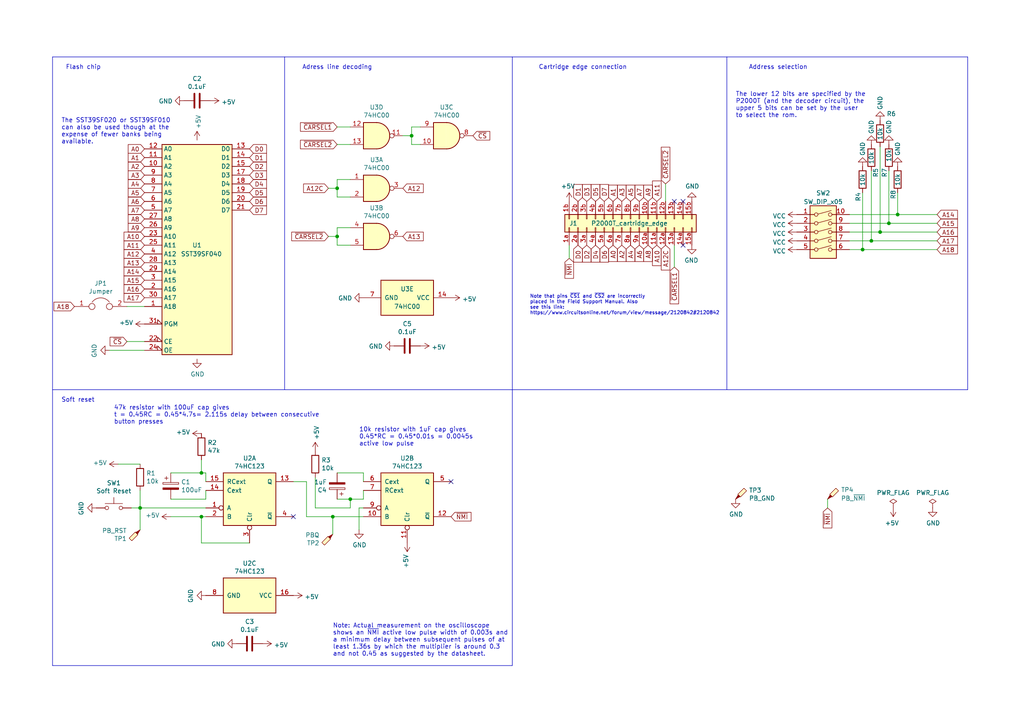
<source format=kicad_sch>
(kicad_sch (version 20230121) (generator eeschema)

  (uuid 740cd481-e367-42b6-a158-24c759a7a91a)

  (paper "A4")

  (title_block
    (title "P2000T Multirom Cartridge (SMD)")
    (date "2023-09-15")
    (rev "1")
  )

  (lib_symbols
    (symbol "74xx:74HC00" (pin_names (offset 1.016)) (in_bom yes) (on_board yes)
      (property "Reference" "U" (at 0 1.27 0)
        (effects (font (size 1.27 1.27)))
      )
      (property "Value" "74HC00" (at 0 -1.27 0)
        (effects (font (size 1.27 1.27)))
      )
      (property "Footprint" "" (at 0 0 0)
        (effects (font (size 1.27 1.27)) hide)
      )
      (property "Datasheet" "http://www.ti.com/lit/gpn/sn74hc00" (at 0 0 0)
        (effects (font (size 1.27 1.27)) hide)
      )
      (property "ki_locked" "" (at 0 0 0)
        (effects (font (size 1.27 1.27)))
      )
      (property "ki_keywords" "HCMOS nand 2-input" (at 0 0 0)
        (effects (font (size 1.27 1.27)) hide)
      )
      (property "ki_description" "quad 2-input NAND gate" (at 0 0 0)
        (effects (font (size 1.27 1.27)) hide)
      )
      (property "ki_fp_filters" "DIP*W7.62mm* SO14*" (at 0 0 0)
        (effects (font (size 1.27 1.27)) hide)
      )
      (symbol "74HC00_1_1"
        (arc (start 0 -3.81) (mid 3.7934 0) (end 0 3.81)
          (stroke (width 0.254) (type default))
          (fill (type background))
        )
        (polyline
          (pts
            (xy 0 3.81)
            (xy -3.81 3.81)
            (xy -3.81 -3.81)
            (xy 0 -3.81)
          )
          (stroke (width 0.254) (type default))
          (fill (type background))
        )
        (pin input line (at -7.62 2.54 0) (length 3.81)
          (name "~" (effects (font (size 1.27 1.27))))
          (number "1" (effects (font (size 1.27 1.27))))
        )
        (pin input line (at -7.62 -2.54 0) (length 3.81)
          (name "~" (effects (font (size 1.27 1.27))))
          (number "2" (effects (font (size 1.27 1.27))))
        )
        (pin output inverted (at 7.62 0 180) (length 3.81)
          (name "~" (effects (font (size 1.27 1.27))))
          (number "3" (effects (font (size 1.27 1.27))))
        )
      )
      (symbol "74HC00_1_2"
        (arc (start -3.81 -3.81) (mid -2.589 0) (end -3.81 3.81)
          (stroke (width 0.254) (type default))
          (fill (type none))
        )
        (arc (start -0.6096 -3.81) (mid 2.1842 -2.5851) (end 3.81 0)
          (stroke (width 0.254) (type default))
          (fill (type background))
        )
        (polyline
          (pts
            (xy -3.81 -3.81)
            (xy -0.635 -3.81)
          )
          (stroke (width 0.254) (type default))
          (fill (type background))
        )
        (polyline
          (pts
            (xy -3.81 3.81)
            (xy -0.635 3.81)
          )
          (stroke (width 0.254) (type default))
          (fill (type background))
        )
        (polyline
          (pts
            (xy -0.635 3.81)
            (xy -3.81 3.81)
            (xy -3.81 3.81)
            (xy -3.556 3.4036)
            (xy -3.0226 2.2606)
            (xy -2.6924 1.0414)
            (xy -2.6162 -0.254)
            (xy -2.7686 -1.4986)
            (xy -3.175 -2.7178)
            (xy -3.81 -3.81)
            (xy -3.81 -3.81)
            (xy -0.635 -3.81)
          )
          (stroke (width -25.4) (type default))
          (fill (type background))
        )
        (arc (start 3.81 0) (mid 2.1915 2.5936) (end -0.6096 3.81)
          (stroke (width 0.254) (type default))
          (fill (type background))
        )
        (pin input inverted (at -7.62 2.54 0) (length 4.318)
          (name "~" (effects (font (size 1.27 1.27))))
          (number "1" (effects (font (size 1.27 1.27))))
        )
        (pin input inverted (at -7.62 -2.54 0) (length 4.318)
          (name "~" (effects (font (size 1.27 1.27))))
          (number "2" (effects (font (size 1.27 1.27))))
        )
        (pin output line (at 7.62 0 180) (length 3.81)
          (name "~" (effects (font (size 1.27 1.27))))
          (number "3" (effects (font (size 1.27 1.27))))
        )
      )
      (symbol "74HC00_2_1"
        (arc (start 0 -3.81) (mid 3.7934 0) (end 0 3.81)
          (stroke (width 0.254) (type default))
          (fill (type background))
        )
        (polyline
          (pts
            (xy 0 3.81)
            (xy -3.81 3.81)
            (xy -3.81 -3.81)
            (xy 0 -3.81)
          )
          (stroke (width 0.254) (type default))
          (fill (type background))
        )
        (pin input line (at -7.62 2.54 0) (length 3.81)
          (name "~" (effects (font (size 1.27 1.27))))
          (number "4" (effects (font (size 1.27 1.27))))
        )
        (pin input line (at -7.62 -2.54 0) (length 3.81)
          (name "~" (effects (font (size 1.27 1.27))))
          (number "5" (effects (font (size 1.27 1.27))))
        )
        (pin output inverted (at 7.62 0 180) (length 3.81)
          (name "~" (effects (font (size 1.27 1.27))))
          (number "6" (effects (font (size 1.27 1.27))))
        )
      )
      (symbol "74HC00_2_2"
        (arc (start -3.81 -3.81) (mid -2.589 0) (end -3.81 3.81)
          (stroke (width 0.254) (type default))
          (fill (type none))
        )
        (arc (start -0.6096 -3.81) (mid 2.1842 -2.5851) (end 3.81 0)
          (stroke (width 0.254) (type default))
          (fill (type background))
        )
        (polyline
          (pts
            (xy -3.81 -3.81)
            (xy -0.635 -3.81)
          )
          (stroke (width 0.254) (type default))
          (fill (type background))
        )
        (polyline
          (pts
            (xy -3.81 3.81)
            (xy -0.635 3.81)
          )
          (stroke (width 0.254) (type default))
          (fill (type background))
        )
        (polyline
          (pts
            (xy -0.635 3.81)
            (xy -3.81 3.81)
            (xy -3.81 3.81)
            (xy -3.556 3.4036)
            (xy -3.0226 2.2606)
            (xy -2.6924 1.0414)
            (xy -2.6162 -0.254)
            (xy -2.7686 -1.4986)
            (xy -3.175 -2.7178)
            (xy -3.81 -3.81)
            (xy -3.81 -3.81)
            (xy -0.635 -3.81)
          )
          (stroke (width -25.4) (type default))
          (fill (type background))
        )
        (arc (start 3.81 0) (mid 2.1915 2.5936) (end -0.6096 3.81)
          (stroke (width 0.254) (type default))
          (fill (type background))
        )
        (pin input inverted (at -7.62 2.54 0) (length 4.318)
          (name "~" (effects (font (size 1.27 1.27))))
          (number "4" (effects (font (size 1.27 1.27))))
        )
        (pin input inverted (at -7.62 -2.54 0) (length 4.318)
          (name "~" (effects (font (size 1.27 1.27))))
          (number "5" (effects (font (size 1.27 1.27))))
        )
        (pin output line (at 7.62 0 180) (length 3.81)
          (name "~" (effects (font (size 1.27 1.27))))
          (number "6" (effects (font (size 1.27 1.27))))
        )
      )
      (symbol "74HC00_3_1"
        (arc (start 0 -3.81) (mid 3.7934 0) (end 0 3.81)
          (stroke (width 0.254) (type default))
          (fill (type background))
        )
        (polyline
          (pts
            (xy 0 3.81)
            (xy -3.81 3.81)
            (xy -3.81 -3.81)
            (xy 0 -3.81)
          )
          (stroke (width 0.254) (type default))
          (fill (type background))
        )
        (pin input line (at -7.62 -2.54 0) (length 3.81)
          (name "~" (effects (font (size 1.27 1.27))))
          (number "10" (effects (font (size 1.27 1.27))))
        )
        (pin output inverted (at 7.62 0 180) (length 3.81)
          (name "~" (effects (font (size 1.27 1.27))))
          (number "8" (effects (font (size 1.27 1.27))))
        )
        (pin input line (at -7.62 2.54 0) (length 3.81)
          (name "~" (effects (font (size 1.27 1.27))))
          (number "9" (effects (font (size 1.27 1.27))))
        )
      )
      (symbol "74HC00_3_2"
        (arc (start -3.81 -3.81) (mid -2.589 0) (end -3.81 3.81)
          (stroke (width 0.254) (type default))
          (fill (type none))
        )
        (arc (start -0.6096 -3.81) (mid 2.1842 -2.5851) (end 3.81 0)
          (stroke (width 0.254) (type default))
          (fill (type background))
        )
        (polyline
          (pts
            (xy -3.81 -3.81)
            (xy -0.635 -3.81)
          )
          (stroke (width 0.254) (type default))
          (fill (type background))
        )
        (polyline
          (pts
            (xy -3.81 3.81)
            (xy -0.635 3.81)
          )
          (stroke (width 0.254) (type default))
          (fill (type background))
        )
        (polyline
          (pts
            (xy -0.635 3.81)
            (xy -3.81 3.81)
            (xy -3.81 3.81)
            (xy -3.556 3.4036)
            (xy -3.0226 2.2606)
            (xy -2.6924 1.0414)
            (xy -2.6162 -0.254)
            (xy -2.7686 -1.4986)
            (xy -3.175 -2.7178)
            (xy -3.81 -3.81)
            (xy -3.81 -3.81)
            (xy -0.635 -3.81)
          )
          (stroke (width -25.4) (type default))
          (fill (type background))
        )
        (arc (start 3.81 0) (mid 2.1915 2.5936) (end -0.6096 3.81)
          (stroke (width 0.254) (type default))
          (fill (type background))
        )
        (pin input inverted (at -7.62 -2.54 0) (length 4.318)
          (name "~" (effects (font (size 1.27 1.27))))
          (number "10" (effects (font (size 1.27 1.27))))
        )
        (pin output line (at 7.62 0 180) (length 3.81)
          (name "~" (effects (font (size 1.27 1.27))))
          (number "8" (effects (font (size 1.27 1.27))))
        )
        (pin input inverted (at -7.62 2.54 0) (length 4.318)
          (name "~" (effects (font (size 1.27 1.27))))
          (number "9" (effects (font (size 1.27 1.27))))
        )
      )
      (symbol "74HC00_4_1"
        (arc (start 0 -3.81) (mid 3.7934 0) (end 0 3.81)
          (stroke (width 0.254) (type default))
          (fill (type background))
        )
        (polyline
          (pts
            (xy 0 3.81)
            (xy -3.81 3.81)
            (xy -3.81 -3.81)
            (xy 0 -3.81)
          )
          (stroke (width 0.254) (type default))
          (fill (type background))
        )
        (pin output inverted (at 7.62 0 180) (length 3.81)
          (name "~" (effects (font (size 1.27 1.27))))
          (number "11" (effects (font (size 1.27 1.27))))
        )
        (pin input line (at -7.62 2.54 0) (length 3.81)
          (name "~" (effects (font (size 1.27 1.27))))
          (number "12" (effects (font (size 1.27 1.27))))
        )
        (pin input line (at -7.62 -2.54 0) (length 3.81)
          (name "~" (effects (font (size 1.27 1.27))))
          (number "13" (effects (font (size 1.27 1.27))))
        )
      )
      (symbol "74HC00_4_2"
        (arc (start -3.81 -3.81) (mid -2.589 0) (end -3.81 3.81)
          (stroke (width 0.254) (type default))
          (fill (type none))
        )
        (arc (start -0.6096 -3.81) (mid 2.1842 -2.5851) (end 3.81 0)
          (stroke (width 0.254) (type default))
          (fill (type background))
        )
        (polyline
          (pts
            (xy -3.81 -3.81)
            (xy -0.635 -3.81)
          )
          (stroke (width 0.254) (type default))
          (fill (type background))
        )
        (polyline
          (pts
            (xy -3.81 3.81)
            (xy -0.635 3.81)
          )
          (stroke (width 0.254) (type default))
          (fill (type background))
        )
        (polyline
          (pts
            (xy -0.635 3.81)
            (xy -3.81 3.81)
            (xy -3.81 3.81)
            (xy -3.556 3.4036)
            (xy -3.0226 2.2606)
            (xy -2.6924 1.0414)
            (xy -2.6162 -0.254)
            (xy -2.7686 -1.4986)
            (xy -3.175 -2.7178)
            (xy -3.81 -3.81)
            (xy -3.81 -3.81)
            (xy -0.635 -3.81)
          )
          (stroke (width -25.4) (type default))
          (fill (type background))
        )
        (arc (start 3.81 0) (mid 2.1915 2.5936) (end -0.6096 3.81)
          (stroke (width 0.254) (type default))
          (fill (type background))
        )
        (pin output line (at 7.62 0 180) (length 3.81)
          (name "~" (effects (font (size 1.27 1.27))))
          (number "11" (effects (font (size 1.27 1.27))))
        )
        (pin input inverted (at -7.62 2.54 0) (length 4.318)
          (name "~" (effects (font (size 1.27 1.27))))
          (number "12" (effects (font (size 1.27 1.27))))
        )
        (pin input inverted (at -7.62 -2.54 0) (length 4.318)
          (name "~" (effects (font (size 1.27 1.27))))
          (number "13" (effects (font (size 1.27 1.27))))
        )
      )
      (symbol "74HC00_5_0"
        (pin power_in line (at 0 12.7 270) (length 5.08)
          (name "VCC" (effects (font (size 1.27 1.27))))
          (number "14" (effects (font (size 1.27 1.27))))
        )
        (pin power_in line (at 0 -12.7 90) (length 5.08)
          (name "GND" (effects (font (size 1.27 1.27))))
          (number "7" (effects (font (size 1.27 1.27))))
        )
      )
      (symbol "74HC00_5_1"
        (rectangle (start -5.08 7.62) (end 5.08 -7.62)
          (stroke (width 0.254) (type default))
          (fill (type background))
        )
      )
    )
    (symbol "Connector:TestPoint_Probe" (pin_numbers hide) (pin_names (offset 0.762) hide) (in_bom yes) (on_board yes)
      (property "Reference" "TP" (at 1.651 5.842 0)
        (effects (font (size 1.27 1.27)))
      )
      (property "Value" "TestPoint_Probe" (at 1.651 4.064 0)
        (effects (font (size 1.27 1.27)))
      )
      (property "Footprint" "" (at 5.08 0 0)
        (effects (font (size 1.27 1.27)) hide)
      )
      (property "Datasheet" "~" (at 5.08 0 0)
        (effects (font (size 1.27 1.27)) hide)
      )
      (property "ki_keywords" "test point tp" (at 0 0 0)
        (effects (font (size 1.27 1.27)) hide)
      )
      (property "ki_description" "test point (alternative probe-style design)" (at 0 0 0)
        (effects (font (size 1.27 1.27)) hide)
      )
      (property "ki_fp_filters" "Pin* Test*" (at 0 0 0)
        (effects (font (size 1.27 1.27)) hide)
      )
      (symbol "TestPoint_Probe_0_1"
        (polyline
          (pts
            (xy 1.27 0.762)
            (xy 0 0)
            (xy 0.762 1.27)
            (xy 1.27 0.762)
          )
          (stroke (width 0) (type default))
          (fill (type outline))
        )
        (polyline
          (pts
            (xy 1.397 0.635)
            (xy 0.635 1.397)
            (xy 2.413 3.175)
            (xy 3.175 2.413)
            (xy 1.397 0.635)
          )
          (stroke (width 0) (type default))
          (fill (type background))
        )
      )
      (symbol "TestPoint_Probe_1_1"
        (pin passive line (at 0 0 90) (length 0)
          (name "1" (effects (font (size 1.27 1.27))))
          (number "1" (effects (font (size 1.27 1.27))))
        )
      )
    )
    (symbol "Connector_Generic:Conn_02x15_Row_Letter_Last" (pin_names (offset 1.016) hide) (in_bom yes) (on_board yes)
      (property "Reference" "J" (at 1.27 20.32 0)
        (effects (font (size 1.27 1.27)))
      )
      (property "Value" "Conn_02x15_Row_Letter_Last" (at 1.27 -20.32 0)
        (effects (font (size 1.27 1.27)))
      )
      (property "Footprint" "" (at 0 0 0)
        (effects (font (size 1.27 1.27)) hide)
      )
      (property "Datasheet" "~" (at 0 0 0)
        (effects (font (size 1.27 1.27)) hide)
      )
      (property "ki_keywords" "connector" (at 0 0 0)
        (effects (font (size 1.27 1.27)) hide)
      )
      (property "ki_description" "Generic connector, double row, 02x15, row letter last pin numbering scheme (pin number consists of a letter for the row and a number for the pin index in this row. 1a, ..., Na; 1b, ..., Nb)), script generated (kicad-library-utils/schlib/autogen/connector/)" (at 0 0 0)
        (effects (font (size 1.27 1.27)) hide)
      )
      (property "ki_fp_filters" "Connector*:*_2x??_*" (at 0 0 0)
        (effects (font (size 1.27 1.27)) hide)
      )
      (symbol "Conn_02x15_Row_Letter_Last_1_1"
        (rectangle (start -1.27 -17.653) (end 0 -17.907)
          (stroke (width 0.1524) (type default))
          (fill (type none))
        )
        (rectangle (start -1.27 -15.113) (end 0 -15.367)
          (stroke (width 0.1524) (type default))
          (fill (type none))
        )
        (rectangle (start -1.27 -12.573) (end 0 -12.827)
          (stroke (width 0.1524) (type default))
          (fill (type none))
        )
        (rectangle (start -1.27 -10.033) (end 0 -10.287)
          (stroke (width 0.1524) (type default))
          (fill (type none))
        )
        (rectangle (start -1.27 -7.493) (end 0 -7.747)
          (stroke (width 0.1524) (type default))
          (fill (type none))
        )
        (rectangle (start -1.27 -4.953) (end 0 -5.207)
          (stroke (width 0.1524) (type default))
          (fill (type none))
        )
        (rectangle (start -1.27 -2.413) (end 0 -2.667)
          (stroke (width 0.1524) (type default))
          (fill (type none))
        )
        (rectangle (start -1.27 0.127) (end 0 -0.127)
          (stroke (width 0.1524) (type default))
          (fill (type none))
        )
        (rectangle (start -1.27 2.667) (end 0 2.413)
          (stroke (width 0.1524) (type default))
          (fill (type none))
        )
        (rectangle (start -1.27 5.207) (end 0 4.953)
          (stroke (width 0.1524) (type default))
          (fill (type none))
        )
        (rectangle (start -1.27 7.747) (end 0 7.493)
          (stroke (width 0.1524) (type default))
          (fill (type none))
        )
        (rectangle (start -1.27 10.287) (end 0 10.033)
          (stroke (width 0.1524) (type default))
          (fill (type none))
        )
        (rectangle (start -1.27 12.827) (end 0 12.573)
          (stroke (width 0.1524) (type default))
          (fill (type none))
        )
        (rectangle (start -1.27 15.367) (end 0 15.113)
          (stroke (width 0.1524) (type default))
          (fill (type none))
        )
        (rectangle (start -1.27 17.907) (end 0 17.653)
          (stroke (width 0.1524) (type default))
          (fill (type none))
        )
        (rectangle (start -1.27 19.05) (end 3.81 -19.05)
          (stroke (width 0.254) (type default))
          (fill (type background))
        )
        (rectangle (start 3.81 -17.653) (end 2.54 -17.907)
          (stroke (width 0.1524) (type default))
          (fill (type none))
        )
        (rectangle (start 3.81 -15.113) (end 2.54 -15.367)
          (stroke (width 0.1524) (type default))
          (fill (type none))
        )
        (rectangle (start 3.81 -12.573) (end 2.54 -12.827)
          (stroke (width 0.1524) (type default))
          (fill (type none))
        )
        (rectangle (start 3.81 -10.033) (end 2.54 -10.287)
          (stroke (width 0.1524) (type default))
          (fill (type none))
        )
        (rectangle (start 3.81 -7.493) (end 2.54 -7.747)
          (stroke (width 0.1524) (type default))
          (fill (type none))
        )
        (rectangle (start 3.81 -4.953) (end 2.54 -5.207)
          (stroke (width 0.1524) (type default))
          (fill (type none))
        )
        (rectangle (start 3.81 -2.413) (end 2.54 -2.667)
          (stroke (width 0.1524) (type default))
          (fill (type none))
        )
        (rectangle (start 3.81 0.127) (end 2.54 -0.127)
          (stroke (width 0.1524) (type default))
          (fill (type none))
        )
        (rectangle (start 3.81 2.667) (end 2.54 2.413)
          (stroke (width 0.1524) (type default))
          (fill (type none))
        )
        (rectangle (start 3.81 5.207) (end 2.54 4.953)
          (stroke (width 0.1524) (type default))
          (fill (type none))
        )
        (rectangle (start 3.81 7.747) (end 2.54 7.493)
          (stroke (width 0.1524) (type default))
          (fill (type none))
        )
        (rectangle (start 3.81 10.287) (end 2.54 10.033)
          (stroke (width 0.1524) (type default))
          (fill (type none))
        )
        (rectangle (start 3.81 12.827) (end 2.54 12.573)
          (stroke (width 0.1524) (type default))
          (fill (type none))
        )
        (rectangle (start 3.81 15.367) (end 2.54 15.113)
          (stroke (width 0.1524) (type default))
          (fill (type none))
        )
        (rectangle (start 3.81 17.907) (end 2.54 17.653)
          (stroke (width 0.1524) (type default))
          (fill (type none))
        )
        (pin passive line (at -5.08 -5.08 0) (length 3.81)
          (name "Pin_10a" (effects (font (size 1.27 1.27))))
          (number "10a" (effects (font (size 1.27 1.27))))
        )
        (pin passive line (at 7.62 -5.08 180) (length 3.81)
          (name "Pin_10b" (effects (font (size 1.27 1.27))))
          (number "10b" (effects (font (size 1.27 1.27))))
        )
        (pin passive line (at -5.08 -7.62 0) (length 3.81)
          (name "Pin_11a" (effects (font (size 1.27 1.27))))
          (number "11a" (effects (font (size 1.27 1.27))))
        )
        (pin passive line (at 7.62 -7.62 180) (length 3.81)
          (name "Pin_11b" (effects (font (size 1.27 1.27))))
          (number "11b" (effects (font (size 1.27 1.27))))
        )
        (pin passive line (at -5.08 -10.16 0) (length 3.81)
          (name "Pin_12a" (effects (font (size 1.27 1.27))))
          (number "12a" (effects (font (size 1.27 1.27))))
        )
        (pin passive line (at 7.62 -10.16 180) (length 3.81)
          (name "Pin_12b" (effects (font (size 1.27 1.27))))
          (number "12b" (effects (font (size 1.27 1.27))))
        )
        (pin passive line (at -5.08 -12.7 0) (length 3.81)
          (name "Pin_13a" (effects (font (size 1.27 1.27))))
          (number "13a" (effects (font (size 1.27 1.27))))
        )
        (pin passive line (at 7.62 -12.7 180) (length 3.81)
          (name "Pin_13b" (effects (font (size 1.27 1.27))))
          (number "13b" (effects (font (size 1.27 1.27))))
        )
        (pin passive line (at -5.08 -15.24 0) (length 3.81)
          (name "Pin_14a" (effects (font (size 1.27 1.27))))
          (number "14a" (effects (font (size 1.27 1.27))))
        )
        (pin passive line (at 7.62 -15.24 180) (length 3.81)
          (name "Pin_14b" (effects (font (size 1.27 1.27))))
          (number "14b" (effects (font (size 1.27 1.27))))
        )
        (pin passive line (at -5.08 -17.78 0) (length 3.81)
          (name "Pin_15a" (effects (font (size 1.27 1.27))))
          (number "15a" (effects (font (size 1.27 1.27))))
        )
        (pin passive line (at 7.62 -17.78 180) (length 3.81)
          (name "Pin_15b" (effects (font (size 1.27 1.27))))
          (number "15b" (effects (font (size 1.27 1.27))))
        )
        (pin passive line (at -5.08 17.78 0) (length 3.81)
          (name "Pin_1a" (effects (font (size 1.27 1.27))))
          (number "1a" (effects (font (size 1.27 1.27))))
        )
        (pin passive line (at 7.62 17.78 180) (length 3.81)
          (name "Pin_1b" (effects (font (size 1.27 1.27))))
          (number "1b" (effects (font (size 1.27 1.27))))
        )
        (pin passive line (at -5.08 15.24 0) (length 3.81)
          (name "Pin_2a" (effects (font (size 1.27 1.27))))
          (number "2a" (effects (font (size 1.27 1.27))))
        )
        (pin passive line (at 7.62 15.24 180) (length 3.81)
          (name "Pin_2b" (effects (font (size 1.27 1.27))))
          (number "2b" (effects (font (size 1.27 1.27))))
        )
        (pin passive line (at -5.08 12.7 0) (length 3.81)
          (name "Pin_3a" (effects (font (size 1.27 1.27))))
          (number "3a" (effects (font (size 1.27 1.27))))
        )
        (pin passive line (at 7.62 12.7 180) (length 3.81)
          (name "Pin_3b" (effects (font (size 1.27 1.27))))
          (number "3b" (effects (font (size 1.27 1.27))))
        )
        (pin passive line (at -5.08 10.16 0) (length 3.81)
          (name "Pin_4a" (effects (font (size 1.27 1.27))))
          (number "4a" (effects (font (size 1.27 1.27))))
        )
        (pin passive line (at 7.62 10.16 180) (length 3.81)
          (name "Pin_4b" (effects (font (size 1.27 1.27))))
          (number "4b" (effects (font (size 1.27 1.27))))
        )
        (pin passive line (at -5.08 7.62 0) (length 3.81)
          (name "Pin_5a" (effects (font (size 1.27 1.27))))
          (number "5a" (effects (font (size 1.27 1.27))))
        )
        (pin passive line (at 7.62 7.62 180) (length 3.81)
          (name "Pin_5b" (effects (font (size 1.27 1.27))))
          (number "5b" (effects (font (size 1.27 1.27))))
        )
        (pin passive line (at -5.08 5.08 0) (length 3.81)
          (name "Pin_6a" (effects (font (size 1.27 1.27))))
          (number "6a" (effects (font (size 1.27 1.27))))
        )
        (pin passive line (at 7.62 5.08 180) (length 3.81)
          (name "Pin_6b" (effects (font (size 1.27 1.27))))
          (number "6b" (effects (font (size 1.27 1.27))))
        )
        (pin passive line (at -5.08 2.54 0) (length 3.81)
          (name "Pin_7a" (effects (font (size 1.27 1.27))))
          (number "7a" (effects (font (size 1.27 1.27))))
        )
        (pin passive line (at 7.62 2.54 180) (length 3.81)
          (name "Pin_7b" (effects (font (size 1.27 1.27))))
          (number "7b" (effects (font (size 1.27 1.27))))
        )
        (pin passive line (at -5.08 0 0) (length 3.81)
          (name "Pin_8a" (effects (font (size 1.27 1.27))))
          (number "8a" (effects (font (size 1.27 1.27))))
        )
        (pin passive line (at 7.62 0 180) (length 3.81)
          (name "Pin_8b" (effects (font (size 1.27 1.27))))
          (number "8b" (effects (font (size 1.27 1.27))))
        )
        (pin passive line (at -5.08 -2.54 0) (length 3.81)
          (name "Pin_9a" (effects (font (size 1.27 1.27))))
          (number "9a" (effects (font (size 1.27 1.27))))
        )
        (pin passive line (at 7.62 -2.54 180) (length 3.81)
          (name "Pin_9b" (effects (font (size 1.27 1.27))))
          (number "9b" (effects (font (size 1.27 1.27))))
        )
      )
    )
    (symbol "Device:C" (pin_numbers hide) (pin_names (offset 0.254)) (in_bom yes) (on_board yes)
      (property "Reference" "C" (at 0.635 2.54 0)
        (effects (font (size 1.27 1.27)) (justify left))
      )
      (property "Value" "C" (at 0.635 -2.54 0)
        (effects (font (size 1.27 1.27)) (justify left))
      )
      (property "Footprint" "" (at 0.9652 -3.81 0)
        (effects (font (size 1.27 1.27)) hide)
      )
      (property "Datasheet" "~" (at 0 0 0)
        (effects (font (size 1.27 1.27)) hide)
      )
      (property "ki_keywords" "cap capacitor" (at 0 0 0)
        (effects (font (size 1.27 1.27)) hide)
      )
      (property "ki_description" "Unpolarized capacitor" (at 0 0 0)
        (effects (font (size 1.27 1.27)) hide)
      )
      (property "ki_fp_filters" "C_*" (at 0 0 0)
        (effects (font (size 1.27 1.27)) hide)
      )
      (symbol "C_0_1"
        (polyline
          (pts
            (xy -2.032 -0.762)
            (xy 2.032 -0.762)
          )
          (stroke (width 0.508) (type default))
          (fill (type none))
        )
        (polyline
          (pts
            (xy -2.032 0.762)
            (xy 2.032 0.762)
          )
          (stroke (width 0.508) (type default))
          (fill (type none))
        )
      )
      (symbol "C_1_1"
        (pin passive line (at 0 3.81 270) (length 2.794)
          (name "~" (effects (font (size 1.27 1.27))))
          (number "1" (effects (font (size 1.27 1.27))))
        )
        (pin passive line (at 0 -3.81 90) (length 2.794)
          (name "~" (effects (font (size 1.27 1.27))))
          (number "2" (effects (font (size 1.27 1.27))))
        )
      )
    )
    (symbol "Device:R" (pin_numbers hide) (pin_names (offset 0)) (in_bom yes) (on_board yes)
      (property "Reference" "R" (at 2.032 0 90)
        (effects (font (size 1.27 1.27)))
      )
      (property "Value" "R" (at 0 0 90)
        (effects (font (size 1.27 1.27)))
      )
      (property "Footprint" "" (at -1.778 0 90)
        (effects (font (size 1.27 1.27)) hide)
      )
      (property "Datasheet" "~" (at 0 0 0)
        (effects (font (size 1.27 1.27)) hide)
      )
      (property "ki_keywords" "R res resistor" (at 0 0 0)
        (effects (font (size 1.27 1.27)) hide)
      )
      (property "ki_description" "Resistor" (at 0 0 0)
        (effects (font (size 1.27 1.27)) hide)
      )
      (property "ki_fp_filters" "R_*" (at 0 0 0)
        (effects (font (size 1.27 1.27)) hide)
      )
      (symbol "R_0_1"
        (rectangle (start -1.016 -2.54) (end 1.016 2.54)
          (stroke (width 0.254) (type default))
          (fill (type none))
        )
      )
      (symbol "R_1_1"
        (pin passive line (at 0 3.81 270) (length 1.27)
          (name "~" (effects (font (size 1.27 1.27))))
          (number "1" (effects (font (size 1.27 1.27))))
        )
        (pin passive line (at 0 -3.81 90) (length 1.27)
          (name "~" (effects (font (size 1.27 1.27))))
          (number "2" (effects (font (size 1.27 1.27))))
        )
      )
    )
    (symbol "Memory_Flash:SST39SF040" (in_bom yes) (on_board yes)
      (property "Reference" "U" (at 2.54 33.02 0)
        (effects (font (size 1.27 1.27)))
      )
      (property "Value" "SST39SF040" (at 0 -30.48 0)
        (effects (font (size 1.27 1.27)))
      )
      (property "Footprint" "" (at 0 7.62 0)
        (effects (font (size 1.27 1.27)) hide)
      )
      (property "Datasheet" "http://ww1.microchip.com/downloads/en/DeviceDoc/25022B.pdf" (at 0 7.62 0)
        (effects (font (size 1.27 1.27)) hide)
      )
      (property "ki_keywords" "512k flash rom" (at 0 0 0)
        (effects (font (size 1.27 1.27)) hide)
      )
      (property "ki_description" "Silicon Storage Technology (SSF) 512k x 8 Flash ROM" (at 0 0 0)
        (effects (font (size 1.27 1.27)) hide)
      )
      (symbol "SST39SF040_0_0"
        (pin power_in line (at 0 -30.48 90) (length 1.27) hide
          (name "GND" (effects (font (size 1.27 1.27))))
          (number "16" (effects (font (size 1.27 1.27))))
        )
        (pin power_in line (at 0 33.02 270) (length 1.27) hide
          (name "VCC" (effects (font (size 1.27 1.27))))
          (number "32" (effects (font (size 1.27 1.27))))
        )
      )
      (symbol "SST39SF040_0_1"
        (rectangle (start -10.16 31.75) (end 10.16 -29.21)
          (stroke (width 0.254) (type default))
          (fill (type background))
        )
      )
      (symbol "SST39SF040_1_1"
        (pin input line (at -15.24 -15.24 0) (length 5.08)
          (name "A18" (effects (font (size 1.27 1.27))))
          (number "1" (effects (font (size 1.27 1.27))))
        )
        (pin input line (at -15.24 25.4 0) (length 5.08)
          (name "A2" (effects (font (size 1.27 1.27))))
          (number "10" (effects (font (size 1.27 1.27))))
        )
        (pin input line (at -15.24 27.94 0) (length 5.08)
          (name "A1" (effects (font (size 1.27 1.27))))
          (number "11" (effects (font (size 1.27 1.27))))
        )
        (pin input line (at -15.24 30.48 0) (length 5.08)
          (name "A0" (effects (font (size 1.27 1.27))))
          (number "12" (effects (font (size 1.27 1.27))))
        )
        (pin tri_state line (at 15.24 30.48 180) (length 5.08)
          (name "D0" (effects (font (size 1.27 1.27))))
          (number "13" (effects (font (size 1.27 1.27))))
        )
        (pin tri_state line (at 15.24 27.94 180) (length 5.08)
          (name "D1" (effects (font (size 1.27 1.27))))
          (number "14" (effects (font (size 1.27 1.27))))
        )
        (pin tri_state line (at 15.24 25.4 180) (length 5.08)
          (name "D2" (effects (font (size 1.27 1.27))))
          (number "15" (effects (font (size 1.27 1.27))))
        )
        (pin tri_state line (at 15.24 22.86 180) (length 5.08)
          (name "D3" (effects (font (size 1.27 1.27))))
          (number "17" (effects (font (size 1.27 1.27))))
        )
        (pin tri_state line (at 15.24 20.32 180) (length 5.08)
          (name "D4" (effects (font (size 1.27 1.27))))
          (number "18" (effects (font (size 1.27 1.27))))
        )
        (pin tri_state line (at 15.24 17.78 180) (length 5.08)
          (name "D5" (effects (font (size 1.27 1.27))))
          (number "19" (effects (font (size 1.27 1.27))))
        )
        (pin input line (at -15.24 -10.16 0) (length 5.08)
          (name "A16" (effects (font (size 1.27 1.27))))
          (number "2" (effects (font (size 1.27 1.27))))
        )
        (pin tri_state line (at 15.24 15.24 180) (length 5.08)
          (name "D6" (effects (font (size 1.27 1.27))))
          (number "20" (effects (font (size 1.27 1.27))))
        )
        (pin tri_state line (at 15.24 12.7 180) (length 5.08)
          (name "D7" (effects (font (size 1.27 1.27))))
          (number "21" (effects (font (size 1.27 1.27))))
        )
        (pin input input_low (at -15.24 -25.4 0) (length 5.08)
          (name "CE" (effects (font (size 1.27 1.27))))
          (number "22" (effects (font (size 1.27 1.27))))
        )
        (pin input line (at -15.24 5.08 0) (length 5.08)
          (name "A10" (effects (font (size 1.27 1.27))))
          (number "23" (effects (font (size 1.27 1.27))))
        )
        (pin input input_low (at -15.24 -27.94 0) (length 5.08)
          (name "OE" (effects (font (size 1.27 1.27))))
          (number "24" (effects (font (size 1.27 1.27))))
        )
        (pin input line (at -15.24 2.54 0) (length 5.08)
          (name "A11" (effects (font (size 1.27 1.27))))
          (number "25" (effects (font (size 1.27 1.27))))
        )
        (pin input line (at -15.24 7.62 0) (length 5.08)
          (name "A9" (effects (font (size 1.27 1.27))))
          (number "26" (effects (font (size 1.27 1.27))))
        )
        (pin input line (at -15.24 10.16 0) (length 5.08)
          (name "A8" (effects (font (size 1.27 1.27))))
          (number "27" (effects (font (size 1.27 1.27))))
        )
        (pin input line (at -15.24 -2.54 0) (length 5.08)
          (name "A13" (effects (font (size 1.27 1.27))))
          (number "28" (effects (font (size 1.27 1.27))))
        )
        (pin input line (at -15.24 -5.08 0) (length 5.08)
          (name "A14" (effects (font (size 1.27 1.27))))
          (number "29" (effects (font (size 1.27 1.27))))
        )
        (pin input line (at -15.24 -7.62 0) (length 5.08)
          (name "A15" (effects (font (size 1.27 1.27))))
          (number "3" (effects (font (size 1.27 1.27))))
        )
        (pin input line (at -15.24 -12.7 0) (length 5.08)
          (name "A17" (effects (font (size 1.27 1.27))))
          (number "30" (effects (font (size 1.27 1.27))))
        )
        (pin input input_low (at -15.24 -20.32 0) (length 5.08)
          (name "PGM" (effects (font (size 1.27 1.27))))
          (number "31" (effects (font (size 1.27 1.27))))
        )
        (pin input line (at -15.24 0 0) (length 5.08)
          (name "A12" (effects (font (size 1.27 1.27))))
          (number "4" (effects (font (size 1.27 1.27))))
        )
        (pin input line (at -15.24 12.7 0) (length 5.08)
          (name "A7" (effects (font (size 1.27 1.27))))
          (number "5" (effects (font (size 1.27 1.27))))
        )
        (pin input line (at -15.24 15.24 0) (length 5.08)
          (name "A6" (effects (font (size 1.27 1.27))))
          (number "6" (effects (font (size 1.27 1.27))))
        )
        (pin input line (at -15.24 17.78 0) (length 5.08)
          (name "A5" (effects (font (size 1.27 1.27))))
          (number "7" (effects (font (size 1.27 1.27))))
        )
        (pin input line (at -15.24 20.32 0) (length 5.08)
          (name "A4" (effects (font (size 1.27 1.27))))
          (number "8" (effects (font (size 1.27 1.27))))
        )
        (pin input line (at -15.24 22.86 0) (length 5.08)
          (name "A3" (effects (font (size 1.27 1.27))))
          (number "9" (effects (font (size 1.27 1.27))))
        )
      )
    )
    (symbol "Switch:SW_DIP_x05" (pin_names (offset 0) hide) (in_bom yes) (on_board yes)
      (property "Reference" "SW" (at 0 8.89 0)
        (effects (font (size 1.27 1.27)))
      )
      (property "Value" "SW_DIP_x05" (at 0 -8.89 0)
        (effects (font (size 1.27 1.27)))
      )
      (property "Footprint" "" (at 0 0 0)
        (effects (font (size 1.27 1.27)) hide)
      )
      (property "Datasheet" "~" (at 0 0 0)
        (effects (font (size 1.27 1.27)) hide)
      )
      (property "ki_keywords" "dip switch" (at 0 0 0)
        (effects (font (size 1.27 1.27)) hide)
      )
      (property "ki_description" "5x DIP Switch, Single Pole Single Throw (SPST) switch, small symbol" (at 0 0 0)
        (effects (font (size 1.27 1.27)) hide)
      )
      (property "ki_fp_filters" "SW?DIP?x5*" (at 0 0 0)
        (effects (font (size 1.27 1.27)) hide)
      )
      (symbol "SW_DIP_x05_0_0"
        (circle (center -2.032 -5.08) (radius 0.508)
          (stroke (width 0) (type default))
          (fill (type none))
        )
        (circle (center -2.032 -2.54) (radius 0.508)
          (stroke (width 0) (type default))
          (fill (type none))
        )
        (circle (center -2.032 0) (radius 0.508)
          (stroke (width 0) (type default))
          (fill (type none))
        )
        (circle (center -2.032 2.54) (radius 0.508)
          (stroke (width 0) (type default))
          (fill (type none))
        )
        (circle (center -2.032 5.08) (radius 0.508)
          (stroke (width 0) (type default))
          (fill (type none))
        )
        (polyline
          (pts
            (xy -1.524 -4.9276)
            (xy 2.3622 -3.8862)
          )
          (stroke (width 0) (type default))
          (fill (type none))
        )
        (polyline
          (pts
            (xy -1.524 -2.3876)
            (xy 2.3622 -1.3462)
          )
          (stroke (width 0) (type default))
          (fill (type none))
        )
        (polyline
          (pts
            (xy -1.524 0.127)
            (xy 2.3622 1.1684)
          )
          (stroke (width 0) (type default))
          (fill (type none))
        )
        (polyline
          (pts
            (xy -1.524 2.667)
            (xy 2.3622 3.7084)
          )
          (stroke (width 0) (type default))
          (fill (type none))
        )
        (polyline
          (pts
            (xy -1.524 5.207)
            (xy 2.3622 6.2484)
          )
          (stroke (width 0) (type default))
          (fill (type none))
        )
        (circle (center 2.032 -5.08) (radius 0.508)
          (stroke (width 0) (type default))
          (fill (type none))
        )
        (circle (center 2.032 -2.54) (radius 0.508)
          (stroke (width 0) (type default))
          (fill (type none))
        )
        (circle (center 2.032 0) (radius 0.508)
          (stroke (width 0) (type default))
          (fill (type none))
        )
        (circle (center 2.032 2.54) (radius 0.508)
          (stroke (width 0) (type default))
          (fill (type none))
        )
        (circle (center 2.032 5.08) (radius 0.508)
          (stroke (width 0) (type default))
          (fill (type none))
        )
      )
      (symbol "SW_DIP_x05_0_1"
        (rectangle (start -3.81 7.62) (end 3.81 -7.62)
          (stroke (width 0.254) (type default))
          (fill (type background))
        )
      )
      (symbol "SW_DIP_x05_1_1"
        (pin passive line (at -7.62 5.08 0) (length 5.08)
          (name "~" (effects (font (size 1.27 1.27))))
          (number "1" (effects (font (size 1.27 1.27))))
        )
        (pin passive line (at 7.62 5.08 180) (length 5.08)
          (name "~" (effects (font (size 1.27 1.27))))
          (number "10" (effects (font (size 1.27 1.27))))
        )
        (pin passive line (at -7.62 2.54 0) (length 5.08)
          (name "~" (effects (font (size 1.27 1.27))))
          (number "2" (effects (font (size 1.27 1.27))))
        )
        (pin passive line (at -7.62 0 0) (length 5.08)
          (name "~" (effects (font (size 1.27 1.27))))
          (number "3" (effects (font (size 1.27 1.27))))
        )
        (pin passive line (at -7.62 -2.54 0) (length 5.08)
          (name "~" (effects (font (size 1.27 1.27))))
          (number "4" (effects (font (size 1.27 1.27))))
        )
        (pin passive line (at -7.62 -5.08 0) (length 5.08)
          (name "~" (effects (font (size 1.27 1.27))))
          (number "5" (effects (font (size 1.27 1.27))))
        )
        (pin passive line (at 7.62 -5.08 180) (length 5.08)
          (name "~" (effects (font (size 1.27 1.27))))
          (number "6" (effects (font (size 1.27 1.27))))
        )
        (pin passive line (at 7.62 -2.54 180) (length 5.08)
          (name "~" (effects (font (size 1.27 1.27))))
          (number "7" (effects (font (size 1.27 1.27))))
        )
        (pin passive line (at 7.62 0 180) (length 5.08)
          (name "~" (effects (font (size 1.27 1.27))))
          (number "8" (effects (font (size 1.27 1.27))))
        )
        (pin passive line (at 7.62 2.54 180) (length 5.08)
          (name "~" (effects (font (size 1.27 1.27))))
          (number "9" (effects (font (size 1.27 1.27))))
        )
      )
    )
    (symbol "Switch:SW_Push" (pin_numbers hide) (pin_names (offset 1.016) hide) (in_bom yes) (on_board yes)
      (property "Reference" "SW" (at 1.27 2.54 0)
        (effects (font (size 1.27 1.27)) (justify left))
      )
      (property "Value" "SW_Push" (at 0 -1.524 0)
        (effects (font (size 1.27 1.27)))
      )
      (property "Footprint" "" (at 0 5.08 0)
        (effects (font (size 1.27 1.27)) hide)
      )
      (property "Datasheet" "~" (at 0 5.08 0)
        (effects (font (size 1.27 1.27)) hide)
      )
      (property "ki_keywords" "switch normally-open pushbutton push-button" (at 0 0 0)
        (effects (font (size 1.27 1.27)) hide)
      )
      (property "ki_description" "Push button switch, generic, two pins" (at 0 0 0)
        (effects (font (size 1.27 1.27)) hide)
      )
      (symbol "SW_Push_0_1"
        (circle (center -2.032 0) (radius 0.508)
          (stroke (width 0) (type default))
          (fill (type none))
        )
        (polyline
          (pts
            (xy 0 1.27)
            (xy 0 3.048)
          )
          (stroke (width 0) (type default))
          (fill (type none))
        )
        (polyline
          (pts
            (xy 2.54 1.27)
            (xy -2.54 1.27)
          )
          (stroke (width 0) (type default))
          (fill (type none))
        )
        (circle (center 2.032 0) (radius 0.508)
          (stroke (width 0) (type default))
          (fill (type none))
        )
        (pin passive line (at -5.08 0 0) (length 2.54)
          (name "1" (effects (font (size 1.27 1.27))))
          (number "1" (effects (font (size 1.27 1.27))))
        )
        (pin passive line (at 5.08 0 180) (length 2.54)
          (name "2" (effects (font (size 1.27 1.27))))
          (number "2" (effects (font (size 1.27 1.27))))
        )
      )
    )
    (symbol "p2000t-multicartridge-rescue:74HC123-74xx" (pin_names (offset 1.016)) (in_bom yes) (on_board yes)
      (property "Reference" "U" (at -7.62 8.89 0)
        (effects (font (size 1.27 1.27)))
      )
      (property "Value" "74HC123-74xx" (at -7.62 -8.89 0)
        (effects (font (size 1.27 1.27)))
      )
      (property "Footprint" "" (at 0 0 0)
        (effects (font (size 1.27 1.27)) hide)
      )
      (property "Datasheet" "" (at 0 0 0)
        (effects (font (size 1.27 1.27)) hide)
      )
      (property "ki_locked" "" (at 0 0 0)
        (effects (font (size 1.27 1.27)))
      )
      (property "ki_fp_filters" "DIP?16*" (at 0 0 0)
        (effects (font (size 1.27 1.27)) hide)
      )
      (symbol "74HC123-74xx_1_0"
        (pin input inverted (at -12.7 -2.54 0) (length 5.08)
          (name "A" (effects (font (size 1.27 1.27))))
          (number "1" (effects (font (size 1.27 1.27))))
        )
        (pin output line (at 12.7 5.08 180) (length 5.08)
          (name "Q" (effects (font (size 1.27 1.27))))
          (number "13" (effects (font (size 1.27 1.27))))
        )
        (pin input line (at -12.7 2.54 0) (length 5.08)
          (name "Cext" (effects (font (size 1.27 1.27))))
          (number "14" (effects (font (size 1.27 1.27))))
        )
        (pin input line (at -12.7 5.08 0) (length 5.08)
          (name "RCext" (effects (font (size 1.27 1.27))))
          (number "15" (effects (font (size 1.27 1.27))))
        )
        (pin input line (at -12.7 -5.08 0) (length 5.08)
          (name "B" (effects (font (size 1.27 1.27))))
          (number "2" (effects (font (size 1.27 1.27))))
        )
        (pin input inverted (at 0 -12.7 90) (length 5.08)
          (name "Clr" (effects (font (size 1.27 1.27))))
          (number "3" (effects (font (size 1.27 1.27))))
        )
        (pin output line (at 12.7 -5.08 180) (length 5.08)
          (name "~{Q}" (effects (font (size 1.27 1.27))))
          (number "4" (effects (font (size 1.27 1.27))))
        )
      )
      (symbol "74HC123-74xx_1_1"
        (rectangle (start -7.62 7.62) (end 7.62 -7.62)
          (stroke (width 0.254) (type default))
          (fill (type background))
        )
      )
      (symbol "74HC123-74xx_2_0"
        (pin input line (at -12.7 -5.08 0) (length 5.08)
          (name "B" (effects (font (size 1.27 1.27))))
          (number "10" (effects (font (size 1.27 1.27))))
        )
        (pin input inverted (at 0 -12.7 90) (length 5.08)
          (name "Clr" (effects (font (size 1.27 1.27))))
          (number "11" (effects (font (size 1.27 1.27))))
        )
        (pin output line (at 12.7 -5.08 180) (length 5.08)
          (name "~{Q}" (effects (font (size 1.27 1.27))))
          (number "12" (effects (font (size 1.27 1.27))))
        )
        (pin output line (at 12.7 5.08 180) (length 5.08)
          (name "Q" (effects (font (size 1.27 1.27))))
          (number "5" (effects (font (size 1.27 1.27))))
        )
        (pin input line (at -12.7 5.08 0) (length 5.08)
          (name "Cext" (effects (font (size 1.27 1.27))))
          (number "6" (effects (font (size 1.27 1.27))))
        )
        (pin input line (at -12.7 2.54 0) (length 5.08)
          (name "RCext" (effects (font (size 1.27 1.27))))
          (number "7" (effects (font (size 1.27 1.27))))
        )
        (pin input inverted (at -12.7 -2.54 0) (length 5.08)
          (name "A" (effects (font (size 1.27 1.27))))
          (number "9" (effects (font (size 1.27 1.27))))
        )
      )
      (symbol "74HC123-74xx_2_1"
        (rectangle (start -7.62 7.62) (end 7.62 -7.62)
          (stroke (width 0.254) (type default))
          (fill (type background))
        )
      )
      (symbol "74HC123-74xx_3_0"
        (pin power_in line (at 0 12.7 270) (length 5.08)
          (name "VCC" (effects (font (size 1.27 1.27))))
          (number "16" (effects (font (size 1.27 1.27))))
        )
        (pin power_in line (at 0 -12.7 90) (length 5.08)
          (name "GND" (effects (font (size 1.27 1.27))))
          (number "8" (effects (font (size 1.27 1.27))))
        )
      )
      (symbol "74HC123-74xx_3_1"
        (rectangle (start -5.08 7.62) (end 5.08 -7.62)
          (stroke (width 0.254) (type default))
          (fill (type background))
        )
      )
    )
    (symbol "p2000t-multicartridge-rescue:CP-Device" (pin_numbers hide) (pin_names (offset 0.254)) (in_bom yes) (on_board yes)
      (property "Reference" "C" (at 0.635 2.54 0)
        (effects (font (size 1.27 1.27)) (justify left))
      )
      (property "Value" "CP-Device" (at 0.635 -2.54 0)
        (effects (font (size 1.27 1.27)) (justify left))
      )
      (property "Footprint" "" (at 0.9652 -3.81 0)
        (effects (font (size 1.27 1.27)) hide)
      )
      (property "Datasheet" "" (at 0 0 0)
        (effects (font (size 1.27 1.27)) hide)
      )
      (property "ki_fp_filters" "CP_*" (at 0 0 0)
        (effects (font (size 1.27 1.27)) hide)
      )
      (symbol "CP-Device_0_1"
        (rectangle (start -2.286 0.508) (end 2.286 1.016)
          (stroke (width 0) (type default))
          (fill (type none))
        )
        (polyline
          (pts
            (xy -1.778 2.286)
            (xy -0.762 2.286)
          )
          (stroke (width 0) (type default))
          (fill (type none))
        )
        (polyline
          (pts
            (xy -1.27 2.794)
            (xy -1.27 1.778)
          )
          (stroke (width 0) (type default))
          (fill (type none))
        )
        (rectangle (start 2.286 -0.508) (end -2.286 -1.016)
          (stroke (width 0) (type default))
          (fill (type outline))
        )
      )
      (symbol "CP-Device_1_1"
        (pin passive line (at 0 3.81 270) (length 2.794)
          (name "~" (effects (font (size 1.27 1.27))))
          (number "1" (effects (font (size 1.27 1.27))))
        )
        (pin passive line (at 0 -3.81 90) (length 2.794)
          (name "~" (effects (font (size 1.27 1.27))))
          (number "2" (effects (font (size 1.27 1.27))))
        )
      )
    )
    (symbol "p2000t-multicartridge-rescue:Jumper-Device" (pin_names (offset 0.762) hide) (in_bom yes) (on_board yes)
      (property "Reference" "JP" (at 0 3.81 0)
        (effects (font (size 1.27 1.27)))
      )
      (property "Value" "Jumper-Device" (at 0 -2.032 0)
        (effects (font (size 1.27 1.27)))
      )
      (property "Footprint" "" (at 0 0 0)
        (effects (font (size 1.27 1.27)) hide)
      )
      (property "Datasheet" "" (at 0 0 0)
        (effects (font (size 1.27 1.27)) hide)
      )
      (property "ki_fp_filters" "SolderJumper* Jumper* TestPoint*2Pads* TestPoint*Bridge*" (at 0 0 0)
        (effects (font (size 1.27 1.27)) hide)
      )
      (symbol "Jumper-Device_0_1"
        (circle (center -2.54 0) (radius 0.889)
          (stroke (width 0) (type default))
          (fill (type none))
        )
        (arc (start 2.5146 1.27) (mid 0.0078 2.5097) (end -2.4892 1.27)
          (stroke (width 0) (type default))
          (fill (type none))
        )
        (circle (center 2.54 0) (radius 0.889)
          (stroke (width 0) (type default))
          (fill (type none))
        )
        (pin passive line (at -7.62 0 0) (length 4.191)
          (name "1" (effects (font (size 1.27 1.27))))
          (number "1" (effects (font (size 1.27 1.27))))
        )
        (pin passive line (at 7.62 0 180) (length 4.191)
          (name "2" (effects (font (size 1.27 1.27))))
          (number "2" (effects (font (size 1.27 1.27))))
        )
      )
    )
    (symbol "power:+5V" (power) (pin_names (offset 0)) (in_bom yes) (on_board yes)
      (property "Reference" "#PWR" (at 0 -3.81 0)
        (effects (font (size 1.27 1.27)) hide)
      )
      (property "Value" "+5V" (at 0 3.556 0)
        (effects (font (size 1.27 1.27)))
      )
      (property "Footprint" "" (at 0 0 0)
        (effects (font (size 1.27 1.27)) hide)
      )
      (property "Datasheet" "" (at 0 0 0)
        (effects (font (size 1.27 1.27)) hide)
      )
      (property "ki_keywords" "power-flag" (at 0 0 0)
        (effects (font (size 1.27 1.27)) hide)
      )
      (property "ki_description" "Power symbol creates a global label with name \"+5V\"" (at 0 0 0)
        (effects (font (size 1.27 1.27)) hide)
      )
      (symbol "+5V_0_1"
        (polyline
          (pts
            (xy -0.762 1.27)
            (xy 0 2.54)
          )
          (stroke (width 0) (type default))
          (fill (type none))
        )
        (polyline
          (pts
            (xy 0 0)
            (xy 0 2.54)
          )
          (stroke (width 0) (type default))
          (fill (type none))
        )
        (polyline
          (pts
            (xy 0 2.54)
            (xy 0.762 1.27)
          )
          (stroke (width 0) (type default))
          (fill (type none))
        )
      )
      (symbol "+5V_1_1"
        (pin power_in line (at 0 0 90) (length 0) hide
          (name "+5V" (effects (font (size 1.27 1.27))))
          (number "1" (effects (font (size 1.27 1.27))))
        )
      )
    )
    (symbol "power:GND" (power) (pin_names (offset 0)) (in_bom yes) (on_board yes)
      (property "Reference" "#PWR" (at 0 -6.35 0)
        (effects (font (size 1.27 1.27)) hide)
      )
      (property "Value" "GND" (at 0 -3.81 0)
        (effects (font (size 1.27 1.27)))
      )
      (property "Footprint" "" (at 0 0 0)
        (effects (font (size 1.27 1.27)) hide)
      )
      (property "Datasheet" "" (at 0 0 0)
        (effects (font (size 1.27 1.27)) hide)
      )
      (property "ki_keywords" "power-flag" (at 0 0 0)
        (effects (font (size 1.27 1.27)) hide)
      )
      (property "ki_description" "Power symbol creates a global label with name \"GND\" , ground" (at 0 0 0)
        (effects (font (size 1.27 1.27)) hide)
      )
      (symbol "GND_0_1"
        (polyline
          (pts
            (xy 0 0)
            (xy 0 -1.27)
            (xy 1.27 -1.27)
            (xy 0 -2.54)
            (xy -1.27 -1.27)
            (xy 0 -1.27)
          )
          (stroke (width 0) (type default))
          (fill (type none))
        )
      )
      (symbol "GND_1_1"
        (pin power_in line (at 0 0 270) (length 0) hide
          (name "GND" (effects (font (size 1.27 1.27))))
          (number "1" (effects (font (size 1.27 1.27))))
        )
      )
    )
    (symbol "power:PWR_FLAG" (power) (pin_numbers hide) (pin_names (offset 0) hide) (in_bom yes) (on_board yes)
      (property "Reference" "#FLG" (at 0 1.905 0)
        (effects (font (size 1.27 1.27)) hide)
      )
      (property "Value" "PWR_FLAG" (at 0 3.81 0)
        (effects (font (size 1.27 1.27)))
      )
      (property "Footprint" "" (at 0 0 0)
        (effects (font (size 1.27 1.27)) hide)
      )
      (property "Datasheet" "~" (at 0 0 0)
        (effects (font (size 1.27 1.27)) hide)
      )
      (property "ki_keywords" "power-flag" (at 0 0 0)
        (effects (font (size 1.27 1.27)) hide)
      )
      (property "ki_description" "Special symbol for telling ERC where power comes from" (at 0 0 0)
        (effects (font (size 1.27 1.27)) hide)
      )
      (symbol "PWR_FLAG_0_0"
        (pin power_out line (at 0 0 90) (length 0)
          (name "pwr" (effects (font (size 1.27 1.27))))
          (number "1" (effects (font (size 1.27 1.27))))
        )
      )
      (symbol "PWR_FLAG_0_1"
        (polyline
          (pts
            (xy 0 0)
            (xy 0 1.27)
            (xy -1.016 1.905)
            (xy 0 2.54)
            (xy 1.016 1.905)
            (xy 0 1.27)
          )
          (stroke (width 0) (type default))
          (fill (type none))
        )
      )
    )
    (symbol "power:VCC" (power) (pin_names (offset 0)) (in_bom yes) (on_board yes)
      (property "Reference" "#PWR" (at 0 -3.81 0)
        (effects (font (size 1.27 1.27)) hide)
      )
      (property "Value" "VCC" (at 0 3.81 0)
        (effects (font (size 1.27 1.27)))
      )
      (property "Footprint" "" (at 0 0 0)
        (effects (font (size 1.27 1.27)) hide)
      )
      (property "Datasheet" "" (at 0 0 0)
        (effects (font (size 1.27 1.27)) hide)
      )
      (property "ki_keywords" "power-flag" (at 0 0 0)
        (effects (font (size 1.27 1.27)) hide)
      )
      (property "ki_description" "Power symbol creates a global label with name \"VCC\"" (at 0 0 0)
        (effects (font (size 1.27 1.27)) hide)
      )
      (symbol "VCC_0_1"
        (polyline
          (pts
            (xy -0.762 1.27)
            (xy 0 2.54)
          )
          (stroke (width 0) (type default))
          (fill (type none))
        )
        (polyline
          (pts
            (xy 0 0)
            (xy 0 2.54)
          )
          (stroke (width 0) (type default))
          (fill (type none))
        )
        (polyline
          (pts
            (xy 0 2.54)
            (xy 0.762 1.27)
          )
          (stroke (width 0) (type default))
          (fill (type none))
        )
      )
      (symbol "VCC_1_1"
        (pin power_in line (at 0 0 90) (length 0) hide
          (name "VCC" (effects (font (size 1.27 1.27))))
          (number "1" (effects (font (size 1.27 1.27))))
        )
      )
    )
  )

  (junction (at 255.27 67.31) (diameter 0) (color 0 0 0 0)
    (uuid 05c4ab14-4339-4a8b-8e2b-6f423f4d5633)
  )
  (junction (at 257.81 64.77) (diameter 0) (color 0 0 0 0)
    (uuid 106feb95-47a8-4d54-8898-08b611caea06)
  )
  (junction (at 260.35 62.23) (diameter 0) (color 0 0 0 0)
    (uuid 135043f9-0565-42ca-966a-9b1b561c1221)
  )
  (junction (at 250.19 72.39) (diameter 0) (color 0 0 0 0)
    (uuid 14d05083-370b-41b0-88e5-9e5f789d7b12)
  )
  (junction (at 58.42 149.86) (diameter 0) (color 0 0 0 0)
    (uuid 235f0038-046a-4818-82a1-066dc145da8d)
  )
  (junction (at 58.42 137.16) (diameter 0) (color 0 0 0 0)
    (uuid 328d25a9-3077-4c49-bb6a-f985e765ab16)
  )
  (junction (at 96.52 149.86) (diameter 0) (color 0 0 0 0)
    (uuid 3e453b5a-0a28-4a0f-8b1f-c4dd9b46b856)
  )
  (junction (at 101.6 144.78) (diameter 0) (color 0 0 0 0)
    (uuid 429d9f62-e717-4a62-baf7-d07f76401733)
  )
  (junction (at 40.64 147.32) (diameter 0) (color 0 0 0 0)
    (uuid 5bceb687-978b-4698-9b47-03d3112295a7)
  )
  (junction (at 119.38 39.37) (diameter 0) (color 0 0 0 0)
    (uuid 85b3be8f-265c-4da4-a5b8-6ee50cf3f4b9)
  )
  (junction (at 97.79 68.58) (diameter 0) (color 0 0 0 0)
    (uuid e42ecb98-f3ea-4a52-9026-806bb18171fa)
  )
  (junction (at 97.79 54.61) (diameter 0) (color 0 0 0 0)
    (uuid efa92952-1601-4f15-bb52-4b2603b25e20)
  )
  (junction (at 252.73 69.85) (diameter 0) (color 0 0 0 0)
    (uuid fc00aef2-80de-4899-a28f-1dbbe1c1906d)
  )

  (no_connect (at 85.09 149.86) (uuid 01f27d04-458c-4e46-a020-5dad746844fb))
  (no_connect (at 195.58 58.42) (uuid 31dd8e4b-dc0c-4d2a-84b9-71cc652c138b))
  (no_connect (at 198.12 71.12) (uuid aae263be-f974-453f-913b-935a5096c22d))
  (no_connect (at 198.12 58.42) (uuid c5b0c6cb-9521-4b72-ac0b-3c2d0318fbc4))
  (no_connect (at 130.81 139.7) (uuid dda7f019-7da6-4435-9aa0-ebed46893501))

  (wire (pts (xy 97.79 36.83) (xy 101.6 36.83))
    (stroke (width 0) (type default))
    (uuid 012cbfac-45fe-44f9-95ba-a86675594704)
  )
  (wire (pts (xy 97.79 57.15) (xy 101.6 57.15))
    (stroke (width 0) (type default))
    (uuid 04a4d40e-2351-4096-96d6-1186a76c0ded)
  )
  (polyline (pts (xy 148.59 16.51) (xy 148.59 193.04))
    (stroke (width 0) (type default))
    (uuid 07c4784d-869c-4522-98e8-ba5a844b5748)
  )

  (wire (pts (xy 105.41 144.78) (xy 105.41 142.24))
    (stroke (width 0) (type default))
    (uuid 13118a09-5a86-4ebc-86a2-f3c7e098f09b)
  )
  (wire (pts (xy 97.79 54.61) (xy 97.79 52.07))
    (stroke (width 0) (type default))
    (uuid 14e088f0-e141-431f-8efd-dbaaafbab5ec)
  )
  (wire (pts (xy 255.27 42.545) (xy 255.27 67.31))
    (stroke (width 0) (type default))
    (uuid 187ca863-2be3-4a66-8578-715c29a401e7)
  )
  (wire (pts (xy 58.42 133.35) (xy 58.42 137.16))
    (stroke (width 0) (type default))
    (uuid 1b0e52c5-2ad9-4b49-a427-f1cb9c47daef)
  )
  (wire (pts (xy 31.75 101.6) (xy 41.91 101.6))
    (stroke (width 0) (type default))
    (uuid 1ddafda5-bb81-42d5-94a2-a2233670a526)
  )
  (polyline (pts (xy 280.67 16.51) (xy 280.67 113.03))
    (stroke (width 0) (type default))
    (uuid 2070e7c0-2509-4762-a622-9df4feec3680)
  )

  (wire (pts (xy 97.79 41.91) (xy 101.6 41.91))
    (stroke (width 0) (type default))
    (uuid 21625f11-fa1b-4b8c-bac3-2734fada4428)
  )
  (wire (pts (xy 246.38 64.77) (xy 257.81 64.77))
    (stroke (width 0) (type default))
    (uuid 22114349-3d9d-4de0-84d5-2f46dbde027e)
  )
  (wire (pts (xy 246.38 69.85) (xy 252.73 69.85))
    (stroke (width 0) (type default))
    (uuid 23ebf5ee-33d0-494d-a3a3-c8914f792e63)
  )
  (wire (pts (xy 49.53 137.16) (xy 58.42 137.16))
    (stroke (width 0) (type default))
    (uuid 259cdfec-a5e4-421b-a04c-1889b3486633)
  )
  (wire (pts (xy 88.9 139.7) (xy 85.09 139.7))
    (stroke (width 0) (type default))
    (uuid 27014cad-4087-4bcf-acce-86477b507dc0)
  )
  (wire (pts (xy 36.83 88.9) (xy 41.91 88.9))
    (stroke (width 0) (type default))
    (uuid 27f014ca-c619-4347-aafd-00034efe1f51)
  )
  (wire (pts (xy 250.19 55.88) (xy 250.19 72.39))
    (stroke (width 0) (type default))
    (uuid 2845f202-4367-45d9-a980-3395b4935bcc)
  )
  (wire (pts (xy 59.69 137.16) (xy 58.42 137.16))
    (stroke (width 0) (type default))
    (uuid 2aa3409b-0de7-4440-9c14-6a1b687c6247)
  )
  (wire (pts (xy 119.38 39.37) (xy 119.38 36.83))
    (stroke (width 0) (type default))
    (uuid 2cd99c63-f628-4660-8586-500a52fc2d69)
  )
  (wire (pts (xy 91.44 147.32) (xy 101.6 147.32))
    (stroke (width 0) (type default))
    (uuid 2dd90027-fe66-4c97-8ade-757e0d6a4cfb)
  )
  (wire (pts (xy 58.42 149.86) (xy 59.69 149.86))
    (stroke (width 0) (type default))
    (uuid 2f22cf3c-58dd-408a-b474-637929d33d12)
  )
  (wire (pts (xy 104.14 153.67) (xy 104.14 147.32))
    (stroke (width 0) (type default))
    (uuid 2f2b977c-9a75-4375-848e-4e02e423223f)
  )
  (wire (pts (xy 58.42 149.86) (xy 58.42 157.48))
    (stroke (width 0) (type default))
    (uuid 3675aa9e-d1af-4414-8d82-743578530d8a)
  )
  (wire (pts (xy 97.79 71.12) (xy 101.6 71.12))
    (stroke (width 0) (type default))
    (uuid 3c786d7b-369c-4291-bd8a-9169f453c78f)
  )
  (wire (pts (xy 101.6 144.78) (xy 101.6 147.32))
    (stroke (width 0) (type default))
    (uuid 4ab79a07-f3ff-4377-8c4d-2515ea012e57)
  )
  (wire (pts (xy 104.14 147.32) (xy 105.41 147.32))
    (stroke (width 0) (type default))
    (uuid 50d854f9-5661-4e26-aaf1-4801205c953e)
  )
  (wire (pts (xy 252.73 69.85) (xy 271.78 69.85))
    (stroke (width 0) (type default))
    (uuid 54e328ff-ad60-48ab-9dce-4ec6c601a9cb)
  )
  (wire (pts (xy 97.79 68.58) (xy 97.79 71.12))
    (stroke (width 0) (type default))
    (uuid 5547406d-daeb-4f15-bce9-ad80e8fb74f3)
  )
  (wire (pts (xy 250.19 72.39) (xy 271.78 72.39))
    (stroke (width 0) (type default))
    (uuid 5ea0fe14-9861-4023-8195-11e2050d7a98)
  )
  (wire (pts (xy 105.41 137.16) (xy 97.79 137.16))
    (stroke (width 0) (type default))
    (uuid 620c23e8-44fa-4721-bea4-c2ca953a2237)
  )
  (wire (pts (xy 255.27 67.31) (xy 271.78 67.31))
    (stroke (width 0) (type default))
    (uuid 67ac11d1-680a-4d70-a10b-4228437dcb49)
  )
  (polyline (pts (xy 15.24 16.51) (xy 15.24 193.04))
    (stroke (width 0) (type default))
    (uuid 67e49a1d-7c3a-4006-9aaa-d261a461ac97)
  )

  (wire (pts (xy 58.42 157.48) (xy 72.39 157.48))
    (stroke (width 0) (type default))
    (uuid 6ad64b4f-9800-4fb2-b15d-b4bf9fbe9097)
  )
  (wire (pts (xy 40.64 147.32) (xy 40.64 153.67))
    (stroke (width 0) (type default))
    (uuid 6e0b5da1-4019-4be7-a163-d7e05bf6929c)
  )
  (wire (pts (xy 59.69 139.7) (xy 59.69 137.16))
    (stroke (width 0) (type default))
    (uuid 6e96249b-16d2-4d88-b7b9-721c00c5f8f3)
  )
  (wire (pts (xy 96.52 154.94) (xy 96.52 149.86))
    (stroke (width 0) (type default))
    (uuid 75a5a9ca-61a6-4c2b-af87-ed65e7c80a24)
  )
  (wire (pts (xy 257.81 64.77) (xy 271.78 64.77))
    (stroke (width 0) (type default))
    (uuid 76ad1fa2-64ee-4d45-a28c-ebd75e5387cc)
  )
  (wire (pts (xy 97.79 66.04) (xy 101.6 66.04))
    (stroke (width 0) (type default))
    (uuid 792d9449-f3cd-4bfa-b02b-091def10f767)
  )
  (wire (pts (xy 246.38 62.23) (xy 260.35 62.23))
    (stroke (width 0) (type default))
    (uuid 7cec2bf8-b81a-4bfb-8bec-73ac355f172e)
  )
  (wire (pts (xy 116.84 39.37) (xy 119.38 39.37))
    (stroke (width 0) (type default))
    (uuid 8069c576-87bc-427b-8b72-48b0b53c3831)
  )
  (polyline (pts (xy 82.55 16.51) (xy 82.55 113.03))
    (stroke (width 0) (type default))
    (uuid 8363e8cd-cb7f-4e0a-a8ed-4d6b0e2df7bb)
  )

  (wire (pts (xy 119.38 39.37) (xy 119.38 41.91))
    (stroke (width 0) (type default))
    (uuid 83cfc1fe-9f4b-467e-944d-9f71ce2d0ad3)
  )
  (wire (pts (xy 49.53 149.86) (xy 58.42 149.86))
    (stroke (width 0) (type default))
    (uuid 906963f8-9e01-48ef-a42d-cb644d063862)
  )
  (wire (pts (xy 59.69 144.78) (xy 59.69 142.24))
    (stroke (width 0) (type default))
    (uuid 9276375f-3863-4079-b27e-94484db16bcf)
  )
  (wire (pts (xy 260.35 62.23) (xy 271.78 62.23))
    (stroke (width 0) (type default))
    (uuid 94abe4a5-d52d-4d51-ba16-9ca167cd6bc1)
  )
  (wire (pts (xy 95.25 68.58) (xy 97.79 68.58))
    (stroke (width 0) (type default))
    (uuid 95e116df-de3a-49b7-883c-b4dd7a9600b1)
  )
  (polyline (pts (xy 15.24 16.51) (xy 280.67 16.51))
    (stroke (width 0) (type default))
    (uuid 96bac20b-cb1d-4b3d-bec9-0b16701a4b50)
  )

  (wire (pts (xy 97.79 68.58) (xy 97.79 66.04))
    (stroke (width 0) (type default))
    (uuid 98d05606-9674-4308-8f2d-378747786f27)
  )
  (wire (pts (xy 101.6 144.78) (xy 105.41 144.78))
    (stroke (width 0) (type default))
    (uuid 9c09423c-aac9-4675-8dd1-8ba98832b351)
  )
  (wire (pts (xy 260.35 55.88) (xy 260.35 62.23))
    (stroke (width 0) (type default))
    (uuid 9c285429-535f-4e76-a4bf-5106a7c4407a)
  )
  (wire (pts (xy 97.79 144.78) (xy 101.6 144.78))
    (stroke (width 0) (type default))
    (uuid 9cb28006-ea6c-4c0f-9833-36a5181c52b3)
  )
  (wire (pts (xy 88.9 149.86) (xy 96.52 149.86))
    (stroke (width 0) (type default))
    (uuid a27103f2-12cb-491b-a0d8-8e7d83502c01)
  )
  (wire (pts (xy 97.79 52.07) (xy 101.6 52.07))
    (stroke (width 0) (type default))
    (uuid a534c596-2cd5-4955-abc2-2f07362f0201)
  )
  (wire (pts (xy 40.64 147.32) (xy 59.69 147.32))
    (stroke (width 0) (type default))
    (uuid a6fe4ffd-92a2-4892-9380-943ec87b3074)
  )
  (wire (pts (xy 252.73 49.53) (xy 252.73 69.85))
    (stroke (width 0) (type default))
    (uuid a9ca7925-1def-443e-b74d-3106a3ee6c40)
  )
  (wire (pts (xy 195.58 71.12) (xy 195.58 77.47))
    (stroke (width 0) (type default))
    (uuid add1f551-32ff-4183-bd8a-cc99353f9111)
  )
  (polyline (pts (xy 15.24 113.03) (xy 280.67 113.03))
    (stroke (width 0) (type default))
    (uuid b0555a1d-81ee-4c4b-882c-d416151597fb)
  )

  (wire (pts (xy 97.79 54.61) (xy 97.79 57.15))
    (stroke (width 0) (type default))
    (uuid b1a43d5b-6e60-413c-81cf-a9095c1cf713)
  )
  (wire (pts (xy 34.29 134.62) (xy 40.64 134.62))
    (stroke (width 0) (type default))
    (uuid bd38c003-2409-4faf-a7f6-bd9614bd6496)
  )
  (wire (pts (xy 193.04 58.42) (xy 193.04 53.34))
    (stroke (width 0) (type default))
    (uuid bda46546-a8d0-4fe4-8edf-2de3ffc2a164)
  )
  (wire (pts (xy 49.53 144.78) (xy 59.69 144.78))
    (stroke (width 0) (type default))
    (uuid bfcea0af-40d9-4ab8-905e-b70eab2769ad)
  )
  (polyline (pts (xy 15.24 193.04) (xy 148.59 193.04))
    (stroke (width 0) (type default))
    (uuid c04a8c0f-b385-4139-be40-2f5165993ce7)
  )

  (wire (pts (xy 119.38 41.91) (xy 121.92 41.91))
    (stroke (width 0) (type default))
    (uuid c0bde43c-48ee-4cfc-8be0-8c2b0b953bbd)
  )
  (wire (pts (xy 91.44 138.43) (xy 91.44 147.32))
    (stroke (width 0) (type default))
    (uuid cc7335f2-cdef-4aa1-9d89-498238f997e8)
  )
  (wire (pts (xy 95.25 54.61) (xy 97.79 54.61))
    (stroke (width 0) (type default))
    (uuid d1839dc8-31bc-4700-af20-ecf5ffea4556)
  )
  (wire (pts (xy 165.1 74.93) (xy 165.1 71.12))
    (stroke (width 0) (type default))
    (uuid d4389ede-2e15-409f-a5c3-3af816fadddc)
  )
  (wire (pts (xy 38.1 147.32) (xy 40.64 147.32))
    (stroke (width 0) (type default))
    (uuid d4896c3a-9aee-4e01-8214-ff51614f31b7)
  )
  (wire (pts (xy 105.41 139.7) (xy 105.41 137.16))
    (stroke (width 0) (type default))
    (uuid d5400437-9a9c-4287-92f4-afc2714b3566)
  )
  (polyline (pts (xy 210.82 113.03) (xy 210.82 16.51))
    (stroke (width 0) (type default))
    (uuid d5c436bb-4864-4e6b-9120-54699ac4e329)
  )

  (wire (pts (xy 119.38 36.83) (xy 121.92 36.83))
    (stroke (width 0) (type default))
    (uuid d73a5883-8c16-41d8-93cf-6a39e3dadc9b)
  )
  (wire (pts (xy 96.52 149.86) (xy 105.41 149.86))
    (stroke (width 0) (type default))
    (uuid d894b988-0977-430a-9a90-a7922eb1fab2)
  )
  (wire (pts (xy 40.64 142.24) (xy 40.64 147.32))
    (stroke (width 0) (type default))
    (uuid db49c42c-d2bf-47de-b408-42504c41ef7b)
  )
  (wire (pts (xy 246.38 67.31) (xy 255.27 67.31))
    (stroke (width 0) (type default))
    (uuid e05dcad3-9558-4e88-9088-c64c33a29b4c)
  )
  (wire (pts (xy 246.38 72.39) (xy 250.19 72.39))
    (stroke (width 0) (type default))
    (uuid eddbf38e-fdce-43ef-aa14-186ce9008cbb)
  )
  (wire (pts (xy 240.03 147.32) (xy 240.03 144.78))
    (stroke (width 0) (type default))
    (uuid f2177094-dcd7-4063-8367-c9a410be0996)
  )
  (wire (pts (xy 257.81 49.53) (xy 257.81 64.77))
    (stroke (width 0) (type default))
    (uuid f57aee97-5f1f-4295-8122-6063af3ea296)
  )
  (wire (pts (xy 88.9 149.86) (xy 88.9 139.7))
    (stroke (width 0) (type default))
    (uuid fb8502f7-29e4-4910-a0eb-3dc23a404858)
  )
  (wire (pts (xy 36.83 99.06) (xy 41.91 99.06))
    (stroke (width 0) (type default))
    (uuid ffe01cdb-0a93-421b-aa26-2f42096546c6)
  )

  (text "Note that pins ~{CS1} and ~{CS2} are incorrectly\nplaced in the Field Support Manual. Also\nsee this link:\nhttps://www.circuitsonline.net/forum/view/message/2120842#2120842"
    (at 153.67 91.44 0)
    (effects (font (size 0.9906 0.9906)) (justify left bottom))
    (uuid 17f31a4f-da34-4f32-a6ce-c1a3f143341d)
  )
  (text "Note: Actual measurement on the oscilloscope\nshows an ~{NMI} active low pulse width of 0.003s and\na minimum delay between subsequent pulses of at \nleast 1.36s by which the multiplier is around 0.3\nand not 0.45 as suggested by the datasheet."
    (at 96.52 190.5 0)
    (effects (font (size 1.27 1.27)) (justify left bottom))
    (uuid 29eec7ba-7d11-4e35-b73f-57686094e021)
  )
  (text "Cartridge edge connection" (at 156.21 20.32 0)
    (effects (font (size 1.27 1.27)) (justify left bottom))
    (uuid 36a663cd-938b-4511-8750-f67c7c864c92)
  )
  (text "Flash chip" (at 19.05 20.32 0)
    (effects (font (size 1.27 1.27)) (justify left bottom))
    (uuid 6e3295e2-beae-49df-854e-0654084b6e21)
  )
  (text "Adress line decoding" (at 87.63 20.32 0)
    (effects (font (size 1.27 1.27)) (justify left bottom))
    (uuid 76138dbd-9d9b-4e01-98ee-49a0d7ceeb47)
  )
  (text "The SST39SF020 or SST39SF010\ncan also be used though at the\nexpense of fewer banks being\navailable."
    (at 17.78 41.91 0)
    (effects (font (size 1.27 1.27)) (justify left bottom))
    (uuid 7a921b1d-e6b1-44e0-83da-d816edda726e)
  )
  (text "Soft reset" (at 17.78 116.84 0)
    (effects (font (size 1.27 1.27)) (justify left bottom))
    (uuid b038ca69-3320-4e2f-b684-f6e62754a13e)
  )
  (text "47k resistor with 100uF cap gives\nt = 0.45RC = 0.45*4.7s= 2.115s delay between consecutive\nbutton presses"
    (at 33.02 123.19 0)
    (effects (font (size 1.27 1.27)) (justify left bottom))
    (uuid cfcb510a-4d54-4939-832a-ab2b707d2fe8)
  )
  (text "10k resistor with 1uF cap gives\n0.45*RC = 0.45*0.01s = 0.0045s \nactive low pulse"
    (at 104.14 129.54 0)
    (effects (font (size 1.27 1.27)) (justify left bottom))
    (uuid ead2ca11-7f96-44e8-9633-347516db17d6)
  )
  (text "The lower 12 bits are specified by the\nP2000T (and the decoder circuit), the\nupper 5 bits can be set by the user\nto select the rom."
    (at 213.36 34.29 0)
    (effects (font (size 1.27 1.27)) (justify left bottom))
    (uuid ec078904-3c91-435e-8593-ebe8b6a51ac7)
  )
  (text "Address selection" (at 217.17 20.32 0)
    (effects (font (size 1.27 1.27)) (justify left bottom))
    (uuid f5984ef5-a623-4da0-8889-77c96e842113)
  )

  (global_label "D1" (shape input) (at 72.39 45.72 0) (fields_autoplaced)
    (effects (font (size 1.27 1.27)) (justify left))
    (uuid 0406866e-c0a8-4216-b281-497b1e1e9d79)
    (property "Intersheetrefs" "${INTERSHEET_REFS}" (at 77.2005 45.72 0)
      (effects (font (size 1.27 1.27)) (justify left) hide)
    )
  )
  (global_label "A11" (shape input) (at 190.5 58.42 90) (fields_autoplaced)
    (effects (font (size 1.27 1.27)) (justify left))
    (uuid 0578e80e-9e85-48ea-9aea-1cf1722df2c2)
    (property "Intersheetrefs" "${INTERSHEET_REFS}" (at 190.5 52.5814 90)
      (effects (font (size 1.27 1.27)) (justify left) hide)
    )
  )
  (global_label "D4" (shape input) (at 172.72 71.12 270) (fields_autoplaced)
    (effects (font (size 1.27 1.27)) (justify right))
    (uuid 0bb2d47c-53d5-4e2c-a569-c3ac508683b4)
    (property "Intersheetrefs" "${INTERSHEET_REFS}" (at 172.72 75.9305 90)
      (effects (font (size 1.27 1.27)) (justify right) hide)
    )
  )
  (global_label "D0" (shape input) (at 72.39 43.18 0) (fields_autoplaced)
    (effects (font (size 1.27 1.27)) (justify left))
    (uuid 0cf2acd6-fca7-4961-be46-c9c953bf33e7)
    (property "Intersheetrefs" "${INTERSHEET_REFS}" (at 77.2005 43.18 0)
      (effects (font (size 1.27 1.27)) (justify left) hide)
    )
  )
  (global_label "~{CS}" (shape input) (at 137.16 39.37 0) (fields_autoplaced)
    (effects (font (size 1.27 1.27)) (justify left))
    (uuid 0ef7598b-8067-4d87-9907-f3dd288bea4c)
    (property "Intersheetrefs" "${INTERSHEET_REFS}" (at 141.9705 39.37 0)
      (effects (font (size 1.27 1.27)) (justify left) hide)
    )
  )
  (global_label "~{CS}" (shape input) (at 36.83 99.06 180) (fields_autoplaced)
    (effects (font (size 1.27 1.27)) (justify right))
    (uuid 19b2aa6a-c2ab-4f9d-9531-210e211e9198)
    (property "Intersheetrefs" "${INTERSHEET_REFS}" (at 32.0195 99.06 0)
      (effects (font (size 1.27 1.27)) (justify right) hide)
    )
  )
  (global_label "D5" (shape input) (at 72.39 55.88 0) (fields_autoplaced)
    (effects (font (size 1.27 1.27)) (justify left))
    (uuid 19d3960d-3bb7-4e7f-a222-0b6e8ff1371d)
    (property "Intersheetrefs" "${INTERSHEET_REFS}" (at 77.2005 55.88 0)
      (effects (font (size 1.27 1.27)) (justify left) hide)
    )
  )
  (global_label "A2" (shape input) (at 41.91 48.26 180) (fields_autoplaced)
    (effects (font (size 1.27 1.27)) (justify right))
    (uuid 218b130a-95be-478a-ae67-fca058adfee5)
    (property "Intersheetrefs" "${INTERSHEET_REFS}" (at 37.2809 48.26 0)
      (effects (font (size 1.27 1.27)) (justify right) hide)
    )
  )
  (global_label "D7" (shape input) (at 175.26 58.42 90) (fields_autoplaced)
    (effects (font (size 1.27 1.27)) (justify left))
    (uuid 22daab79-04d3-4958-81b1-d4c62e0685eb)
    (property "Intersheetrefs" "${INTERSHEET_REFS}" (at 175.26 53.6095 90)
      (effects (font (size 1.27 1.27)) (justify left) hide)
    )
  )
  (global_label "A0" (shape input) (at 177.8 71.12 270) (fields_autoplaced)
    (effects (font (size 1.27 1.27)) (justify right))
    (uuid 2738374a-1f3f-43c0-b89d-b9dfe4bd52d4)
    (property "Intersheetrefs" "${INTERSHEET_REFS}" (at 177.8 75.7491 90)
      (effects (font (size 1.27 1.27)) (justify right) hide)
    )
  )
  (global_label "A12" (shape input) (at 41.91 73.66 180) (fields_autoplaced)
    (effects (font (size 1.27 1.27)) (justify right))
    (uuid 2a61072e-6615-466d-a3a6-e01189745b99)
    (property "Intersheetrefs" "${INTERSHEET_REFS}" (at 36.0714 73.66 0)
      (effects (font (size 1.27 1.27)) (justify right) hide)
    )
  )
  (global_label "A5" (shape input) (at 182.88 58.42 90) (fields_autoplaced)
    (effects (font (size 1.27 1.27)) (justify left))
    (uuid 2a949ce7-183e-4e5d-9a85-9dce30026dd2)
    (property "Intersheetrefs" "${INTERSHEET_REFS}" (at 182.88 53.7909 90)
      (effects (font (size 1.27 1.27)) (justify left) hide)
    )
  )
  (global_label "A13" (shape input) (at 116.84 68.58 0) (fields_autoplaced)
    (effects (font (size 1.27 1.27)) (justify left))
    (uuid 305b8902-f0d8-46f3-a73e-fa77fa494e65)
    (property "Intersheetrefs" "${INTERSHEET_REFS}" (at 122.6786 68.58 0)
      (effects (font (size 1.27 1.27)) (justify left) hide)
    )
  )
  (global_label "A14" (shape input) (at 41.91 78.74 180) (fields_autoplaced)
    (effects (font (size 1.27 1.27)) (justify right))
    (uuid 40fc68ef-cb06-4c41-bfb5-a1cc15ba4400)
    (property "Intersheetrefs" "${INTERSHEET_REFS}" (at 36.0714 78.74 0)
      (effects (font (size 1.27 1.27)) (justify right) hide)
    )
  )
  (global_label "A15" (shape input) (at 41.91 81.28 180) (fields_autoplaced)
    (effects (font (size 1.27 1.27)) (justify right))
    (uuid 47367521-3300-4f1b-9ac4-de1954354c71)
    (property "Intersheetrefs" "${INTERSHEET_REFS}" (at 36.0714 81.28 0)
      (effects (font (size 1.27 1.27)) (justify right) hide)
    )
  )
  (global_label "~{NMI}" (shape input) (at 130.81 149.86 0) (fields_autoplaced)
    (effects (font (size 1.27 1.27)) (justify left))
    (uuid 4db04149-99d0-4036-aa3c-eca0a9d75317)
    (property "Intersheetrefs" "${INTERSHEET_REFS}" (at 136.5277 149.86 0)
      (effects (font (size 1.27 1.27)) (justify left) hide)
    )
  )
  (global_label "D5" (shape input) (at 172.72 58.42 90) (fields_autoplaced)
    (effects (font (size 1.27 1.27)) (justify left))
    (uuid 553299cb-5ad0-4342-9fbb-bfe8e325cb61)
    (property "Intersheetrefs" "${INTERSHEET_REFS}" (at 172.72 53.6095 90)
      (effects (font (size 1.27 1.27)) (justify left) hide)
    )
  )
  (global_label "D6" (shape input) (at 72.39 58.42 0) (fields_autoplaced)
    (effects (font (size 1.27 1.27)) (justify left))
    (uuid 5aa0d0fc-f7be-4dcf-94a4-6451fb4b5e42)
    (property "Intersheetrefs" "${INTERSHEET_REFS}" (at 77.2005 58.42 0)
      (effects (font (size 1.27 1.27)) (justify left) hide)
    )
  )
  (global_label "A0" (shape input) (at 41.91 43.18 180) (fields_autoplaced)
    (effects (font (size 1.27 1.27)) (justify right))
    (uuid 5b8a298d-0c24-4a00-94c3-baed1db87b70)
    (property "Intersheetrefs" "${INTERSHEET_REFS}" (at 37.2809 43.18 0)
      (effects (font (size 1.27 1.27)) (justify right) hide)
    )
  )
  (global_label "A15" (shape input) (at 271.78 64.77 0) (fields_autoplaced)
    (effects (font (size 1.27 1.27)) (justify left))
    (uuid 5ebdbf20-4054-44bf-856a-583d413cff10)
    (property "Intersheetrefs" "${INTERSHEET_REFS}" (at 277.6186 64.77 0)
      (effects (font (size 1.27 1.27)) (justify left) hide)
    )
  )
  (global_label "A14" (shape input) (at 271.78 62.23 0) (fields_autoplaced)
    (effects (font (size 1.27 1.27)) (justify left))
    (uuid 6020b852-fc7c-4b1b-8308-948259ee85d8)
    (property "Intersheetrefs" "${INTERSHEET_REFS}" (at 277.6186 62.23 0)
      (effects (font (size 1.27 1.27)) (justify left) hide)
    )
  )
  (global_label "A13" (shape input) (at 41.91 76.2 180) (fields_autoplaced)
    (effects (font (size 1.27 1.27)) (justify right))
    (uuid 607f17b7-086a-486e-9a03-16a2c3b7075f)
    (property "Intersheetrefs" "${INTERSHEET_REFS}" (at 36.0714 76.2 0)
      (effects (font (size 1.27 1.27)) (justify right) hide)
    )
  )
  (global_label "D3" (shape input) (at 72.39 50.8 0) (fields_autoplaced)
    (effects (font (size 1.27 1.27)) (justify left))
    (uuid 61dbbbde-d58b-40ed-a1a5-8c24970c41da)
    (property "Intersheetrefs" "${INTERSHEET_REFS}" (at 77.2005 50.8 0)
      (effects (font (size 1.27 1.27)) (justify left) hide)
    )
  )
  (global_label "A1" (shape input) (at 41.91 45.72 180) (fields_autoplaced)
    (effects (font (size 1.27 1.27)) (justify right))
    (uuid 6b0d21b8-ea91-4350-aba6-f747913ea25f)
    (property "Intersheetrefs" "${INTERSHEET_REFS}" (at 37.2809 45.72 0)
      (effects (font (size 1.27 1.27)) (justify right) hide)
    )
  )
  (global_label "~{NMI}" (shape input) (at 240.03 147.32 270) (fields_autoplaced)
    (effects (font (size 1.27 1.27)) (justify right))
    (uuid 751ebb98-b47a-4cab-a349-174fb487b0f8)
    (property "Intersheetrefs" "${INTERSHEET_REFS}" (at 240.03 153.0377 90)
      (effects (font (size 1.27 1.27)) (justify right) hide)
    )
  )
  (global_label "D1" (shape input) (at 167.64 58.42 90) (fields_autoplaced)
    (effects (font (size 1.27 1.27)) (justify left))
    (uuid 7cd0cc43-21a0-4dc1-8f9f-9ef8d1f9a7a0)
    (property "Intersheetrefs" "${INTERSHEET_REFS}" (at 167.64 53.6095 90)
      (effects (font (size 1.27 1.27)) (justify left) hide)
    )
  )
  (global_label "D0" (shape input) (at 167.64 71.12 270) (fields_autoplaced)
    (effects (font (size 1.27 1.27)) (justify right))
    (uuid 830272f8-bad2-47e0-95cc-0c692143eea1)
    (property "Intersheetrefs" "${INTERSHEET_REFS}" (at 167.64 75.9305 90)
      (effects (font (size 1.27 1.27)) (justify right) hide)
    )
  )
  (global_label "D4" (shape input) (at 72.39 53.34 0) (fields_autoplaced)
    (effects (font (size 1.27 1.27)) (justify left))
    (uuid 889de955-aa9e-476c-97ac-e0611f4f5d87)
    (property "Intersheetrefs" "${INTERSHEET_REFS}" (at 77.2005 53.34 0)
      (effects (font (size 1.27 1.27)) (justify left) hide)
    )
  )
  (global_label "A12C" (shape input) (at 95.25 54.61 180) (fields_autoplaced)
    (effects (font (size 1.27 1.27)) (justify right))
    (uuid 89092631-7bb9-4e81-85d4-70ad195d5565)
    (property "Intersheetrefs" "${INTERSHEET_REFS}" (at 88.1414 54.61 0)
      (effects (font (size 1.27 1.27)) (justify right) hide)
    )
  )
  (global_label "A5" (shape input) (at 41.91 55.88 180) (fields_autoplaced)
    (effects (font (size 1.27 1.27)) (justify right))
    (uuid 89b64943-6e51-49d0-8815-9369e0834a81)
    (property "Intersheetrefs" "${INTERSHEET_REFS}" (at 37.2809 55.88 0)
      (effects (font (size 1.27 1.27)) (justify right) hide)
    )
  )
  (global_label "~{CARSEL2}" (shape input) (at 193.04 53.34 90) (fields_autoplaced)
    (effects (font (size 1.27 1.27)) (justify left))
    (uuid 8a0ef918-e61c-4526-a3ba-1770d145d532)
    (property "Intersheetrefs" "${INTERSHEET_REFS}" (at 193.04 42.7843 90)
      (effects (font (size 1.27 1.27)) (justify left) hide)
    )
  )
  (global_label "A7" (shape input) (at 41.91 60.96 180) (fields_autoplaced)
    (effects (font (size 1.27 1.27)) (justify right))
    (uuid 92e92d1b-3d78-43c6-b03a-29e29fb71ef4)
    (property "Intersheetrefs" "${INTERSHEET_REFS}" (at 37.2809 60.96 0)
      (effects (font (size 1.27 1.27)) (justify right) hide)
    )
  )
  (global_label "A18" (shape input) (at 271.78 72.39 0) (fields_autoplaced)
    (effects (font (size 1.27 1.27)) (justify left))
    (uuid 975497c0-3fb3-4882-af2e-802252cd213e)
    (property "Intersheetrefs" "${INTERSHEET_REFS}" (at 277.6186 72.39 0)
      (effects (font (size 1.27 1.27)) (justify left) hide)
    )
  )
  (global_label "~{NMI}" (shape input) (at 165.1 74.93 270) (fields_autoplaced)
    (effects (font (size 1.27 1.27)) (justify right))
    (uuid 9c5ff6e0-5574-406d-98b6-29625ddc878c)
    (property "Intersheetrefs" "${INTERSHEET_REFS}" (at 165.1 80.6477 90)
      (effects (font (size 1.27 1.27)) (justify right) hide)
    )
  )
  (global_label "A11" (shape input) (at 41.91 71.12 180) (fields_autoplaced)
    (effects (font (size 1.27 1.27)) (justify right))
    (uuid a1c5486c-7531-4145-a61b-025e28150b8e)
    (property "Intersheetrefs" "${INTERSHEET_REFS}" (at 36.0714 71.12 0)
      (effects (font (size 1.27 1.27)) (justify right) hide)
    )
  )
  (global_label "D6" (shape input) (at 175.26 71.12 270) (fields_autoplaced)
    (effects (font (size 1.27 1.27)) (justify right))
    (uuid a1f728f3-7f60-4371-931f-de026928c9de)
    (property "Intersheetrefs" "${INTERSHEET_REFS}" (at 175.26 75.9305 90)
      (effects (font (size 1.27 1.27)) (justify right) hide)
    )
  )
  (global_label "A10" (shape input) (at 190.5 71.12 270) (fields_autoplaced)
    (effects (font (size 1.27 1.27)) (justify right))
    (uuid a423df88-3e8f-4a0d-944f-7b2694337d3d)
    (property "Intersheetrefs" "${INTERSHEET_REFS}" (at 190.5 76.9586 90)
      (effects (font (size 1.27 1.27)) (justify right) hide)
    )
  )
  (global_label "A12" (shape input) (at 116.84 54.61 0) (fields_autoplaced)
    (effects (font (size 1.27 1.27)) (justify left))
    (uuid a54e1c14-3e03-4ba2-a594-8087ab6c2eba)
    (property "Intersheetrefs" "${INTERSHEET_REFS}" (at 122.6786 54.61 0)
      (effects (font (size 1.27 1.27)) (justify left) hide)
    )
  )
  (global_label "A12C" (shape input) (at 193.04 71.12 270) (fields_autoplaced)
    (effects (font (size 1.27 1.27)) (justify right))
    (uuid a8cc74ec-b38c-4bbb-9f47-6cc6b3b0089d)
    (property "Intersheetrefs" "${INTERSHEET_REFS}" (at 193.04 78.2286 90)
      (effects (font (size 1.27 1.27)) (justify right) hide)
    )
  )
  (global_label "A10" (shape input) (at 41.91 68.58 180) (fields_autoplaced)
    (effects (font (size 1.27 1.27)) (justify right))
    (uuid af892604-df33-4106-841c-5c05e5da4688)
    (property "Intersheetrefs" "${INTERSHEET_REFS}" (at 36.0714 68.58 0)
      (effects (font (size 1.27 1.27)) (justify right) hide)
    )
  )
  (global_label "A8" (shape input) (at 41.91 63.5 180) (fields_autoplaced)
    (effects (font (size 1.27 1.27)) (justify right))
    (uuid b25fd7f8-acdd-4dad-9e5b-d0c0c886a356)
    (property "Intersheetrefs" "${INTERSHEET_REFS}" (at 37.2809 63.5 0)
      (effects (font (size 1.27 1.27)) (justify right) hide)
    )
  )
  (global_label "D3" (shape input) (at 170.18 58.42 90) (fields_autoplaced)
    (effects (font (size 1.27 1.27)) (justify left))
    (uuid b46e3271-9ea0-443c-bd16-42661a167641)
    (property "Intersheetrefs" "${INTERSHEET_REFS}" (at 170.18 53.6095 90)
      (effects (font (size 1.27 1.27)) (justify left) hide)
    )
  )
  (global_label "A17" (shape input) (at 271.78 69.85 0) (fields_autoplaced)
    (effects (font (size 1.27 1.27)) (justify left))
    (uuid bb651136-2c9c-4aaf-8f6c-4c51cf642d3b)
    (property "Intersheetrefs" "${INTERSHEET_REFS}" (at 277.6186 69.85 0)
      (effects (font (size 1.27 1.27)) (justify left) hide)
    )
  )
  (global_label "A9" (shape input) (at 41.91 66.04 180) (fields_autoplaced)
    (effects (font (size 1.27 1.27)) (justify right))
    (uuid bd7b4e91-7898-45ac-8982-39ebfe9f2982)
    (property "Intersheetrefs" "${INTERSHEET_REFS}" (at 37.2809 66.04 0)
      (effects (font (size 1.27 1.27)) (justify right) hide)
    )
  )
  (global_label "A8" (shape input) (at 187.96 71.12 270) (fields_autoplaced)
    (effects (font (size 1.27 1.27)) (justify right))
    (uuid c1697720-3642-4160-ae07-ddfa7cccefa4)
    (property "Intersheetrefs" "${INTERSHEET_REFS}" (at 187.96 75.7491 90)
      (effects (font (size 1.27 1.27)) (justify right) hide)
    )
  )
  (global_label "A1" (shape input) (at 177.8 58.42 90) (fields_autoplaced)
    (effects (font (size 1.27 1.27)) (justify left))
    (uuid c2aa0c52-8a0c-4dbf-9c5a-71266be01c6a)
    (property "Intersheetrefs" "${INTERSHEET_REFS}" (at 177.8 53.7909 90)
      (effects (font (size 1.27 1.27)) (justify left) hide)
    )
  )
  (global_label "D2" (shape input) (at 72.39 48.26 0) (fields_autoplaced)
    (effects (font (size 1.27 1.27)) (justify left))
    (uuid c2b04990-0207-4592-bfde-32855ddca3a1)
    (property "Intersheetrefs" "${INTERSHEET_REFS}" (at 77.2005 48.26 0)
      (effects (font (size 1.27 1.27)) (justify left) hide)
    )
  )
  (global_label "A2" (shape input) (at 180.34 71.12 270) (fields_autoplaced)
    (effects (font (size 1.27 1.27)) (justify right))
    (uuid c5de58db-e6c0-4d89-8949-19a398315ec3)
    (property "Intersheetrefs" "${INTERSHEET_REFS}" (at 180.34 75.7491 90)
      (effects (font (size 1.27 1.27)) (justify right) hide)
    )
  )
  (global_label "A17" (shape input) (at 41.91 86.36 180) (fields_autoplaced)
    (effects (font (size 1.27 1.27)) (justify right))
    (uuid c880deb3-c4fb-419d-a870-97dae0414b2f)
    (property "Intersheetrefs" "${INTERSHEET_REFS}" (at 36.0714 86.36 0)
      (effects (font (size 1.27 1.27)) (justify right) hide)
    )
  )
  (global_label "A4" (shape input) (at 182.88 71.12 270) (fields_autoplaced)
    (effects (font (size 1.27 1.27)) (justify right))
    (uuid ccc4cb38-98d4-427e-ae53-8369eb2531ee)
    (property "Intersheetrefs" "${INTERSHEET_REFS}" (at 182.88 75.7491 90)
      (effects (font (size 1.27 1.27)) (justify right) hide)
    )
  )
  (global_label "A6" (shape input) (at 185.42 71.12 270) (fields_autoplaced)
    (effects (font (size 1.27 1.27)) (justify right))
    (uuid cea0855e-ad25-451a-b96e-f7b770e92954)
    (property "Intersheetrefs" "${INTERSHEET_REFS}" (at 185.42 75.7491 90)
      (effects (font (size 1.27 1.27)) (justify right) hide)
    )
  )
  (global_label "A3" (shape input) (at 180.34 58.42 90) (fields_autoplaced)
    (effects (font (size 1.27 1.27)) (justify left))
    (uuid cfc4eae3-f78d-4622-af99-53e0d2979e0a)
    (property "Intersheetrefs" "${INTERSHEET_REFS}" (at 180.34 53.7909 90)
      (effects (font (size 1.27 1.27)) (justify left) hide)
    )
  )
  (global_label "A16" (shape input) (at 271.78 67.31 0) (fields_autoplaced)
    (effects (font (size 1.27 1.27)) (justify left))
    (uuid d07e53bf-628a-4d1f-8798-038bffe55b76)
    (property "Intersheetrefs" "${INTERSHEET_REFS}" (at 277.6186 67.31 0)
      (effects (font (size 1.27 1.27)) (justify left) hide)
    )
  )
  (global_label "A7" (shape input) (at 185.42 58.42 90) (fields_autoplaced)
    (effects (font (size 1.27 1.27)) (justify left))
    (uuid d0f9096f-c1d2-444b-9dea-93d8b5e30c01)
    (property "Intersheetrefs" "${INTERSHEET_REFS}" (at 185.42 53.7909 90)
      (effects (font (size 1.27 1.27)) (justify left) hide)
    )
  )
  (global_label "A6" (shape input) (at 41.91 58.42 180) (fields_autoplaced)
    (effects (font (size 1.27 1.27)) (justify right))
    (uuid d4f662a5-03d4-4ac9-93cd-962da64388eb)
    (property "Intersheetrefs" "${INTERSHEET_REFS}" (at 37.2809 58.42 0)
      (effects (font (size 1.27 1.27)) (justify right) hide)
    )
  )
  (global_label "A4" (shape input) (at 41.91 53.34 180) (fields_autoplaced)
    (effects (font (size 1.27 1.27)) (justify right))
    (uuid db38b2e8-36dc-47fc-b746-b641544c5c16)
    (property "Intersheetrefs" "${INTERSHEET_REFS}" (at 37.2809 53.34 0)
      (effects (font (size 1.27 1.27)) (justify right) hide)
    )
  )
  (global_label "~{CARSEL1}" (shape input) (at 195.58 77.47 270) (fields_autoplaced)
    (effects (font (size 1.27 1.27)) (justify right))
    (uuid dc18a763-4e20-4cdf-b7eb-2c81ae1ac776)
    (property "Intersheetrefs" "${INTERSHEET_REFS}" (at 195.58 88.0257 90)
      (effects (font (size 1.27 1.27)) (justify right) hide)
    )
  )
  (global_label "~{CARSEL2}" (shape input) (at 95.25 68.58 180) (fields_autoplaced)
    (effects (font (size 1.27 1.27)) (justify right))
    (uuid dfa1f310-7755-49e5-be32-7a5275a9338a)
    (property "Intersheetrefs" "${INTERSHEET_REFS}" (at 84.6943 68.58 0)
      (effects (font (size 1.27 1.27)) (justify right) hide)
    )
  )
  (global_label "~{CARSEL1}" (shape input) (at 97.79 36.83 180) (fields_autoplaced)
    (effects (font (size 1.27 1.27)) (justify right))
    (uuid e1292be8-7cbe-47f2-85a9-1b6aca2c477a)
    (property "Intersheetrefs" "${INTERSHEET_REFS}" (at 87.2343 36.83 0)
      (effects (font (size 1.27 1.27)) (justify right) hide)
    )
  )
  (global_label "A9" (shape input) (at 187.96 58.42 90) (fields_autoplaced)
    (effects (font (size 1.27 1.27)) (justify left))
    (uuid eaceb505-34f1-4bfd-ad19-85cb91ae0112)
    (property "Intersheetrefs" "${INTERSHEET_REFS}" (at 187.96 53.7909 90)
      (effects (font (size 1.27 1.27)) (justify left) hide)
    )
  )
  (global_label "D7" (shape input) (at 72.39 60.96 0) (fields_autoplaced)
    (effects (font (size 1.27 1.27)) (justify left))
    (uuid ec59b7da-c867-41be-8b42-97f36cf4aa22)
    (property "Intersheetrefs" "${INTERSHEET_REFS}" (at 77.2005 60.96 0)
      (effects (font (size 1.27 1.27)) (justify left) hide)
    )
  )
  (global_label "A18" (shape input) (at 21.59 88.9 180) (fields_autoplaced)
    (effects (font (size 1.27 1.27)) (justify right))
    (uuid f9024635-f59e-483e-900a-48446283bc65)
    (property "Intersheetrefs" "${INTERSHEET_REFS}" (at 15.7514 88.9 0)
      (effects (font (size 1.27 1.27)) (justify right) hide)
    )
  )
  (global_label "D2" (shape input) (at 170.18 71.12 270) (fields_autoplaced)
    (effects (font (size 1.27 1.27)) (justify right))
    (uuid f95bd91b-b514-4521-9fbf-438e218586cf)
    (property "Intersheetrefs" "${INTERSHEET_REFS}" (at 170.18 75.9305 90)
      (effects (font (size 1.27 1.27)) (justify right) hide)
    )
  )
  (global_label "A16" (shape input) (at 41.91 83.82 180) (fields_autoplaced)
    (effects (font (size 1.27 1.27)) (justify right))
    (uuid fb8acb15-6e64-4905-9d54-faeae7ca6bd9)
    (property "Intersheetrefs" "${INTERSHEET_REFS}" (at 36.0714 83.82 0)
      (effects (font (size 1.27 1.27)) (justify right) hide)
    )
  )
  (global_label "~{CARSEL2}" (shape input) (at 97.79 41.91 180) (fields_autoplaced)
    (effects (font (size 1.27 1.27)) (justify right))
    (uuid fe26cf0e-569f-429f-8384-fd0675a1e1a7)
    (property "Intersheetrefs" "${INTERSHEET_REFS}" (at 87.2343 41.91 0)
      (effects (font (size 1.27 1.27)) (justify right) hide)
    )
  )
  (global_label "A3" (shape input) (at 41.91 50.8 180) (fields_autoplaced)
    (effects (font (size 1.27 1.27)) (justify right))
    (uuid fe47a417-6b97-4078-a4ce-22456ffba845)
    (property "Intersheetrefs" "${INTERSHEET_REFS}" (at 37.2809 50.8 0)
      (effects (font (size 1.27 1.27)) (justify right) hide)
    )
  )

  (symbol (lib_id "Connector_Generic:Conn_02x15_Row_Letter_Last") (at 182.88 66.04 90) (unit 1)
    (in_bom yes) (on_board yes) (dnp no)
    (uuid 00000000-0000-0000-0000-000060f53d0e)
    (property "Reference" "J1" (at 165.1 64.77 90)
      (effects (font (size 1.27 1.27)) (justify right))
    )
    (property "Value" "P2000T_cartridge_edge" (at 171.45 64.77 90)
      (effects (font (size 1.27 1.27)) (justify right))
    )
    (property "Footprint" "p2000t_cartridge:p2000t_cartridge_edge" (at 182.88 66.04 0)
      (effects (font (size 1.27 1.27)) hide)
    )
    (property "Datasheet" "~" (at 182.88 66.04 0)
      (effects (font (size 1.27 1.27)) hide)
    )
    (pin "10a" (uuid 79c31065-1e6f-4d4e-bf45-bb58da0a5925))
    (pin "10b" (uuid 56f814b0-24e6-409e-b1aa-cb1ce30115af))
    (pin "11a" (uuid 98434bec-5611-4e61-b4f8-9cc0d36d5781))
    (pin "11b" (uuid 48b3fa02-cd4a-4a02-9127-5cef390a7c90))
    (pin "12a" (uuid d3415047-f54e-4342-a2c9-064d4f6ffc08))
    (pin "12b" (uuid ccd2e413-40c1-4ddd-8580-1ccb4f0979fc))
    (pin "13a" (uuid 0187d230-e1a9-4443-b3b2-40b221128b2c))
    (pin "13b" (uuid f3e319b6-d1f2-48db-b5ad-53f81cba5bfb))
    (pin "14a" (uuid 55ef3e30-71c6-426e-9dfc-9599d539b178))
    (pin "14b" (uuid eff1fd46-1c57-4a0c-b146-00d3cc9acf64))
    (pin "15a" (uuid ca8723ae-fd1c-41e6-bbd4-d9e8f5b9de3e))
    (pin "15b" (uuid d660725d-74bd-4235-ba2e-fc22bfe77d47))
    (pin "1a" (uuid 12aae544-b5ac-4c1e-9712-4b914b390d93))
    (pin "1b" (uuid 3792478a-b6ea-4c48-ac39-01ce8928304a))
    (pin "2a" (uuid 25e4fdb0-3318-4395-b426-af60850bc6a7))
    (pin "2b" (uuid b0860093-f08b-497f-802b-91fe449a789a))
    (pin "3a" (uuid 55bc857b-535e-489a-aafa-44bf95b377f9))
    (pin "3b" (uuid 464fe286-822c-4751-9382-dbb7c50b84de))
    (pin "4a" (uuid f57b7d81-6b3f-441b-8057-8a92107b1f3f))
    (pin "4b" (uuid eb296ea9-1c8f-4496-9061-c45f554d5ba5))
    (pin "5a" (uuid b300b5d8-466d-41bd-9b03-92e6255d53e9))
    (pin "5b" (uuid b69010bf-b765-40fd-b958-f7c9a4c1a4a7))
    (pin "6a" (uuid 7b43fb08-e15e-4340-ac64-ee16d857e3c5))
    (pin "6b" (uuid f11ef514-7d5c-48c7-bf7c-d4bffeccc27f))
    (pin "7a" (uuid 8fb2ec51-a4ae-49bf-b1c5-d16130f6be73))
    (pin "7b" (uuid dcc3d3e2-667d-4daa-a3e8-287656374a5e))
    (pin "8a" (uuid c1414262-c305-466c-b742-dd2c2a017338))
    (pin "8b" (uuid a08598ed-d6d7-4152-9f71-5415574a773f))
    (pin "9a" (uuid 6fc7001b-0514-4bb1-8595-bc2bae9de6ac))
    (pin "9b" (uuid 09113f71-83a0-4edb-a0e0-16b5c71efe5f))
    (instances
      (project "p2000t-multicartridge-smd"
        (path "/740cd481-e367-42b6-a158-24c759a7a91a"
          (reference "J1") (unit 1)
        )
      )
    )
  )

  (symbol (lib_id "power:+5V") (at 165.1 58.42 0) (mirror y) (unit 1)
    (in_bom yes) (on_board yes) (dnp no)
    (uuid 00000000-0000-0000-0000-000060f8ef95)
    (property "Reference" "#PWR022" (at 165.1 62.23 0)
      (effects (font (size 1.27 1.27)) hide)
    )
    (property "Value" "+5V" (at 164.719 54.0258 0)
      (effects (font (size 1.27 1.27)))
    )
    (property "Footprint" "" (at 165.1 58.42 0)
      (effects (font (size 1.27 1.27)) hide)
    )
    (property "Datasheet" "" (at 165.1 58.42 0)
      (effects (font (size 1.27 1.27)) hide)
    )
    (pin "1" (uuid 6dc56322-3f67-4869-9f28-dc60ac0e05ab))
    (instances
      (project "p2000t-multicartridge-smd"
        (path "/740cd481-e367-42b6-a158-24c759a7a91a"
          (reference "#PWR022") (unit 1)
        )
      )
    )
  )

  (symbol (lib_id "power:GND") (at 200.66 71.12 0) (mirror y) (unit 1)
    (in_bom yes) (on_board yes) (dnp no)
    (uuid 00000000-0000-0000-0000-000060f8fbe5)
    (property "Reference" "#PWR024" (at 200.66 77.47 0)
      (effects (font (size 1.27 1.27)) hide)
    )
    (property "Value" "GND" (at 200.533 75.5142 0)
      (effects (font (size 1.27 1.27)))
    )
    (property "Footprint" "" (at 200.66 71.12 0)
      (effects (font (size 1.27 1.27)) hide)
    )
    (property "Datasheet" "" (at 200.66 71.12 0)
      (effects (font (size 1.27 1.27)) hide)
    )
    (pin "1" (uuid 2f157d21-3a39-473b-9a4d-ddfb8b4e0a16))
    (instances
      (project "p2000t-multicartridge-smd"
        (path "/740cd481-e367-42b6-a158-24c759a7a91a"
          (reference "#PWR024") (unit 1)
        )
      )
    )
  )

  (symbol (lib_id "power:GND") (at 200.66 58.42 0) (mirror x) (unit 1)
    (in_bom yes) (on_board yes) (dnp no)
    (uuid 00000000-0000-0000-0000-000060f90929)
    (property "Reference" "#PWR023" (at 200.66 52.07 0)
      (effects (font (size 1.27 1.27)) hide)
    )
    (property "Value" "GND" (at 200.787 54.0258 0)
      (effects (font (size 1.27 1.27)))
    )
    (property "Footprint" "" (at 200.66 58.42 0)
      (effects (font (size 1.27 1.27)) hide)
    )
    (property "Datasheet" "" (at 200.66 58.42 0)
      (effects (font (size 1.27 1.27)) hide)
    )
    (pin "1" (uuid 30a5ea45-d38c-4e33-96fc-ba01eebf7087))
    (instances
      (project "p2000t-multicartridge-smd"
        (path "/740cd481-e367-42b6-a158-24c759a7a91a"
          (reference "#PWR023") (unit 1)
        )
      )
    )
  )

  (symbol (lib_id "power:GND") (at 57.15 104.14 0) (unit 1)
    (in_bom yes) (on_board yes) (dnp no)
    (uuid 00000000-0000-0000-0000-000060f95d08)
    (property "Reference" "#PWR08" (at 57.15 110.49 0)
      (effects (font (size 1.27 1.27)) hide)
    )
    (property "Value" "GND" (at 57.277 108.5342 0)
      (effects (font (size 1.27 1.27)))
    )
    (property "Footprint" "" (at 57.15 104.14 0)
      (effects (font (size 1.27 1.27)) hide)
    )
    (property "Datasheet" "" (at 57.15 104.14 0)
      (effects (font (size 1.27 1.27)) hide)
    )
    (pin "1" (uuid e172c367-9661-4be4-a736-fe4e7fdabe37))
    (instances
      (project "p2000t-multicartridge-smd"
        (path "/740cd481-e367-42b6-a158-24c759a7a91a"
          (reference "#PWR08") (unit 1)
        )
      )
    )
  )

  (symbol (lib_id "power:+5V") (at 57.15 40.64 0) (unit 1)
    (in_bom yes) (on_board yes) (dnp no)
    (uuid 00000000-0000-0000-0000-000060f96777)
    (property "Reference" "#PWR07" (at 57.15 44.45 0)
      (effects (font (size 1.27 1.27)) hide)
    )
    (property "Value" "+5V" (at 57.531 37.3888 90)
      (effects (font (size 1.27 1.27)) (justify left))
    )
    (property "Footprint" "" (at 57.15 40.64 0)
      (effects (font (size 1.27 1.27)) hide)
    )
    (property "Datasheet" "" (at 57.15 40.64 0)
      (effects (font (size 1.27 1.27)) hide)
    )
    (pin "1" (uuid 23a7c881-dfb5-446b-8e72-c476b4e56fd4))
    (instances
      (project "p2000t-multicartridge-smd"
        (path "/740cd481-e367-42b6-a158-24c759a7a91a"
          (reference "#PWR07") (unit 1)
        )
      )
    )
  )

  (symbol (lib_id "Device:C") (at 57.15 29.21 270) (unit 1)
    (in_bom yes) (on_board yes) (dnp no)
    (uuid 00000000-0000-0000-0000-000060fac7f9)
    (property "Reference" "C2" (at 57.15 22.8092 90)
      (effects (font (size 1.27 1.27)))
    )
    (property "Value" "0.1uF" (at 57.15 25.1206 90)
      (effects (font (size 1.27 1.27)))
    )
    (property "Footprint" "Capacitor_SMD:C_0805_2012Metric" (at 53.34 30.1752 0)
      (effects (font (size 1.27 1.27)) hide)
    )
    (property "Datasheet" "~" (at 57.15 29.21 0)
      (effects (font (size 1.27 1.27)) hide)
    )
    (property "JLCPCB" "C49678" (at 57.15 29.21 0)
      (effects (font (size 1.27 1.27)) hide)
    )
    (property "LCSC" "C49678" (at 57.15 29.21 0)
      (effects (font (size 1.27 1.27)) hide)
    )
    (pin "1" (uuid 140beed0-041e-4f1b-a864-9c255446eee9))
    (pin "2" (uuid 02bd7b3f-ab78-43ca-bf6f-761a2be6f055))
    (instances
      (project "p2000t-multicartridge-smd"
        (path "/740cd481-e367-42b6-a158-24c759a7a91a"
          (reference "C2") (unit 1)
        )
      )
    )
  )

  (symbol (lib_id "power:GND") (at 53.34 29.21 270) (unit 1)
    (in_bom yes) (on_board yes) (dnp no)
    (uuid 00000000-0000-0000-0000-000060fac7ff)
    (property "Reference" "#PWR06" (at 46.99 29.21 0)
      (effects (font (size 1.27 1.27)) hide)
    )
    (property "Value" "GND" (at 50.0888 29.337 90)
      (effects (font (size 1.27 1.27)) (justify right))
    )
    (property "Footprint" "" (at 53.34 29.21 0)
      (effects (font (size 1.27 1.27)) hide)
    )
    (property "Datasheet" "" (at 53.34 29.21 0)
      (effects (font (size 1.27 1.27)) hide)
    )
    (pin "1" (uuid 4a4f6e41-8aaf-451a-9d91-360e5cad79fb))
    (instances
      (project "p2000t-multicartridge-smd"
        (path "/740cd481-e367-42b6-a158-24c759a7a91a"
          (reference "#PWR06") (unit 1)
        )
      )
    )
  )

  (symbol (lib_id "power:+5V") (at 60.96 29.21 270) (unit 1)
    (in_bom yes) (on_board yes) (dnp no)
    (uuid 00000000-0000-0000-0000-000060fac805)
    (property "Reference" "#PWR011" (at 57.15 29.21 0)
      (effects (font (size 1.27 1.27)) hide)
    )
    (property "Value" "+5V" (at 64.2112 29.591 90)
      (effects (font (size 1.27 1.27)) (justify left))
    )
    (property "Footprint" "" (at 60.96 29.21 0)
      (effects (font (size 1.27 1.27)) hide)
    )
    (property "Datasheet" "" (at 60.96 29.21 0)
      (effects (font (size 1.27 1.27)) hide)
    )
    (pin "1" (uuid 46032354-e945-4faf-8a4e-1e1b11bd04ac))
    (instances
      (project "p2000t-multicartridge-smd"
        (path "/740cd481-e367-42b6-a158-24c759a7a91a"
          (reference "#PWR011") (unit 1)
        )
      )
    )
  )

  (symbol (lib_id "power:PWR_FLAG") (at 259.08 147.32 0) (unit 1)
    (in_bom yes) (on_board yes) (dnp no)
    (uuid 00000000-0000-0000-0000-000060fb66e2)
    (property "Reference" "#FLG01" (at 259.08 145.415 0)
      (effects (font (size 1.27 1.27)) hide)
    )
    (property "Value" "PWR_FLAG" (at 259.08 142.9258 0)
      (effects (font (size 1.27 1.27)))
    )
    (property "Footprint" "" (at 259.08 147.32 0)
      (effects (font (size 1.27 1.27)) hide)
    )
    (property "Datasheet" "~" (at 259.08 147.32 0)
      (effects (font (size 1.27 1.27)) hide)
    )
    (pin "1" (uuid d4288783-96cc-480c-b536-a9f6dbf8e75a))
    (instances
      (project "p2000t-multicartridge-smd"
        (path "/740cd481-e367-42b6-a158-24c759a7a91a"
          (reference "#FLG01") (unit 1)
        )
      )
    )
  )

  (symbol (lib_id "power:+5V") (at 259.08 147.32 180) (unit 1)
    (in_bom yes) (on_board yes) (dnp no)
    (uuid 00000000-0000-0000-0000-000060fb72a7)
    (property "Reference" "#PWR035" (at 259.08 143.51 0)
      (effects (font (size 1.27 1.27)) hide)
    )
    (property "Value" "+5V" (at 258.699 151.7142 0)
      (effects (font (size 1.27 1.27)))
    )
    (property "Footprint" "" (at 259.08 147.32 0)
      (effects (font (size 1.27 1.27)) hide)
    )
    (property "Datasheet" "" (at 259.08 147.32 0)
      (effects (font (size 1.27 1.27)) hide)
    )
    (pin "1" (uuid 1cf0067b-55a0-421f-af4b-5435ce29e65e))
    (instances
      (project "p2000t-multicartridge-smd"
        (path "/740cd481-e367-42b6-a158-24c759a7a91a"
          (reference "#PWR035") (unit 1)
        )
      )
    )
  )

  (symbol (lib_id "power:GND") (at 270.51 147.32 0) (unit 1)
    (in_bom yes) (on_board yes) (dnp no)
    (uuid 00000000-0000-0000-0000-000060fb8224)
    (property "Reference" "#PWR037" (at 270.51 153.67 0)
      (effects (font (size 1.27 1.27)) hide)
    )
    (property "Value" "GND" (at 270.637 151.7142 0)
      (effects (font (size 1.27 1.27)))
    )
    (property "Footprint" "" (at 270.51 147.32 0)
      (effects (font (size 1.27 1.27)) hide)
    )
    (property "Datasheet" "" (at 270.51 147.32 0)
      (effects (font (size 1.27 1.27)) hide)
    )
    (pin "1" (uuid 9b2d5aa0-4b3e-4395-8bb2-f43b31de7af5))
    (instances
      (project "p2000t-multicartridge-smd"
        (path "/740cd481-e367-42b6-a158-24c759a7a91a"
          (reference "#PWR037") (unit 1)
        )
      )
    )
  )

  (symbol (lib_id "power:PWR_FLAG") (at 270.51 147.32 0) (unit 1)
    (in_bom yes) (on_board yes) (dnp no)
    (uuid 00000000-0000-0000-0000-000060fb8e2d)
    (property "Reference" "#FLG02" (at 270.51 145.415 0)
      (effects (font (size 1.27 1.27)) hide)
    )
    (property "Value" "PWR_FLAG" (at 270.51 142.9258 0)
      (effects (font (size 1.27 1.27)))
    )
    (property "Footprint" "" (at 270.51 147.32 0)
      (effects (font (size 1.27 1.27)) hide)
    )
    (property "Datasheet" "~" (at 270.51 147.32 0)
      (effects (font (size 1.27 1.27)) hide)
    )
    (pin "1" (uuid 01fec133-50be-4c87-bba0-f541b2dbdc2a))
    (instances
      (project "p2000t-multicartridge-smd"
        (path "/740cd481-e367-42b6-a158-24c759a7a91a"
          (reference "#FLG02") (unit 1)
        )
      )
    )
  )

  (symbol (lib_id "Memory_Flash:SST39SF040") (at 57.15 73.66 0) (unit 1)
    (in_bom yes) (on_board yes) (dnp no)
    (uuid 00000000-0000-0000-0000-000060ffad49)
    (property "Reference" "U1" (at 57.15 71.12 0)
      (effects (font (size 1.27 1.27)))
    )
    (property "Value" "SST39SF040" (at 58.42 73.66 0)
      (effects (font (size 1.27 1.27)))
    )
    (property "Footprint" "Package_LCC:PLCC-32_THT-Socket" (at 57.15 66.04 0)
      (effects (font (size 1.27 1.27)) hide)
    )
    (property "Datasheet" "http://ww1.microchip.com/downloads/en/DeviceDoc/25022B.pdf" (at 57.15 66.04 0)
      (effects (font (size 1.27 1.27)) hide)
    )
    (pin "16" (uuid 5ff584d2-e0e9-49e6-bcfe-6f6eb746cd46))
    (pin "32" (uuid 7bb6a1b3-b906-4c6f-91e4-eb14e362febf))
    (pin "1" (uuid 9f599d63-9aff-422f-a6ea-b9e267e711f4))
    (pin "10" (uuid 4a5769b9-71af-439a-8837-28c8e71ff494))
    (pin "11" (uuid e78896cb-e753-49bd-b9e7-8912c4561211))
    (pin "12" (uuid 703095ae-ec62-455e-bc20-d467e1e05089))
    (pin "13" (uuid 31f9499d-1e27-408e-8a04-14533e954245))
    (pin "14" (uuid 85c206c5-619d-42c8-a0ca-007f37189b83))
    (pin "15" (uuid 4efa33d9-3b51-4737-b70b-622337e55f97))
    (pin "17" (uuid 2be31dd6-8399-4a83-abf4-1748275d1e61))
    (pin "18" (uuid e043a283-82c8-43ef-ba81-862f735fb9e2))
    (pin "19" (uuid c72056d0-b6c9-4601-8582-7ac79c220f29))
    (pin "2" (uuid 597055c5-6e75-4b68-a942-9b4249ec88bf))
    (pin "20" (uuid e738292e-1411-4b17-b517-74a8bf69e243))
    (pin "21" (uuid 58ef0648-0796-4325-b39b-8c9767ede7c7))
    (pin "22" (uuid f89c4e27-81ca-4d65-8b13-6d2d04b3acd6))
    (pin "23" (uuid 162818b9-06e0-466d-8ea9-55a608ad1b7a))
    (pin "24" (uuid 04239b7d-3beb-494b-b747-83e7dd6cbae3))
    (pin "25" (uuid 2d71af61-54bc-40a5-85bf-83059281f345))
    (pin "26" (uuid 70369902-edaa-46b6-8444-574d4a946d6d))
    (pin "27" (uuid a55bfba0-eae2-44a8-a3d6-adac0d9da472))
    (pin "28" (uuid 60dbf8ee-2804-4f29-90c2-c976f20a1860))
    (pin "29" (uuid 1f1d9aba-ce85-4ecd-99e2-f2177c4e3123))
    (pin "3" (uuid bc539b1b-d74a-4ded-836d-07f99ff81ed9))
    (pin "30" (uuid f44ec8ff-dbaf-49be-8380-2c3be6c86732))
    (pin "31" (uuid 42fd71db-f20a-4333-8c75-2dce9d15eea0))
    (pin "4" (uuid e40b6ef4-17fc-46f1-baf8-28776765b749))
    (pin "5" (uuid d66adc25-585b-4ab8-bc44-57fdb515dcae))
    (pin "6" (uuid 10f17b86-4e05-44d6-900b-1720d865192e))
    (pin "7" (uuid cb189f92-ec3d-4613-a999-96c0428f579e))
    (pin "8" (uuid a5764a75-84c4-4473-8b92-153413ca1d30))
    (pin "9" (uuid 62c4ff8a-0842-425c-95af-b4c4cdc90cac))
    (instances
      (project "p2000t-multicartridge-smd"
        (path "/740cd481-e367-42b6-a158-24c759a7a91a"
          (reference "U1") (unit 1)
        )
      )
    )
  )

  (symbol (lib_id "74xx:74HC00") (at 129.54 39.37 0) (unit 3)
    (in_bom yes) (on_board yes) (dnp no)
    (uuid 00000000-0000-0000-0000-000061017c77)
    (property "Reference" "U3" (at 129.54 31.115 0)
      (effects (font (size 1.27 1.27)))
    )
    (property "Value" "74HC00" (at 129.54 33.4264 0)
      (effects (font (size 1.27 1.27)))
    )
    (property "Footprint" "Package_SO:SOIC-14_3.9x8.7mm_P1.27mm" (at 129.54 39.37 0)
      (effects (font (size 1.27 1.27)) hide)
    )
    (property "Datasheet" "http://www.ti.com/lit/gpn/sn74hc00" (at 129.54 39.37 0)
      (effects (font (size 1.27 1.27)) hide)
    )
    (property "JLCPCB" "C5586" (at 129.54 39.37 0)
      (effects (font (size 1.27 1.27)) hide)
    )
    (property "LCSC" "C5586" (at 129.54 39.37 0)
      (effects (font (size 1.27 1.27)) hide)
    )
    (pin "1" (uuid 6b95a64a-a638-4a06-9727-bfdec4047282))
    (pin "2" (uuid 80b701df-0e11-457f-bb92-f201a117594d))
    (pin "3" (uuid 587085c7-f8c1-4bd2-b3a5-20df439e21bf))
    (pin "4" (uuid 1cd63ba4-a83b-494d-939f-768413f98715))
    (pin "5" (uuid 46e0cade-6374-4dcc-b675-91292481cae2))
    (pin "6" (uuid f4eae667-e47a-477f-b28d-054d2dc45fe4))
    (pin "10" (uuid 8cb5d87e-a748-4003-9062-3b1b3a190ed7))
    (pin "8" (uuid 35bb53ed-7b44-4f1c-85bf-405552ccd140))
    (pin "9" (uuid e5d7dc21-5c82-48e2-8d02-b4c87556691f))
    (pin "11" (uuid 2562f699-cc36-43ce-a981-d11582af9f71))
    (pin "12" (uuid 86295478-1950-499a-8a96-3a0148cbfc05))
    (pin "13" (uuid efbbe266-20d5-477e-8fa1-ac82894f66f2))
    (pin "14" (uuid 9d706488-5449-4925-8393-1e1dcd78dcf0))
    (pin "7" (uuid c8c6d6d7-faab-46a9-8b72-dc9aebcf00f6))
    (instances
      (project "p2000t-multicartridge-smd"
        (path "/740cd481-e367-42b6-a158-24c759a7a91a"
          (reference "U3") (unit 3)
        )
      )
    )
  )

  (symbol (lib_id "74xx:74HC00") (at 109.22 54.61 0) (unit 1)
    (in_bom yes) (on_board yes) (dnp no)
    (uuid 00000000-0000-0000-0000-000061041da7)
    (property "Reference" "U3" (at 109.22 46.355 0)
      (effects (font (size 1.27 1.27)))
    )
    (property "Value" "74HC00" (at 109.22 48.6664 0)
      (effects (font (size 1.27 1.27)))
    )
    (property "Footprint" "Package_SO:SOIC-14_3.9x8.7mm_P1.27mm" (at 109.22 54.61 0)
      (effects (font (size 1.27 1.27)) hide)
    )
    (property "Datasheet" "http://www.ti.com/lit/gpn/sn74hc00" (at 109.22 54.61 0)
      (effects (font (size 1.27 1.27)) hide)
    )
    (property "JLCPCB" "C5586" (at 109.22 54.61 0)
      (effects (font (size 1.27 1.27)) hide)
    )
    (property "LCSC" "C5586" (at 109.22 54.61 0)
      (effects (font (size 1.27 1.27)) hide)
    )
    (pin "1" (uuid dee32f51-f7f9-437e-992b-b64af615e12d))
    (pin "2" (uuid 33a2cd92-86d6-43a9-80b8-3a73f8746a5d))
    (pin "3" (uuid 4dafc1a7-5577-452e-b862-6368e5b0d811))
    (pin "4" (uuid d65a46ff-e732-4750-9cae-fc0a3f1d252e))
    (pin "5" (uuid 1ff586f6-e46e-4337-96e2-ecbd8a6c2951))
    (pin "6" (uuid bda6f398-bf59-4301-b2e2-519e4075222c))
    (pin "10" (uuid fa0518e0-bc38-4b5f-8bf9-16f9f3b7e696))
    (pin "8" (uuid 4c4f95d4-7795-469f-b530-00f991058cac))
    (pin "9" (uuid 2fed28d2-b63a-4a74-b5ff-91ce53870427))
    (pin "11" (uuid e60befa8-661b-48a8-bf9f-cf469632078b))
    (pin "12" (uuid 75a700a2-ae74-4342-8428-916f10a64e77))
    (pin "13" (uuid c18da714-352e-4425-9b55-e9f93ea41544))
    (pin "14" (uuid 274926da-2d16-45f5-9e09-29802d0bff2e))
    (pin "7" (uuid 5f921458-b515-4765-bf1d-96c7efa0ca89))
    (instances
      (project "p2000t-multicartridge-smd"
        (path "/740cd481-e367-42b6-a158-24c759a7a91a"
          (reference "U3") (unit 1)
        )
      )
    )
  )

  (symbol (lib_id "74xx:74HC00") (at 109.22 68.58 0) (unit 2)
    (in_bom yes) (on_board yes) (dnp no)
    (uuid 00000000-0000-0000-0000-000061043dcf)
    (property "Reference" "U3" (at 109.22 60.325 0)
      (effects (font (size 1.27 1.27)))
    )
    (property "Value" "74HC00" (at 109.22 62.6364 0)
      (effects (font (size 1.27 1.27)))
    )
    (property "Footprint" "Package_SO:SOIC-14_3.9x8.7mm_P1.27mm" (at 109.22 68.58 0)
      (effects (font (size 1.27 1.27)) hide)
    )
    (property "Datasheet" "http://www.ti.com/lit/gpn/sn74hc00" (at 109.22 68.58 0)
      (effects (font (size 1.27 1.27)) hide)
    )
    (property "JLCPCB" "C5586" (at 109.22 68.58 0)
      (effects (font (size 1.27 1.27)) hide)
    )
    (property "LCSC" "C5586" (at 109.22 68.58 0)
      (effects (font (size 1.27 1.27)) hide)
    )
    (pin "1" (uuid 149f26ce-9e26-4665-9ae7-25ce0f5a12db))
    (pin "2" (uuid 8c769f77-6287-47b8-9b7d-3ddef0cadd75))
    (pin "3" (uuid 826169d6-2caf-418c-80e6-8ed81bdc2536))
    (pin "4" (uuid ff10c957-0c51-402a-8f43-f36eefe42adb))
    (pin "5" (uuid adec567c-46e1-44e4-9e91-89d4c9c3a236))
    (pin "6" (uuid ec038eba-ab96-42e5-bfae-ef73a2e16496))
    (pin "10" (uuid fd224bd3-05c7-4a7a-8880-f3e95655a22b))
    (pin "8" (uuid 74138a13-d80d-421e-8e01-d906270f338f))
    (pin "9" (uuid 95dc1384-c2bb-43a8-a475-e532a5578fcc))
    (pin "11" (uuid 3f442cff-7020-40de-b09a-808e80f99870))
    (pin "12" (uuid b606cf2f-e169-4a83-b0c7-0af5ed408ed5))
    (pin "13" (uuid d0cec93a-6700-4460-8c3d-62a5358670e7))
    (pin "14" (uuid e484afa0-57d5-4220-b22e-175d48f0a45b))
    (pin "7" (uuid 741a87fa-305b-49f9-9521-cc48abca1d78))
    (instances
      (project "p2000t-multicartridge-smd"
        (path "/740cd481-e367-42b6-a158-24c759a7a91a"
          (reference "U3") (unit 2)
        )
      )
    )
  )

  (symbol (lib_id "74xx:74HC00") (at 109.22 39.37 0) (unit 4)
    (in_bom yes) (on_board yes) (dnp no)
    (uuid 00000000-0000-0000-0000-000061046a23)
    (property "Reference" "U3" (at 109.22 31.115 0)
      (effects (font (size 1.27 1.27)))
    )
    (property "Value" "74HC00" (at 109.22 33.4264 0)
      (effects (font (size 1.27 1.27)))
    )
    (property "Footprint" "Package_SO:SOIC-14_3.9x8.7mm_P1.27mm" (at 109.22 39.37 0)
      (effects (font (size 1.27 1.27)) hide)
    )
    (property "Datasheet" "http://www.ti.com/lit/gpn/sn74hc00" (at 109.22 39.37 0)
      (effects (font (size 1.27 1.27)) hide)
    )
    (property "JLCPCB" "C5586" (at 109.22 39.37 0)
      (effects (font (size 1.27 1.27)) hide)
    )
    (property "LCSC" "C5586" (at 109.22 39.37 0)
      (effects (font (size 1.27 1.27)) hide)
    )
    (pin "1" (uuid f93649f2-fd99-4bd4-8a70-46a59b847a02))
    (pin "2" (uuid ebc33fdc-e656-4557-8813-f01513a75d2d))
    (pin "3" (uuid c69d0924-b5b2-4e4c-91b6-313b86aaf935))
    (pin "4" (uuid 75f3657a-66b0-4564-a0a7-f292e096e570))
    (pin "5" (uuid 69be670a-59d9-460f-b356-612d6ea37fa4))
    (pin "6" (uuid 92d9ebca-b5b5-47d9-a3e0-9ddd4a20d043))
    (pin "10" (uuid 189cb814-c8fd-4b0a-ad5e-0dc5847dfd41))
    (pin "8" (uuid d844ee02-5c81-4747-b72e-e02168c15eb0))
    (pin "9" (uuid 7d3663b4-8255-424d-a3a1-45db80eae4c3))
    (pin "11" (uuid 8a8c0d05-af9a-499f-a748-168e0876ce10))
    (pin "12" (uuid 0dc5e106-c0dc-4e14-ae1d-ffc7149dacdb))
    (pin "13" (uuid 50516a34-136f-45b1-867c-c6576f4d2fbf))
    (pin "14" (uuid 9e9d146b-1a17-4773-8973-918f990d8cc1))
    (pin "7" (uuid 7e9c0351-099c-43b2-abd1-97f820e7d63e))
    (instances
      (project "p2000t-multicartridge-smd"
        (path "/740cd481-e367-42b6-a158-24c759a7a91a"
          (reference "U3") (unit 4)
        )
      )
    )
  )

  (symbol (lib_id "74xx:74HC00") (at 118.11 86.36 270) (unit 5)
    (in_bom yes) (on_board yes) (dnp no)
    (uuid 00000000-0000-0000-0000-000061068544)
    (property "Reference" "U3" (at 118.11 83.82 90)
      (effects (font (size 1.27 1.27)))
    )
    (property "Value" "74HC00" (at 118.11 88.9 90)
      (effects (font (size 1.27 1.27)))
    )
    (property "Footprint" "Package_SO:SOIC-14_3.9x8.7mm_P1.27mm" (at 118.11 86.36 0)
      (effects (font (size 1.27 1.27)) hide)
    )
    (property "Datasheet" "http://www.ti.com/lit/gpn/sn74hc00" (at 118.11 86.36 0)
      (effects (font (size 1.27 1.27)) hide)
    )
    (property "JLCPCB" "C5586" (at 118.11 86.36 0)
      (effects (font (size 1.27 1.27)) hide)
    )
    (property "LCSC" "C5586" (at 118.11 86.36 0)
      (effects (font (size 1.27 1.27)) hide)
    )
    (pin "1" (uuid ec0f976c-b6fa-4e3d-bc34-15e8f431cc2f))
    (pin "2" (uuid a3f421ab-9bd8-40f1-ba6d-3fa71ce105ac))
    (pin "3" (uuid e6333e35-b7b4-4f72-ba57-87e89e2bdbaa))
    (pin "4" (uuid f9f55858-2446-47ab-aec5-0f780a1c449d))
    (pin "5" (uuid 612eefff-0ae4-4cf4-9512-eacc0be63ee3))
    (pin "6" (uuid 1f240718-700d-44bb-abba-70630f11ab3d))
    (pin "10" (uuid 16569eb5-6331-46a4-aa95-aaf6df7130fe))
    (pin "8" (uuid 8a3c86a8-6551-4d45-a9b6-66a75defbb56))
    (pin "9" (uuid b6d1b4ef-4743-44e1-a3b0-cf72ae17d736))
    (pin "11" (uuid 5f37ba8f-ee4d-4085-8aef-af6e864fa64d))
    (pin "12" (uuid 17e84fb4-0d15-4140-88ff-d63213a8ef56))
    (pin "13" (uuid 9ddae6bd-f9d8-4b1f-b426-997d5adcf334))
    (pin "14" (uuid 5a37c6c1-f982-4c03-8148-6c6b0f46300a))
    (pin "7" (uuid 36b25881-5feb-4390-98fa-153d2046ae79))
    (instances
      (project "p2000t-multicartridge-smd"
        (path "/740cd481-e367-42b6-a158-24c759a7a91a"
          (reference "U3") (unit 5)
        )
      )
    )
  )

  (symbol (lib_id "power:GND") (at 105.41 86.36 270) (unit 1)
    (in_bom yes) (on_board yes) (dnp no)
    (uuid 00000000-0000-0000-0000-00006106a3f4)
    (property "Reference" "#PWR017" (at 99.06 86.36 0)
      (effects (font (size 1.27 1.27)) hide)
    )
    (property "Value" "GND" (at 102.1588 86.487 90)
      (effects (font (size 1.27 1.27)) (justify right))
    )
    (property "Footprint" "" (at 105.41 86.36 0)
      (effects (font (size 1.27 1.27)) hide)
    )
    (property "Datasheet" "" (at 105.41 86.36 0)
      (effects (font (size 1.27 1.27)) hide)
    )
    (pin "1" (uuid 3d59c5bd-8f87-4c88-99bf-9099114f6765))
    (instances
      (project "p2000t-multicartridge-smd"
        (path "/740cd481-e367-42b6-a158-24c759a7a91a"
          (reference "#PWR017") (unit 1)
        )
      )
    )
  )

  (symbol (lib_id "power:+5V") (at 130.81 86.36 270) (unit 1)
    (in_bom yes) (on_board yes) (dnp no)
    (uuid 00000000-0000-0000-0000-00006106b04c)
    (property "Reference" "#PWR021" (at 127 86.36 0)
      (effects (font (size 1.27 1.27)) hide)
    )
    (property "Value" "+5V" (at 134.0612 86.741 90)
      (effects (font (size 1.27 1.27)) (justify left))
    )
    (property "Footprint" "" (at 130.81 86.36 0)
      (effects (font (size 1.27 1.27)) hide)
    )
    (property "Datasheet" "" (at 130.81 86.36 0)
      (effects (font (size 1.27 1.27)) hide)
    )
    (pin "1" (uuid df35118d-31cd-408b-b0ee-e520a2415fa5))
    (instances
      (project "p2000t-multicartridge-smd"
        (path "/740cd481-e367-42b6-a158-24c759a7a91a"
          (reference "#PWR021") (unit 1)
        )
      )
    )
  )

  (symbol (lib_id "Device:C") (at 118.11 100.33 270) (unit 1)
    (in_bom yes) (on_board yes) (dnp no)
    (uuid 00000000-0000-0000-0000-00006106cb1f)
    (property "Reference" "C5" (at 118.11 93.9292 90)
      (effects (font (size 1.27 1.27)))
    )
    (property "Value" "0.1uF" (at 118.11 96.2406 90)
      (effects (font (size 1.27 1.27)))
    )
    (property "Footprint" "Capacitor_SMD:C_0805_2012Metric" (at 114.3 101.2952 0)
      (effects (font (size 1.27 1.27)) hide)
    )
    (property "Datasheet" "~" (at 118.11 100.33 0)
      (effects (font (size 1.27 1.27)) hide)
    )
    (property "JLCPCB" "C49678" (at 118.11 100.33 0)
      (effects (font (size 1.27 1.27)) hide)
    )
    (property "LCSC" "C49678" (at 118.11 100.33 0)
      (effects (font (size 1.27 1.27)) hide)
    )
    (pin "1" (uuid ab08205b-8d18-4646-8464-ba6e4342c59e))
    (pin "2" (uuid 04afc76e-95cf-4ef7-8bc1-5cede9708912))
    (instances
      (project "p2000t-multicartridge-smd"
        (path "/740cd481-e367-42b6-a158-24c759a7a91a"
          (reference "C5") (unit 1)
        )
      )
    )
  )

  (symbol (lib_id "power:GND") (at 114.3 100.33 270) (unit 1)
    (in_bom yes) (on_board yes) (dnp no)
    (uuid 00000000-0000-0000-0000-00006106dcc5)
    (property "Reference" "#PWR018" (at 107.95 100.33 0)
      (effects (font (size 1.27 1.27)) hide)
    )
    (property "Value" "GND" (at 111.0488 100.457 90)
      (effects (font (size 1.27 1.27)) (justify right))
    )
    (property "Footprint" "" (at 114.3 100.33 0)
      (effects (font (size 1.27 1.27)) hide)
    )
    (property "Datasheet" "" (at 114.3 100.33 0)
      (effects (font (size 1.27 1.27)) hide)
    )
    (pin "1" (uuid 92f5b8d8-1e7e-4203-a016-5ee351e76f9f))
    (instances
      (project "p2000t-multicartridge-smd"
        (path "/740cd481-e367-42b6-a158-24c759a7a91a"
          (reference "#PWR018") (unit 1)
        )
      )
    )
  )

  (symbol (lib_id "power:+5V") (at 121.92 100.33 270) (unit 1)
    (in_bom yes) (on_board yes) (dnp no)
    (uuid 00000000-0000-0000-0000-00006106e0c5)
    (property "Reference" "#PWR020" (at 118.11 100.33 0)
      (effects (font (size 1.27 1.27)) hide)
    )
    (property "Value" "+5V" (at 125.1712 100.711 90)
      (effects (font (size 1.27 1.27)) (justify left))
    )
    (property "Footprint" "" (at 121.92 100.33 0)
      (effects (font (size 1.27 1.27)) hide)
    )
    (property "Datasheet" "" (at 121.92 100.33 0)
      (effects (font (size 1.27 1.27)) hide)
    )
    (pin "1" (uuid 68b33e65-56f8-4787-bd1a-4adfb1e16eb6))
    (instances
      (project "p2000t-multicartridge-smd"
        (path "/740cd481-e367-42b6-a158-24c759a7a91a"
          (reference "#PWR020") (unit 1)
        )
      )
    )
  )

  (symbol (lib_id "power:GND") (at 250.19 48.26 0) (mirror x) (unit 1)
    (in_bom yes) (on_board yes) (dnp no)
    (uuid 00000000-0000-0000-0000-000061086e27)
    (property "Reference" "#PWR031" (at 250.19 41.91 0)
      (effects (font (size 1.27 1.27)) hide)
    )
    (property "Value" "GND" (at 250.19 43.18 90)
      (effects (font (size 1.27 1.27)))
    )
    (property "Footprint" "" (at 250.19 48.26 0)
      (effects (font (size 1.27 1.27)) hide)
    )
    (property "Datasheet" "" (at 250.19 48.26 0)
      (effects (font (size 1.27 1.27)) hide)
    )
    (pin "1" (uuid 4bfdd21b-8935-4c62-a5db-1eab8f6de6fb))
    (instances
      (project "p2000t-multicartridge-smd"
        (path "/740cd481-e367-42b6-a158-24c759a7a91a"
          (reference "#PWR031") (unit 1)
        )
      )
    )
  )

  (symbol (lib_id "power:GND") (at 31.75 101.6 270) (unit 1)
    (in_bom yes) (on_board yes) (dnp no)
    (uuid 00000000-0000-0000-0000-000061088c27)
    (property "Reference" "#PWR02" (at 25.4 101.6 0)
      (effects (font (size 1.27 1.27)) hide)
    )
    (property "Value" "GND" (at 27.3558 101.727 0)
      (effects (font (size 1.27 1.27)))
    )
    (property "Footprint" "" (at 31.75 101.6 0)
      (effects (font (size 1.27 1.27)) hide)
    )
    (property "Datasheet" "" (at 31.75 101.6 0)
      (effects (font (size 1.27 1.27)) hide)
    )
    (pin "1" (uuid 1a688233-6dd6-4b01-8ed9-f82f6cefc449))
    (instances
      (project "p2000t-multicartridge-smd"
        (path "/740cd481-e367-42b6-a158-24c759a7a91a"
          (reference "#PWR02") (unit 1)
        )
      )
    )
  )

  (symbol (lib_id "p2000t-multicartridge-rescue:Jumper-Device") (at 29.21 88.9 0) (unit 1)
    (in_bom yes) (on_board yes) (dnp no)
    (uuid 00000000-0000-0000-0000-000061167090)
    (property "Reference" "JP1" (at 29.21 82.1944 0)
      (effects (font (size 1.27 1.27)))
    )
    (property "Value" "Jumper" (at 29.21 84.5058 0)
      (effects (font (size 1.27 1.27)))
    )
    (property "Footprint" "Jumper:SolderJumper-2_P1.3mm_Open_TrianglePad1.0x1.5mm" (at 29.21 88.9 0)
      (effects (font (size 1.27 1.27)) hide)
    )
    (property "Datasheet" "~" (at 29.21 88.9 0)
      (effects (font (size 1.27 1.27)) hide)
    )
    (pin "1" (uuid 25ed549d-e12f-4996-b553-8f6ae7a65893))
    (pin "2" (uuid 3b057bc1-a687-4eff-a3cb-63160cc82dd8))
    (instances
      (project "p2000t-multicartridge-smd"
        (path "/740cd481-e367-42b6-a158-24c759a7a91a"
          (reference "JP1") (unit 1)
        )
      )
    )
  )

  (symbol (lib_id "p2000t-multicartridge-rescue:74HC123-74xx") (at 72.39 144.78 0) (unit 1)
    (in_bom yes) (on_board yes) (dnp no)
    (uuid 00000000-0000-0000-0000-00006118e298)
    (property "Reference" "U2" (at 72.39 132.9182 0)
      (effects (font (size 1.27 1.27)))
    )
    (property "Value" "74HC123" (at 72.39 135.2296 0)
      (effects (font (size 1.27 1.27)))
    )
    (property "Footprint" "Package_SO:SOIC-16_3.9x9.9mm_P1.27mm" (at 72.39 144.78 0)
      (effects (font (size 1.27 1.27)) hide)
    )
    (property "Datasheet" "https://assets.nexperia.com/documents/data-sheet/74HC_HCT123.pdf" (at 72.39 144.78 0)
      (effects (font (size 1.27 1.27)) hide)
    )
    (property "JLCPCB" "C5597" (at 72.39 144.78 0)
      (effects (font (size 1.27 1.27)) hide)
    )
    (property "LCSC" "C5597" (at 72.39 144.78 0)
      (effects (font (size 1.27 1.27)) hide)
    )
    (pin "1" (uuid 0a4e72ca-7828-41bf-b6d0-410ede05d05f))
    (pin "13" (uuid 880deac9-64fe-4a60-8f8e-3a8dd31ed3d9))
    (pin "14" (uuid ab8df2e4-1d32-4685-9a80-0f4b3fe49927))
    (pin "15" (uuid 84af317b-cacd-467c-bc69-4d70ffe7acb9))
    (pin "2" (uuid 7d71ac3c-5edf-4261-8eab-6f0c873f1c15))
    (pin "3" (uuid 6b5fe5fc-0a77-46f8-8df5-eb39b3ac67cb))
    (pin "4" (uuid 23c91e24-535d-4ca8-b282-0447136778f2))
    (pin "10" (uuid 8d2fc03d-322a-422e-ba46-a8ab9179f08c))
    (pin "11" (uuid 44867fc5-58b6-41c2-a8ef-b81eb90fcc30))
    (pin "12" (uuid 0b3de507-2822-4050-ae4a-7c91370ca3e2))
    (pin "5" (uuid fdf4e14b-c773-48c4-a445-e3fc6a5b3338))
    (pin "6" (uuid 02e4c6e3-f855-46d0-8a39-570de0cf85ba))
    (pin "7" (uuid 96de40ec-5aa3-4aa5-a43c-824ede6ec787))
    (pin "9" (uuid 624a182f-e607-436d-af44-cd5a5d935313))
    (pin "16" (uuid e65fa9ce-375c-487d-bd10-5c8b901c699c))
    (pin "8" (uuid 7054dc30-d33d-4613-a3d8-61ce8bb8e9e2))
    (instances
      (project "p2000t-multicartridge-smd"
        (path "/740cd481-e367-42b6-a158-24c759a7a91a"
          (reference "U2") (unit 1)
        )
      )
    )
  )

  (symbol (lib_id "p2000t-multicartridge-rescue:74HC123-74xx") (at 72.39 172.72 270) (unit 3)
    (in_bom yes) (on_board yes) (dnp no)
    (uuid 00000000-0000-0000-0000-00006118feac)
    (property "Reference" "U2" (at 72.39 163.3982 90)
      (effects (font (size 1.27 1.27)))
    )
    (property "Value" "74HC123" (at 72.39 165.7096 90)
      (effects (font (size 1.27 1.27)))
    )
    (property "Footprint" "Package_SO:SOIC-16_3.9x9.9mm_P1.27mm" (at 72.39 172.72 0)
      (effects (font (size 1.27 1.27)) hide)
    )
    (property "Datasheet" "https://assets.nexperia.com/documents/data-sheet/74HC_HCT123.pdf" (at 72.39 172.72 0)
      (effects (font (size 1.27 1.27)) hide)
    )
    (property "JLCPCB" "C5597" (at 72.39 172.72 0)
      (effects (font (size 1.27 1.27)) hide)
    )
    (property "LCSC" "C5597" (at 72.39 172.72 0)
      (effects (font (size 1.27 1.27)) hide)
    )
    (pin "1" (uuid 868b678a-4709-4f78-843c-d52f437c0d36))
    (pin "13" (uuid 47cff2c3-5742-4439-bbed-87bfe718ba40))
    (pin "14" (uuid 1a50fc97-3d76-448e-9b36-fcf79d06544a))
    (pin "15" (uuid 45a35d17-8b17-4371-8119-f6d07f384275))
    (pin "2" (uuid a5795c2e-8a5d-47d5-ad3f-39795e3f9300))
    (pin "3" (uuid a6bd5694-cae5-45d6-bd8c-b3466fa42090))
    (pin "4" (uuid b69b28c4-7824-40b5-b88c-5469f90b3206))
    (pin "10" (uuid a8cd17b3-46c4-4085-a968-0e8a7f9064dd))
    (pin "11" (uuid 1e1667e7-e274-4722-84ac-598d39747fcb))
    (pin "12" (uuid 6500f17f-be80-4a34-8f5e-9c85cc4a921e))
    (pin "5" (uuid 406184b9-c72f-4247-96cd-6eaabe6f04dd))
    (pin "6" (uuid ed95ee0e-3fcc-4d0f-b58f-f029403d16f4))
    (pin "7" (uuid 679878cf-728f-4f0d-ba4c-15c1b1783d6b))
    (pin "9" (uuid a1af7c5a-0897-4714-bcf0-1b4d3724667f))
    (pin "16" (uuid 46c3c3a0-95d0-49e5-ade8-3bbfc47dd809))
    (pin "8" (uuid 10b42db3-7c33-4631-b72b-d62f7228884e))
    (instances
      (project "p2000t-multicartridge-smd"
        (path "/740cd481-e367-42b6-a158-24c759a7a91a"
          (reference "U2") (unit 3)
        )
      )
    )
  )

  (symbol (lib_id "power:+5V") (at 85.09 172.72 270) (unit 1)
    (in_bom yes) (on_board yes) (dnp no)
    (uuid 00000000-0000-0000-0000-000061199b07)
    (property "Reference" "#PWR014" (at 81.28 172.72 0)
      (effects (font (size 1.27 1.27)) hide)
    )
    (property "Value" "+5V" (at 88.3412 173.101 90)
      (effects (font (size 1.27 1.27)) (justify left))
    )
    (property "Footprint" "" (at 85.09 172.72 0)
      (effects (font (size 1.27 1.27)) hide)
    )
    (property "Datasheet" "" (at 85.09 172.72 0)
      (effects (font (size 1.27 1.27)) hide)
    )
    (pin "1" (uuid 9be1b355-4a0c-471f-b2c2-e2411a57d6a5))
    (instances
      (project "p2000t-multicartridge-smd"
        (path "/740cd481-e367-42b6-a158-24c759a7a91a"
          (reference "#PWR014") (unit 1)
        )
      )
    )
  )

  (symbol (lib_id "power:GND") (at 59.69 172.72 270) (unit 1)
    (in_bom yes) (on_board yes) (dnp no)
    (uuid 00000000-0000-0000-0000-00006119aedf)
    (property "Reference" "#PWR010" (at 53.34 172.72 0)
      (effects (font (size 1.27 1.27)) hide)
    )
    (property "Value" "GND" (at 55.2958 172.847 0)
      (effects (font (size 1.27 1.27)))
    )
    (property "Footprint" "" (at 59.69 172.72 0)
      (effects (font (size 1.27 1.27)) hide)
    )
    (property "Datasheet" "" (at 59.69 172.72 0)
      (effects (font (size 1.27 1.27)) hide)
    )
    (pin "1" (uuid ad46c775-3e53-49fc-9c42-adfada6a0dae))
    (instances
      (project "p2000t-multicartridge-smd"
        (path "/740cd481-e367-42b6-a158-24c759a7a91a"
          (reference "#PWR010") (unit 1)
        )
      )
    )
  )

  (symbol (lib_id "Device:C") (at 72.39 186.69 270) (unit 1)
    (in_bom yes) (on_board yes) (dnp no)
    (uuid 00000000-0000-0000-0000-00006119c8bb)
    (property "Reference" "C3" (at 72.39 180.2892 90)
      (effects (font (size 1.27 1.27)))
    )
    (property "Value" "0.1uF" (at 72.39 182.6006 90)
      (effects (font (size 1.27 1.27)))
    )
    (property "Footprint" "Capacitor_SMD:C_0805_2012Metric" (at 68.58 187.6552 0)
      (effects (font (size 1.27 1.27)) hide)
    )
    (property "Datasheet" "~" (at 72.39 186.69 0)
      (effects (font (size 1.27 1.27)) hide)
    )
    (property "JLCPCB" "C49678" (at 72.39 186.69 0)
      (effects (font (size 1.27 1.27)) hide)
    )
    (property "LCSC" "C49678" (at 72.39 186.69 0)
      (effects (font (size 1.27 1.27)) hide)
    )
    (pin "1" (uuid b29b21b9-c680-4dd6-aa1c-a72ee5adfd9d))
    (pin "2" (uuid 64afae04-ebba-4fa2-b5ae-c54bf4f358a7))
    (instances
      (project "p2000t-multicartridge-smd"
        (path "/740cd481-e367-42b6-a158-24c759a7a91a"
          (reference "C3") (unit 1)
        )
      )
    )
  )

  (symbol (lib_id "power:GND") (at 68.58 186.69 270) (unit 1)
    (in_bom yes) (on_board yes) (dnp no)
    (uuid 00000000-0000-0000-0000-00006119c8c1)
    (property "Reference" "#PWR012" (at 62.23 186.69 0)
      (effects (font (size 1.27 1.27)) hide)
    )
    (property "Value" "GND" (at 65.3288 186.817 90)
      (effects (font (size 1.27 1.27)) (justify right))
    )
    (property "Footprint" "" (at 68.58 186.69 0)
      (effects (font (size 1.27 1.27)) hide)
    )
    (property "Datasheet" "" (at 68.58 186.69 0)
      (effects (font (size 1.27 1.27)) hide)
    )
    (pin "1" (uuid 1b99618a-06ac-4605-8e1f-669e12d974d1))
    (instances
      (project "p2000t-multicartridge-smd"
        (path "/740cd481-e367-42b6-a158-24c759a7a91a"
          (reference "#PWR012") (unit 1)
        )
      )
    )
  )

  (symbol (lib_id "power:+5V") (at 76.2 186.69 270) (unit 1)
    (in_bom yes) (on_board yes) (dnp no)
    (uuid 00000000-0000-0000-0000-00006119c8c7)
    (property "Reference" "#PWR013" (at 72.39 186.69 0)
      (effects (font (size 1.27 1.27)) hide)
    )
    (property "Value" "+5V" (at 79.4512 187.071 90)
      (effects (font (size 1.27 1.27)) (justify left))
    )
    (property "Footprint" "" (at 76.2 186.69 0)
      (effects (font (size 1.27 1.27)) hide)
    )
    (property "Datasheet" "" (at 76.2 186.69 0)
      (effects (font (size 1.27 1.27)) hide)
    )
    (pin "1" (uuid 0e20a829-49d1-4480-b7fb-98dcd68de250))
    (instances
      (project "p2000t-multicartridge-smd"
        (path "/740cd481-e367-42b6-a158-24c759a7a91a"
          (reference "#PWR013") (unit 1)
        )
      )
    )
  )

  (symbol (lib_id "Switch:SW_Push") (at 33.02 147.32 0) (unit 1)
    (in_bom yes) (on_board yes) (dnp no)
    (uuid 00000000-0000-0000-0000-0000611a4732)
    (property "Reference" "SW1" (at 33.02 140.081 0)
      (effects (font (size 1.27 1.27)))
    )
    (property "Value" "Soft Reset" (at 33.02 142.3924 0)
      (effects (font (size 1.27 1.27)))
    )
    (property "Footprint" "Button_Switch_THT:SW_PUSH_6mm" (at 33.02 142.24 0)
      (effects (font (size 1.27 1.27)) hide)
    )
    (property "Datasheet" "~" (at 33.02 142.24 0)
      (effects (font (size 1.27 1.27)) hide)
    )
    (pin "1" (uuid 7cbc3c3c-137f-4a99-a0a4-ae286a5c356b))
    (pin "2" (uuid f3aac56d-3c42-45b7-b475-3739731cda9a))
    (instances
      (project "p2000t-multicartridge-smd"
        (path "/740cd481-e367-42b6-a158-24c759a7a91a"
          (reference "SW1") (unit 1)
        )
      )
    )
  )

  (symbol (lib_id "power:+5V") (at 41.91 93.98 90) (unit 1)
    (in_bom yes) (on_board yes) (dnp no)
    (uuid 00000000-0000-0000-0000-0000611ac6ad)
    (property "Reference" "#PWR04" (at 45.72 93.98 0)
      (effects (font (size 1.27 1.27)) hide)
    )
    (property "Value" "+5V" (at 38.6588 93.599 90)
      (effects (font (size 1.27 1.27)) (justify left))
    )
    (property "Footprint" "" (at 41.91 93.98 0)
      (effects (font (size 1.27 1.27)) hide)
    )
    (property "Datasheet" "" (at 41.91 93.98 0)
      (effects (font (size 1.27 1.27)) hide)
    )
    (pin "1" (uuid 729e338d-6307-457c-9841-aeceae787ed8))
    (instances
      (project "p2000t-multicartridge-smd"
        (path "/740cd481-e367-42b6-a158-24c759a7a91a"
          (reference "#PWR04") (unit 1)
        )
      )
    )
  )

  (symbol (lib_id "p2000t-multicartridge-rescue:74HC123-74xx") (at 118.11 144.78 0) (unit 2)
    (in_bom yes) (on_board yes) (dnp no)
    (uuid 00000000-0000-0000-0000-0000611ffb80)
    (property "Reference" "U2" (at 118.11 132.9182 0)
      (effects (font (size 1.27 1.27)))
    )
    (property "Value" "74HC123" (at 118.11 135.2296 0)
      (effects (font (size 1.27 1.27)))
    )
    (property "Footprint" "Package_SO:SOIC-16_3.9x9.9mm_P1.27mm" (at 118.11 144.78 0)
      (effects (font (size 1.27 1.27)) hide)
    )
    (property "Datasheet" "https://assets.nexperia.com/documents/data-sheet/74HC_HCT123.pdf" (at 118.11 144.78 0)
      (effects (font (size 1.27 1.27)) hide)
    )
    (property "JLCPCB" "C5597" (at 118.11 144.78 0)
      (effects (font (size 1.27 1.27)) hide)
    )
    (property "LCSC" "C5597" (at 118.11 144.78 0)
      (effects (font (size 1.27 1.27)) hide)
    )
    (pin "1" (uuid 74eaed7d-1b9a-45a1-9692-b3c09d0967cc))
    (pin "13" (uuid c3708f75-4b8e-42e1-aabe-6850b584ca06))
    (pin "14" (uuid 4f56ae1c-a115-453e-8b4c-3ac89b3328a5))
    (pin "15" (uuid 878f677b-6e47-4976-b5ef-4ad327ab9798))
    (pin "2" (uuid 0e3d22d5-da24-4979-9897-b01b90ff5649))
    (pin "3" (uuid 2da4433f-91bc-45af-aed1-2d19b7ad53bb))
    (pin "4" (uuid 9a35de65-78ae-4237-ba0e-c59bdd796260))
    (pin "10" (uuid 7b96f5f4-51a3-44f9-b4c6-50f99629af2b))
    (pin "11" (uuid 6360c060-8c61-45d5-9238-fb6e87416a60))
    (pin "12" (uuid 32592c01-9714-4d10-8979-89b1cc95fc19))
    (pin "5" (uuid dfc457c3-8831-4194-a58c-82965a7d5a48))
    (pin "6" (uuid c18440b6-d843-4a8f-868c-af1f7c26b62e))
    (pin "7" (uuid 45a7b74f-6043-4342-8d1b-f8a252316d10))
    (pin "9" (uuid ff4a136d-bba9-4ab1-b5c1-f3b6c937f41b))
    (pin "16" (uuid 35c6e1e1-3427-429d-a569-490f47549fff))
    (pin "8" (uuid 14257299-4003-4ed0-953c-2c7dfc21d6c9))
    (instances
      (project "p2000t-multicartridge-smd"
        (path "/740cd481-e367-42b6-a158-24c759a7a91a"
          (reference "U2") (unit 2)
        )
      )
    )
  )

  (symbol (lib_id "power:+5V") (at 34.29 134.62 90) (unit 1)
    (in_bom yes) (on_board yes) (dnp no)
    (uuid 00000000-0000-0000-0000-000061213e8c)
    (property "Reference" "#PWR03" (at 38.1 134.62 0)
      (effects (font (size 1.27 1.27)) hide)
    )
    (property "Value" "+5V" (at 31.0388 134.239 90)
      (effects (font (size 1.27 1.27)) (justify left))
    )
    (property "Footprint" "" (at 34.29 134.62 0)
      (effects (font (size 1.27 1.27)) hide)
    )
    (property "Datasheet" "" (at 34.29 134.62 0)
      (effects (font (size 1.27 1.27)) hide)
    )
    (pin "1" (uuid 7be0093c-1674-4565-9a1d-f95f39ada37f))
    (instances
      (project "p2000t-multicartridge-smd"
        (path "/740cd481-e367-42b6-a158-24c759a7a91a"
          (reference "#PWR03") (unit 1)
        )
      )
    )
  )

  (symbol (lib_id "Device:R") (at 40.64 138.43 0) (unit 1)
    (in_bom yes) (on_board yes) (dnp no)
    (uuid 00000000-0000-0000-0000-000061215637)
    (property "Reference" "R1" (at 42.418 137.2616 0)
      (effects (font (size 1.27 1.27)) (justify left))
    )
    (property "Value" "10k" (at 42.418 139.573 0)
      (effects (font (size 1.27 1.27)) (justify left))
    )
    (property "Footprint" "Resistor_SMD:R_0805_2012Metric" (at 38.862 138.43 90)
      (effects (font (size 1.27 1.27)) hide)
    )
    (property "Datasheet" "~" (at 40.64 138.43 0)
      (effects (font (size 1.27 1.27)) hide)
    )
    (property "JLCPCB" "C17414" (at 40.64 138.43 0)
      (effects (font (size 1.27 1.27)) hide)
    )
    (property "LCSC" "C17414" (at 40.64 138.43 0)
      (effects (font (size 1.27 1.27)) hide)
    )
    (pin "1" (uuid 580b0864-f96d-4534-984d-1ebcec8d1ccb))
    (pin "2" (uuid cd801d19-859d-4448-9af6-92536cd4234b))
    (instances
      (project "p2000t-multicartridge-smd"
        (path "/740cd481-e367-42b6-a158-24c759a7a91a"
          (reference "R1") (unit 1)
        )
      )
    )
  )

  (symbol (lib_id "power:GND") (at 27.94 147.32 270) (unit 1)
    (in_bom yes) (on_board yes) (dnp no)
    (uuid 00000000-0000-0000-0000-00006121aca2)
    (property "Reference" "#PWR01" (at 21.59 147.32 0)
      (effects (font (size 1.27 1.27)) hide)
    )
    (property "Value" "GND" (at 23.5458 147.447 0)
      (effects (font (size 1.27 1.27)))
    )
    (property "Footprint" "" (at 27.94 147.32 0)
      (effects (font (size 1.27 1.27)) hide)
    )
    (property "Datasheet" "" (at 27.94 147.32 0)
      (effects (font (size 1.27 1.27)) hide)
    )
    (pin "1" (uuid 590aefce-7cf1-4915-82b5-896d4ed643dc))
    (instances
      (project "p2000t-multicartridge-smd"
        (path "/740cd481-e367-42b6-a158-24c759a7a91a"
          (reference "#PWR01") (unit 1)
        )
      )
    )
  )

  (symbol (lib_id "power:+5V") (at 49.53 149.86 90) (unit 1)
    (in_bom yes) (on_board yes) (dnp no)
    (uuid 00000000-0000-0000-0000-00006121e2cb)
    (property "Reference" "#PWR05" (at 53.34 149.86 0)
      (effects (font (size 1.27 1.27)) hide)
    )
    (property "Value" "+5V" (at 46.2788 149.479 90)
      (effects (font (size 1.27 1.27)) (justify left))
    )
    (property "Footprint" "" (at 49.53 149.86 0)
      (effects (font (size 1.27 1.27)) hide)
    )
    (property "Datasheet" "" (at 49.53 149.86 0)
      (effects (font (size 1.27 1.27)) hide)
    )
    (pin "1" (uuid d4e852c4-631f-45e2-9fb6-e333d6f0ab16))
    (instances
      (project "p2000t-multicartridge-smd"
        (path "/740cd481-e367-42b6-a158-24c759a7a91a"
          (reference "#PWR05") (unit 1)
        )
      )
    )
  )

  (symbol (lib_id "Device:R") (at 58.42 129.54 0) (unit 1)
    (in_bom yes) (on_board yes) (dnp no)
    (uuid 00000000-0000-0000-0000-0000612240c0)
    (property "Reference" "R2" (at 60.198 128.3716 0)
      (effects (font (size 1.27 1.27)) (justify left))
    )
    (property "Value" "47k" (at 60.198 130.683 0)
      (effects (font (size 1.27 1.27)) (justify left))
    )
    (property "Footprint" "Resistor_SMD:R_0805_2012Metric" (at 56.642 129.54 90)
      (effects (font (size 1.27 1.27)) hide)
    )
    (property "Datasheet" "~" (at 58.42 129.54 0)
      (effects (font (size 1.27 1.27)) hide)
    )
    (property "JLCPCB" "C17713" (at 58.42 129.54 0)
      (effects (font (size 1.27 1.27)) hide)
    )
    (property "LCSC" "C17713" (at 58.42 129.54 0)
      (effects (font (size 1.27 1.27)) hide)
    )
    (pin "1" (uuid a30b9778-eccd-4164-898f-e0bc17807b08))
    (pin "2" (uuid 5adf00ed-5851-4d3b-be8f-6967829661d4))
    (instances
      (project "p2000t-multicartridge-smd"
        (path "/740cd481-e367-42b6-a158-24c759a7a91a"
          (reference "R2") (unit 1)
        )
      )
    )
  )

  (symbol (lib_id "p2000t-multicartridge-rescue:CP-Device") (at 49.53 140.97 0) (unit 1)
    (in_bom yes) (on_board yes) (dnp no)
    (uuid 00000000-0000-0000-0000-00006122da6c)
    (property "Reference" "C1" (at 52.5272 139.8016 0)
      (effects (font (size 1.27 1.27)) (justify left))
    )
    (property "Value" "100uF" (at 52.5272 142.113 0)
      (effects (font (size 1.27 1.27)) (justify left))
    )
    (property "Footprint" "Capacitor_Tantalum_SMD:CP_EIA-3528-21_Kemet-B" (at 50.4952 144.78 0)
      (effects (font (size 1.27 1.27)) hide)
    )
    (property "Datasheet" "~" (at 49.53 140.97 0)
      (effects (font (size 1.27 1.27)) hide)
    )
    (property "JLCPCB" "C16133" (at 49.53 140.97 0)
      (effects (font (size 1.27 1.27)) hide)
    )
    (property "LCSC" "C16133" (at 49.53 140.97 0)
      (effects (font (size 1.27 1.27)) hide)
    )
    (pin "1" (uuid ecfc678e-12d0-4cb0-93f9-dec25f999245))
    (pin "2" (uuid 9f061311-2dd1-4745-8b64-7f83babe1d76))
    (instances
      (project "p2000t-multicartridge-smd"
        (path "/740cd481-e367-42b6-a158-24c759a7a91a"
          (reference "C1") (unit 1)
        )
      )
    )
  )

  (symbol (lib_id "power:+5V") (at 58.42 125.73 90) (unit 1)
    (in_bom yes) (on_board yes) (dnp no)
    (uuid 00000000-0000-0000-0000-00006123ab7e)
    (property "Reference" "#PWR09" (at 62.23 125.73 0)
      (effects (font (size 1.27 1.27)) hide)
    )
    (property "Value" "+5V" (at 55.1688 125.349 90)
      (effects (font (size 1.27 1.27)) (justify left))
    )
    (property "Footprint" "" (at 58.42 125.73 0)
      (effects (font (size 1.27 1.27)) hide)
    )
    (property "Datasheet" "" (at 58.42 125.73 0)
      (effects (font (size 1.27 1.27)) hide)
    )
    (pin "1" (uuid e5420d0e-40f7-48d8-8e64-8f9ec76b48a4))
    (instances
      (project "p2000t-multicartridge-smd"
        (path "/740cd481-e367-42b6-a158-24c759a7a91a"
          (reference "#PWR09") (unit 1)
        )
      )
    )
  )

  (symbol (lib_id "power:GND") (at 104.14 153.67 0) (unit 1)
    (in_bom yes) (on_board yes) (dnp no)
    (uuid 00000000-0000-0000-0000-00006124c95b)
    (property "Reference" "#PWR016" (at 104.14 160.02 0)
      (effects (font (size 1.27 1.27)) hide)
    )
    (property "Value" "GND" (at 104.267 158.0642 0)
      (effects (font (size 1.27 1.27)))
    )
    (property "Footprint" "" (at 104.14 153.67 0)
      (effects (font (size 1.27 1.27)) hide)
    )
    (property "Datasheet" "" (at 104.14 153.67 0)
      (effects (font (size 1.27 1.27)) hide)
    )
    (pin "1" (uuid ffeedbba-ea43-47d5-a6d4-4a04f087c14f))
    (instances
      (project "p2000t-multicartridge-smd"
        (path "/740cd481-e367-42b6-a158-24c759a7a91a"
          (reference "#PWR016") (unit 1)
        )
      )
    )
  )

  (symbol (lib_id "power:+5V") (at 118.11 157.48 180) (unit 1)
    (in_bom yes) (on_board yes) (dnp no)
    (uuid 00000000-0000-0000-0000-000061253ee5)
    (property "Reference" "#PWR019" (at 118.11 153.67 0)
      (effects (font (size 1.27 1.27)) hide)
    )
    (property "Value" "+5V" (at 117.729 160.7312 90)
      (effects (font (size 1.27 1.27)) (justify left))
    )
    (property "Footprint" "" (at 118.11 157.48 0)
      (effects (font (size 1.27 1.27)) hide)
    )
    (property "Datasheet" "" (at 118.11 157.48 0)
      (effects (font (size 1.27 1.27)) hide)
    )
    (pin "1" (uuid 36294384-b078-4eb0-ae82-997ce11f9d28))
    (instances
      (project "p2000t-multicartridge-smd"
        (path "/740cd481-e367-42b6-a158-24c759a7a91a"
          (reference "#PWR019") (unit 1)
        )
      )
    )
  )

  (symbol (lib_id "Device:R") (at 91.44 134.62 180) (unit 1)
    (in_bom yes) (on_board yes) (dnp no)
    (uuid 00000000-0000-0000-0000-0000612685e8)
    (property "Reference" "R3" (at 93.218 133.4516 0)
      (effects (font (size 1.27 1.27)) (justify right))
    )
    (property "Value" "10k" (at 93.218 135.763 0)
      (effects (font (size 1.27 1.27)) (justify right))
    )
    (property "Footprint" "Resistor_SMD:R_0805_2012Metric" (at 93.218 134.62 90)
      (effects (font (size 1.27 1.27)) hide)
    )
    (property "Datasheet" "~" (at 91.44 134.62 0)
      (effects (font (size 1.27 1.27)) hide)
    )
    (property "JLCPCB" "C17414" (at 91.44 134.62 0)
      (effects (font (size 1.27 1.27)) hide)
    )
    (property "LCSC" "C17414" (at 91.44 134.62 0)
      (effects (font (size 1.27 1.27)) hide)
    )
    (pin "1" (uuid f0643863-43b5-40d8-a67c-e95b9d040300))
    (pin "2" (uuid 3ddfd9e9-e9c0-4a45-aa3a-e9c068106a1d))
    (instances
      (project "p2000t-multicartridge-smd"
        (path "/740cd481-e367-42b6-a158-24c759a7a91a"
          (reference "R3") (unit 1)
        )
      )
    )
  )

  (symbol (lib_id "power:+5V") (at 91.44 130.81 0) (unit 1)
    (in_bom yes) (on_board yes) (dnp no)
    (uuid 00000000-0000-0000-0000-00006126a49a)
    (property "Reference" "#PWR015" (at 91.44 134.62 0)
      (effects (font (size 1.27 1.27)) hide)
    )
    (property "Value" "+5V" (at 91.821 127.5588 90)
      (effects (font (size 1.27 1.27)) (justify left))
    )
    (property "Footprint" "" (at 91.44 130.81 0)
      (effects (font (size 1.27 1.27)) hide)
    )
    (property "Datasheet" "" (at 91.44 130.81 0)
      (effects (font (size 1.27 1.27)) hide)
    )
    (pin "1" (uuid 7ed675f8-f3f2-417b-ac6a-fd76d2631450))
    (instances
      (project "p2000t-multicartridge-smd"
        (path "/740cd481-e367-42b6-a158-24c759a7a91a"
          (reference "#PWR015") (unit 1)
        )
      )
    )
  )

  (symbol (lib_id "Connector:TestPoint_Probe") (at 213.36 144.78 0) (unit 1)
    (in_bom yes) (on_board yes) (dnp no)
    (uuid 00000000-0000-0000-0000-000061327617)
    (property "Reference" "TP3" (at 217.2208 142.2146 0)
      (effects (font (size 1.27 1.27)) (justify left))
    )
    (property "Value" "PB_GND" (at 217.2208 144.526 0)
      (effects (font (size 1.27 1.27)) (justify left))
    )
    (property "Footprint" "TestPoint:TestPoint_THTPad_D1.5mm_Drill0.7mm" (at 218.44 144.78 0)
      (effects (font (size 1.27 1.27)) hide)
    )
    (property "Datasheet" "~" (at 218.44 144.78 0)
      (effects (font (size 1.27 1.27)) hide)
    )
    (pin "1" (uuid b1405a5b-df18-4e15-8cfb-ced3f0a85eb8))
    (instances
      (project "p2000t-multicartridge-smd"
        (path "/740cd481-e367-42b6-a158-24c759a7a91a"
          (reference "TP3") (unit 1)
        )
      )
    )
  )

  (symbol (lib_id "Connector:TestPoint_Probe") (at 240.03 144.78 0) (unit 1)
    (in_bom yes) (on_board yes) (dnp no)
    (uuid 00000000-0000-0000-0000-00006132c376)
    (property "Reference" "TP4" (at 243.9162 142.0622 0)
      (effects (font (size 1.27 1.27)) (justify left))
    )
    (property "Value" "PB_~{NMI}" (at 243.9162 144.5514 0)
      (effects (font (size 1.27 1.27)) (justify left))
    )
    (property "Footprint" "TestPoint:TestPoint_THTPad_D1.5mm_Drill0.7mm" (at 245.11 144.78 0)
      (effects (font (size 1.27 1.27)) hide)
    )
    (property "Datasheet" "~" (at 245.11 144.78 0)
      (effects (font (size 1.27 1.27)) hide)
    )
    (pin "1" (uuid c8833fa3-8ea2-406f-827f-5d9b59e15f9a))
    (instances
      (project "p2000t-multicartridge-smd"
        (path "/740cd481-e367-42b6-a158-24c759a7a91a"
          (reference "TP4") (unit 1)
        )
      )
    )
  )

  (symbol (lib_id "power:GND") (at 213.36 144.78 0) (unit 1)
    (in_bom yes) (on_board yes) (dnp no)
    (uuid 00000000-0000-0000-0000-000061336add)
    (property "Reference" "#PWR025" (at 213.36 151.13 0)
      (effects (font (size 1.27 1.27)) hide)
    )
    (property "Value" "GND" (at 213.487 149.1742 0)
      (effects (font (size 1.27 1.27)))
    )
    (property "Footprint" "" (at 213.36 144.78 0)
      (effects (font (size 1.27 1.27)) hide)
    )
    (property "Datasheet" "" (at 213.36 144.78 0)
      (effects (font (size 1.27 1.27)) hide)
    )
    (pin "1" (uuid 029e256e-7a5b-4831-9cd0-5760ed1c7b5e))
    (instances
      (project "p2000t-multicartridge-smd"
        (path "/740cd481-e367-42b6-a158-24c759a7a91a"
          (reference "#PWR025") (unit 1)
        )
      )
    )
  )

  (symbol (lib_id "Connector:TestPoint_Probe") (at 40.64 153.67 180) (unit 1)
    (in_bom yes) (on_board yes) (dnp no)
    (uuid 00000000-0000-0000-0000-00006134649a)
    (property "Reference" "TP1" (at 36.7792 156.2354 0)
      (effects (font (size 1.27 1.27)) (justify left))
    )
    (property "Value" "PB_RST" (at 36.7792 153.924 0)
      (effects (font (size 1.27 1.27)) (justify left))
    )
    (property "Footprint" "TestPoint:TestPoint_THTPad_D1.5mm_Drill0.7mm" (at 35.56 153.67 0)
      (effects (font (size 1.27 1.27)) hide)
    )
    (property "Datasheet" "~" (at 35.56 153.67 0)
      (effects (font (size 1.27 1.27)) hide)
    )
    (pin "1" (uuid d8329ebf-82a7-49e7-b44a-83b4b0887f26))
    (instances
      (project "p2000t-multicartridge-smd"
        (path "/740cd481-e367-42b6-a158-24c759a7a91a"
          (reference "TP1") (unit 1)
        )
      )
    )
  )

  (symbol (lib_id "p2000t-multicartridge-rescue:CP-Device") (at 97.79 140.97 180) (unit 1)
    (in_bom yes) (on_board yes) (dnp no)
    (uuid 00000000-0000-0000-0000-000061eb2f9d)
    (property "Reference" "C4" (at 94.7928 142.1384 0)
      (effects (font (size 1.27 1.27)) (justify left))
    )
    (property "Value" "1uF" (at 94.7928 139.827 0)
      (effects (font (size 1.27 1.27)) (justify left))
    )
    (property "Footprint" "Capacitor_SMD:C_0805_2012Metric" (at 96.8248 137.16 0)
      (effects (font (size 1.27 1.27)) hide)
    )
    (property "Datasheet" "~" (at 97.79 140.97 0)
      (effects (font (size 1.27 1.27)) hide)
    )
    (property "JLCPCB" "C28323" (at 97.79 140.97 0)
      (effects (font (size 1.27 1.27)) hide)
    )
    (property "LCSC" "C28323" (at 97.79 140.97 0)
      (effects (font (size 1.27 1.27)) hide)
    )
    (pin "1" (uuid c3301bac-61ff-41a3-96f4-c7e7083243df))
    (pin "2" (uuid b9f8abaf-e21f-40ee-89c8-4c09c61e40e3))
    (instances
      (project "p2000t-multicartridge-smd"
        (path "/740cd481-e367-42b6-a158-24c759a7a91a"
          (reference "C4") (unit 1)
        )
      )
    )
  )

  (symbol (lib_id "Connector:TestPoint_Probe") (at 96.52 154.94 180) (unit 1)
    (in_bom yes) (on_board yes) (dnp no)
    (uuid 00000000-0000-0000-0000-000061ee64c3)
    (property "Reference" "TP2" (at 92.6592 157.5054 0)
      (effects (font (size 1.27 1.27)) (justify left))
    )
    (property "Value" "PBQ" (at 92.6592 155.194 0)
      (effects (font (size 1.27 1.27)) (justify left))
    )
    (property "Footprint" "TestPoint:TestPoint_THTPad_D1.5mm_Drill0.7mm" (at 91.44 154.94 0)
      (effects (font (size 1.27 1.27)) hide)
    )
    (property "Datasheet" "~" (at 91.44 154.94 0)
      (effects (font (size 1.27 1.27)) hide)
    )
    (pin "1" (uuid 0a337d77-e0d1-4b96-b229-a96e553e5a4e))
    (instances
      (project "p2000t-multicartridge-smd"
        (path "/740cd481-e367-42b6-a158-24c759a7a91a"
          (reference "TP2") (unit 1)
        )
      )
    )
  )

  (symbol (lib_id "power:GND") (at 255.27 34.925 0) (mirror x) (unit 1)
    (in_bom yes) (on_board yes) (dnp no)
    (uuid 0506cf4a-a45a-4b68-9cc1-1ac4cc9fcd50)
    (property "Reference" "#PWR033" (at 255.27 28.575 0)
      (effects (font (size 1.27 1.27)) hide)
    )
    (property "Value" "GND" (at 255.27 29.845 90)
      (effects (font (size 1.27 1.27)))
    )
    (property "Footprint" "" (at 255.27 34.925 0)
      (effects (font (size 1.27 1.27)) hide)
    )
    (property "Datasheet" "" (at 255.27 34.925 0)
      (effects (font (size 1.27 1.27)) hide)
    )
    (pin "1" (uuid 640e0d71-49d8-44e3-b895-fb8f46014a35))
    (instances
      (project "p2000t-multicartridge-smd"
        (path "/740cd481-e367-42b6-a158-24c759a7a91a"
          (reference "#PWR033") (unit 1)
        )
      )
    )
  )

  (symbol (lib_id "Device:R") (at 250.19 52.07 0) (unit 1)
    (in_bom yes) (on_board yes) (dnp no)
    (uuid 0bb3d85d-a300-4935-8d1b-403b92b369ac)
    (property "Reference" "R4" (at 248.92 58.42 90)
      (effects (font (size 1.27 1.27)) (justify left))
    )
    (property "Value" "10k" (at 250.19 53.975 90)
      (effects (font (size 1.27 1.27)) (justify left))
    )
    (property "Footprint" "Resistor_SMD:R_0805_2012Metric" (at 248.412 52.07 90)
      (effects (font (size 1.27 1.27)) hide)
    )
    (property "Datasheet" "~" (at 250.19 52.07 0)
      (effects (font (size 1.27 1.27)) hide)
    )
    (property "JLCPCB" "C17414" (at 250.19 52.07 0)
      (effects (font (size 1.27 1.27)) hide)
    )
    (property "LCSC" "C17414" (at 250.19 52.07 0)
      (effects (font (size 1.27 1.27)) hide)
    )
    (pin "1" (uuid aa4bd2a7-1736-4596-b84d-d59e45ffdb97))
    (pin "2" (uuid fedfefb1-6701-4933-9bf4-d6bf25717114))
    (instances
      (project "p2000t-multicartridge-smd"
        (path "/740cd481-e367-42b6-a158-24c759a7a91a"
          (reference "R4") (unit 1)
        )
      )
    )
  )

  (symbol (lib_id "power:VCC") (at 231.14 67.31 90) (unit 1)
    (in_bom yes) (on_board yes) (dnp no) (fields_autoplaced)
    (uuid 1069207f-e6c7-436d-b2b4-d691634dccd2)
    (property "Reference" "#PWR028" (at 234.95 67.31 0)
      (effects (font (size 1.27 1.27)) hide)
    )
    (property "Value" "VCC" (at 227.965 67.7438 90)
      (effects (font (size 1.27 1.27)) (justify left))
    )
    (property "Footprint" "" (at 231.14 67.31 0)
      (effects (font (size 1.27 1.27)) hide)
    )
    (property "Datasheet" "" (at 231.14 67.31 0)
      (effects (font (size 1.27 1.27)) hide)
    )
    (pin "1" (uuid 96a2ca70-b38d-48c0-9909-6a82e46d49e3))
    (instances
      (project "p2000t-multicartridge-smd"
        (path "/740cd481-e367-42b6-a158-24c759a7a91a"
          (reference "#PWR028") (unit 1)
        )
      )
    )
  )

  (symbol (lib_id "Device:R") (at 255.27 38.735 0) (unit 1)
    (in_bom yes) (on_board yes) (dnp no)
    (uuid 27ef7c1b-4ba2-4b3f-a18e-fa6799dfc524)
    (property "Reference" "R6" (at 257.175 33.02 0)
      (effects (font (size 1.27 1.27)) (justify left))
    )
    (property "Value" "10k" (at 255.27 40.64 90)
      (effects (font (size 1.27 1.27)) (justify left))
    )
    (property "Footprint" "Resistor_SMD:R_0805_2012Metric" (at 253.492 38.735 90)
      (effects (font (size 1.27 1.27)) hide)
    )
    (property "Datasheet" "~" (at 255.27 38.735 0)
      (effects (font (size 1.27 1.27)) hide)
    )
    (property "JLCPCB" "C17414" (at 255.27 38.735 0)
      (effects (font (size 1.27 1.27)) hide)
    )
    (property "LCSC" "C17414" (at 255.27 38.735 0)
      (effects (font (size 1.27 1.27)) hide)
    )
    (pin "1" (uuid e22841b7-3aa4-423f-859d-5ca5e329c51a))
    (pin "2" (uuid 20cb0171-314e-48eb-aa6c-1ae4cff7290a))
    (instances
      (project "p2000t-multicartridge-smd"
        (path "/740cd481-e367-42b6-a158-24c759a7a91a"
          (reference "R6") (unit 1)
        )
      )
    )
  )

  (symbol (lib_id "power:GND") (at 257.81 41.91 0) (mirror x) (unit 1)
    (in_bom yes) (on_board yes) (dnp no)
    (uuid 42ea5133-7904-4e55-8370-64b46ff83452)
    (property "Reference" "#PWR034" (at 257.81 35.56 0)
      (effects (font (size 1.27 1.27)) hide)
    )
    (property "Value" "GND" (at 257.81 36.83 90)
      (effects (font (size 1.27 1.27)))
    )
    (property "Footprint" "" (at 257.81 41.91 0)
      (effects (font (size 1.27 1.27)) hide)
    )
    (property "Datasheet" "" (at 257.81 41.91 0)
      (effects (font (size 1.27 1.27)) hide)
    )
    (pin "1" (uuid 41bfd048-9a7a-40c4-b26a-df9eaffeb95d))
    (instances
      (project "p2000t-multicartridge-smd"
        (path "/740cd481-e367-42b6-a158-24c759a7a91a"
          (reference "#PWR034") (unit 1)
        )
      )
    )
  )

  (symbol (lib_id "power:GND") (at 252.73 41.91 0) (mirror x) (unit 1)
    (in_bom yes) (on_board yes) (dnp no)
    (uuid 50381d73-8f52-4c28-8e2d-306c8d1fe1cc)
    (property "Reference" "#PWR032" (at 252.73 35.56 0)
      (effects (font (size 1.27 1.27)) hide)
    )
    (property "Value" "GND" (at 252.73 36.83 90)
      (effects (font (size 1.27 1.27)))
    )
    (property "Footprint" "" (at 252.73 41.91 0)
      (effects (font (size 1.27 1.27)) hide)
    )
    (property "Datasheet" "" (at 252.73 41.91 0)
      (effects (font (size 1.27 1.27)) hide)
    )
    (pin "1" (uuid 60885a74-6426-42ae-925f-aacf8d8084de))
    (instances
      (project "p2000t-multicartridge-smd"
        (path "/740cd481-e367-42b6-a158-24c759a7a91a"
          (reference "#PWR032") (unit 1)
        )
      )
    )
  )

  (symbol (lib_id "power:VCC") (at 231.14 62.23 90) (unit 1)
    (in_bom yes) (on_board yes) (dnp no) (fields_autoplaced)
    (uuid 56deeb2e-15a7-4d9b-8204-d84b2f28bbe7)
    (property "Reference" "#PWR026" (at 234.95 62.23 0)
      (effects (font (size 1.27 1.27)) hide)
    )
    (property "Value" "VCC" (at 227.965 62.6638 90)
      (effects (font (size 1.27 1.27)) (justify left))
    )
    (property "Footprint" "" (at 231.14 62.23 0)
      (effects (font (size 1.27 1.27)) hide)
    )
    (property "Datasheet" "" (at 231.14 62.23 0)
      (effects (font (size 1.27 1.27)) hide)
    )
    (pin "1" (uuid deed1e29-568f-46c1-ac33-a95b3702f4cd))
    (instances
      (project "p2000t-multicartridge-smd"
        (path "/740cd481-e367-42b6-a158-24c759a7a91a"
          (reference "#PWR026") (unit 1)
        )
      )
    )
  )

  (symbol (lib_id "Device:R") (at 260.35 52.07 0) (unit 1)
    (in_bom yes) (on_board yes) (dnp no)
    (uuid 64b0abf6-a078-4f7a-8df5-42bcb026734d)
    (property "Reference" "R8" (at 259.08 57.785 90)
      (effects (font (size 1.27 1.27)) (justify left))
    )
    (property "Value" "10k" (at 260.35 53.975 90)
      (effects (font (size 1.27 1.27)) (justify left))
    )
    (property "Footprint" "Resistor_SMD:R_0805_2012Metric" (at 258.572 52.07 90)
      (effects (font (size 1.27 1.27)) hide)
    )
    (property "Datasheet" "~" (at 260.35 52.07 0)
      (effects (font (size 1.27 1.27)) hide)
    )
    (property "JLCPCB" "C17414" (at 260.35 52.07 0)
      (effects (font (size 1.27 1.27)) hide)
    )
    (property "LCSC" "C17414" (at 260.35 52.07 0)
      (effects (font (size 1.27 1.27)) hide)
    )
    (pin "1" (uuid c3108904-cc52-4f45-94f1-8f489d24739c))
    (pin "2" (uuid 094ffe2e-b6e7-4b36-851c-3db6a968dda3))
    (instances
      (project "p2000t-multicartridge-smd"
        (path "/740cd481-e367-42b6-a158-24c759a7a91a"
          (reference "R8") (unit 1)
        )
      )
    )
  )

  (symbol (lib_id "Device:R") (at 257.81 45.72 0) (unit 1)
    (in_bom yes) (on_board yes) (dnp no)
    (uuid 6bdb1ac6-ba25-44ba-a7bf-570661a0acc8)
    (property "Reference" "R7" (at 256.54 51.435 90)
      (effects (font (size 1.27 1.27)) (justify left))
    )
    (property "Value" "10k" (at 257.81 46.99 90)
      (effects (font (size 1.27 1.27)) (justify left))
    )
    (property "Footprint" "Resistor_SMD:R_0805_2012Metric" (at 256.032 45.72 90)
      (effects (font (size 1.27 1.27)) hide)
    )
    (property "Datasheet" "~" (at 257.81 45.72 0)
      (effects (font (size 1.27 1.27)) hide)
    )
    (property "JLCPCB" "C17414" (at 257.81 45.72 0)
      (effects (font (size 1.27 1.27)) hide)
    )
    (property "LCSC" "C17414" (at 257.81 45.72 0)
      (effects (font (size 1.27 1.27)) hide)
    )
    (pin "1" (uuid c9c6e210-a678-477c-9182-fdecc316336b))
    (pin "2" (uuid 98bf6864-6e86-4403-87d5-ada584486dd1))
    (instances
      (project "p2000t-multicartridge-smd"
        (path "/740cd481-e367-42b6-a158-24c759a7a91a"
          (reference "R7") (unit 1)
        )
      )
    )
  )

  (symbol (lib_id "Device:R") (at 252.73 45.72 0) (unit 1)
    (in_bom yes) (on_board yes) (dnp no)
    (uuid 6c5b153c-aee0-4f3e-ab2e-4423c3f5a8b4)
    (property "Reference" "R5" (at 254 51.435 90)
      (effects (font (size 1.27 1.27)) (justify left))
    )
    (property "Value" "10k" (at 252.73 47.625 90)
      (effects (font (size 1.27 1.27)) (justify left))
    )
    (property "Footprint" "Resistor_SMD:R_0805_2012Metric" (at 250.952 45.72 90)
      (effects (font (size 1.27 1.27)) hide)
    )
    (property "Datasheet" "~" (at 252.73 45.72 0)
      (effects (font (size 1.27 1.27)) hide)
    )
    (property "JLCPCB" "C17414" (at 252.73 45.72 0)
      (effects (font (size 1.27 1.27)) hide)
    )
    (property "LCSC" "C17414" (at 252.73 45.72 0)
      (effects (font (size 1.27 1.27)) hide)
    )
    (pin "1" (uuid 0ca9c2f2-d7f5-4ef0-8799-fc0f93dda5a7))
    (pin "2" (uuid 9e7aeb0f-f4ff-4c7d-925e-1aa2860ce09d))
    (instances
      (project "p2000t-multicartridge-smd"
        (path "/740cd481-e367-42b6-a158-24c759a7a91a"
          (reference "R5") (unit 1)
        )
      )
    )
  )

  (symbol (lib_id "power:VCC") (at 231.14 72.39 90) (unit 1)
    (in_bom yes) (on_board yes) (dnp no) (fields_autoplaced)
    (uuid 866ddc98-1489-426d-8750-567b816b1c28)
    (property "Reference" "#PWR030" (at 234.95 72.39 0)
      (effects (font (size 1.27 1.27)) hide)
    )
    (property "Value" "VCC" (at 227.965 72.8238 90)
      (effects (font (size 1.27 1.27)) (justify left))
    )
    (property "Footprint" "" (at 231.14 72.39 0)
      (effects (font (size 1.27 1.27)) hide)
    )
    (property "Datasheet" "" (at 231.14 72.39 0)
      (effects (font (size 1.27 1.27)) hide)
    )
    (pin "1" (uuid 46438fd7-22eb-4ef9-b3c0-82e7015df33e))
    (instances
      (project "p2000t-multicartridge-smd"
        (path "/740cd481-e367-42b6-a158-24c759a7a91a"
          (reference "#PWR030") (unit 1)
        )
      )
    )
  )

  (symbol (lib_id "power:VCC") (at 231.14 69.85 90) (unit 1)
    (in_bom yes) (on_board yes) (dnp no) (fields_autoplaced)
    (uuid 8a473e2e-2442-4ffd-8da1-2832b4e3c063)
    (property "Reference" "#PWR029" (at 234.95 69.85 0)
      (effects (font (size 1.27 1.27)) hide)
    )
    (property "Value" "VCC" (at 227.965 70.2838 90)
      (effects (font (size 1.27 1.27)) (justify left))
    )
    (property "Footprint" "" (at 231.14 69.85 0)
      (effects (font (size 1.27 1.27)) hide)
    )
    (property "Datasheet" "" (at 231.14 69.85 0)
      (effects (font (size 1.27 1.27)) hide)
    )
    (pin "1" (uuid 2b4bedbf-e83d-4939-9d44-6924e50161cb))
    (instances
      (project "p2000t-multicartridge-smd"
        (path "/740cd481-e367-42b6-a158-24c759a7a91a"
          (reference "#PWR029") (unit 1)
        )
      )
    )
  )

  (symbol (lib_id "power:VCC") (at 231.14 64.77 90) (unit 1)
    (in_bom yes) (on_board yes) (dnp no) (fields_autoplaced)
    (uuid a995ccbb-8b59-4f6d-a038-4b97ba031eae)
    (property "Reference" "#PWR027" (at 234.95 64.77 0)
      (effects (font (size 1.27 1.27)) hide)
    )
    (property "Value" "VCC" (at 227.965 65.2038 90)
      (effects (font (size 1.27 1.27)) (justify left))
    )
    (property "Footprint" "" (at 231.14 64.77 0)
      (effects (font (size 1.27 1.27)) hide)
    )
    (property "Datasheet" "" (at 231.14 64.77 0)
      (effects (font (size 1.27 1.27)) hide)
    )
    (pin "1" (uuid 879f71e9-8e29-43ab-ab7e-50440dcca394))
    (instances
      (project "p2000t-multicartridge-smd"
        (path "/740cd481-e367-42b6-a158-24c759a7a91a"
          (reference "#PWR027") (unit 1)
        )
      )
    )
  )

  (symbol (lib_id "power:GND") (at 260.35 48.26 0) (mirror x) (unit 1)
    (in_bom yes) (on_board yes) (dnp no)
    (uuid f7af53ee-3c86-41af-8741-e7c33acad3e7)
    (property "Reference" "#PWR036" (at 260.35 41.91 0)
      (effects (font (size 1.27 1.27)) hide)
    )
    (property "Value" "GND" (at 260.35 43.18 90)
      (effects (font (size 1.27 1.27)))
    )
    (property "Footprint" "" (at 260.35 48.26 0)
      (effects (font (size 1.27 1.27)) hide)
    )
    (property "Datasheet" "" (at 260.35 48.26 0)
      (effects (font (size 1.27 1.27)) hide)
    )
    (pin "1" (uuid 109c36c3-d786-41f2-a497-83bbe4733404))
    (instances
      (project "p2000t-multicartridge-smd"
        (path "/740cd481-e367-42b6-a158-24c759a7a91a"
          (reference "#PWR036") (unit 1)
        )
      )
    )
  )

  (symbol (lib_id "Switch:SW_DIP_x05") (at 238.76 67.31 0) (unit 1)
    (in_bom yes) (on_board yes) (dnp no) (fields_autoplaced)
    (uuid fe1051a9-53cb-415f-b264-9baf8b26df15)
    (property "Reference" "SW2" (at 238.76 55.9902 0)
      (effects (font (size 1.27 1.27)))
    )
    (property "Value" "SW_DIP_x05" (at 238.76 58.5271 0)
      (effects (font (size 1.27 1.27)))
    )
    (property "Footprint" "Button_Switch_THT:SW_DIP_SPSTx05_Slide_9.78x14.88mm_W7.62mm_P2.54mm" (at 238.76 67.31 0)
      (effects (font (size 1.27 1.27)) hide)
    )
    (property "Datasheet" "~" (at 238.76 67.31 0)
      (effects (font (size 1.27 1.27)) hide)
    )
    (pin "1" (uuid d7c3e723-a7ec-4ec0-8c42-b230289c01a3))
    (pin "10" (uuid 7ed65074-7b76-4622-8f98-e38383af35da))
    (pin "2" (uuid 5c32235a-59cc-4cc2-b408-d9253531ecd6))
    (pin "3" (uuid 3e35eb74-9733-4e62-bfd1-b4ca4f7c39c7))
    (pin "4" (uuid f6b73731-64f1-4a55-8211-19f40ae2e07b))
    (pin "5" (uuid f27d97e8-4380-4728-9f17-a99dc8063554))
    (pin "6" (uuid 72aa165f-1635-4797-93a0-b844d338348f))
    (pin "7" (uuid 4dc54cdb-0ce8-44fd-8009-dc2d947805fe))
    (pin "8" (uuid 2fdf605e-8ef4-4ee3-8432-dec198c2ef7a))
    (pin "9" (uuid 8d3b64ad-70cd-4dc4-a713-09db6b3df98b))
    (instances
      (project "p2000t-multicartridge-smd"
        (path "/740cd481-e367-42b6-a158-24c759a7a91a"
          (reference "SW2") (unit 1)
        )
      )
    )
  )

  (sheet_instances
    (path "/" (page "1"))
  )
)

</source>
